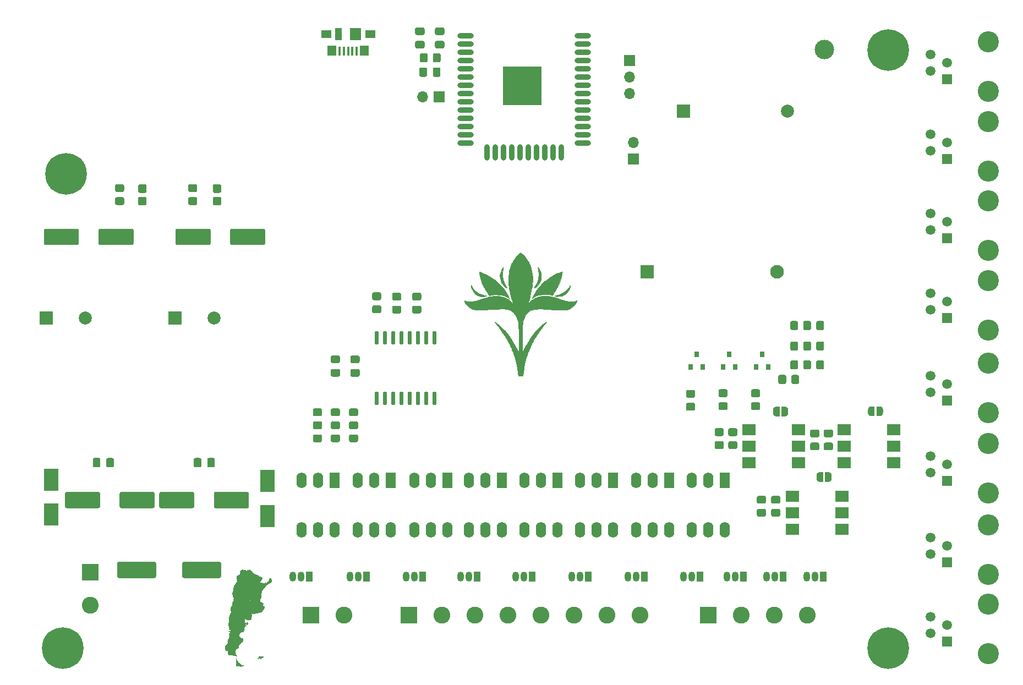
<source format=gts>
G04 #@! TF.GenerationSoftware,KiCad,Pcbnew,5.1.10*
G04 #@! TF.CreationDate,2021-10-17T19:13:25-03:00*
G04 #@! TF.ProjectId,tesis,74657369-732e-46b6-9963-61645f706362,v1.0*
G04 #@! TF.SameCoordinates,Original*
G04 #@! TF.FileFunction,Soldermask,Top*
G04 #@! TF.FilePolarity,Negative*
%FSLAX46Y46*%
G04 Gerber Fmt 4.6, Leading zero omitted, Abs format (unit mm)*
G04 Created by KiCad (PCBNEW 5.1.10) date 2021-10-17 19:13:25*
%MOMM*%
%LPD*%
G01*
G04 APERTURE LIST*
%ADD10C,0.010000*%
%ADD11C,2.100000*%
%ADD12R,2.100000X2.100000*%
%ADD13C,2.000000*%
%ADD14R,2.000000X2.000000*%
%ADD15R,2.600000X2.600000*%
%ADD16C,2.600000*%
%ADD17R,1.520000X1.520000*%
%ADD18C,3.250000*%
%ADD19C,1.520000*%
%ADD20O,2.500000X0.900000*%
%ADD21O,0.900000X2.500000*%
%ADD22R,6.000000X6.000000*%
%ADD23R,2.300000X3.500000*%
%ADD24O,1.700000X1.700000*%
%ADD25R,1.700000X1.700000*%
%ADD26O,1.050000X1.500000*%
%ADD27R,1.050000X1.500000*%
%ADD28O,1.600000X2.400000*%
%ADD29R,1.600000X2.400000*%
%ADD30R,0.800000X0.900000*%
%ADD31C,6.400000*%
%ADD32C,0.800000*%
%ADD33R,2.000000X1.780000*%
%ADD34R,1.000000X1.900000*%
%ADD35R,1.800000X1.900000*%
%ADD36R,1.650000X1.300000*%
%ADD37R,1.425000X1.550000*%
%ADD38R,0.450000X1.380000*%
%ADD39C,3.000000*%
%ADD40C,0.100000*%
G04 APERTURE END LIST*
D10*
G36*
X93453493Y-131096846D02*
G01*
X93512286Y-131131331D01*
X93560176Y-131156677D01*
X93587981Y-131168076D01*
X93589828Y-131168286D01*
X93618772Y-131175103D01*
X93662722Y-131191684D01*
X93666615Y-131193373D01*
X93725530Y-131218018D01*
X93787102Y-131242131D01*
X93787286Y-131242200D01*
X93833089Y-131263966D01*
X93862997Y-131286546D01*
X93865295Y-131289685D01*
X93893109Y-131308130D01*
X93924259Y-131313429D01*
X93957487Y-131324363D01*
X93970538Y-131348527D01*
X93956881Y-131372957D01*
X93954906Y-131374250D01*
X93947188Y-131395728D01*
X93942268Y-131441640D01*
X93941298Y-131478888D01*
X93942743Y-131535024D01*
X93950239Y-131565093D01*
X93968982Y-131579305D01*
X93995929Y-131586193D01*
X94050309Y-131603198D01*
X94123271Y-131633425D01*
X94202545Y-131670997D01*
X94275856Y-131710039D01*
X94330934Y-131744678D01*
X94337780Y-131749846D01*
X94381879Y-131794469D01*
X94414479Y-131842018D01*
X94430434Y-131878327D01*
X94428607Y-131905261D01*
X94406128Y-131938416D01*
X94394075Y-131952922D01*
X94362078Y-131999181D01*
X94352627Y-132044230D01*
X94355767Y-132083603D01*
X94379258Y-132152075D01*
X94424962Y-132212935D01*
X94483573Y-132256965D01*
X94545786Y-132274950D01*
X94549019Y-132275000D01*
X94603715Y-132275000D01*
X94603715Y-132390246D01*
X94600609Y-132463156D01*
X94588859Y-132514605D01*
X94564815Y-132559074D01*
X94559129Y-132567138D01*
X94521548Y-132622171D01*
X94487700Y-132676504D01*
X94483851Y-132683214D01*
X94455114Y-132726493D01*
X94412306Y-132782519D01*
X94375745Y-132826305D01*
X94337115Y-132874968D01*
X94312255Y-132914985D01*
X94306553Y-132936395D01*
X94301452Y-132970150D01*
X94269102Y-133012942D01*
X94215352Y-133058938D01*
X94146052Y-133102302D01*
X94133875Y-133108625D01*
X94018276Y-133157994D01*
X93870498Y-133206294D01*
X93694645Y-133252434D01*
X93494824Y-133295326D01*
X93299149Y-133330048D01*
X93145656Y-133353960D01*
X93022983Y-133370666D01*
X92926403Y-133380224D01*
X92851184Y-133382692D01*
X92792598Y-133378125D01*
X92745914Y-133366582D01*
X92706402Y-133348119D01*
X92689477Y-133337416D01*
X92632846Y-133305590D01*
X92587017Y-133292011D01*
X92558970Y-133297975D01*
X92553572Y-133312193D01*
X92556522Y-133340219D01*
X92564202Y-133391992D01*
X92573407Y-133447286D01*
X92590347Y-133521246D01*
X92611791Y-133566829D01*
X92633051Y-133587272D01*
X92661091Y-133624484D01*
X92669346Y-133676383D01*
X92658823Y-133728585D01*
X92630533Y-133766708D01*
X92620048Y-133772691D01*
X92590888Y-133797425D01*
X92576788Y-133844635D01*
X92574910Y-133862500D01*
X92564278Y-133917376D01*
X92545523Y-133960302D01*
X92541140Y-133965947D01*
X92525151Y-133989280D01*
X92527086Y-134014085D01*
X92548447Y-134053758D01*
X92551551Y-134058803D01*
X92584653Y-134131562D01*
X92584785Y-134191112D01*
X92551776Y-134239769D01*
X92537164Y-134251336D01*
X92495691Y-134278315D01*
X92466260Y-134284454D01*
X92436759Y-134267643D01*
X92395966Y-134226715D01*
X92348011Y-134185916D01*
X92297510Y-134157731D01*
X92282573Y-134153037D01*
X92227000Y-134140831D01*
X92227000Y-131458572D01*
X92815976Y-131458572D01*
X92973374Y-131291606D01*
X93038826Y-131222760D01*
X93084921Y-131176835D01*
X93116911Y-131150085D01*
X93140049Y-131138765D01*
X93159586Y-131139131D01*
X93177600Y-131145976D01*
X93230157Y-131159221D01*
X93270760Y-131141945D01*
X93305415Y-131091378D01*
X93308116Y-131085801D01*
X93336775Y-131025407D01*
X93453493Y-131096846D01*
G37*
X93453493Y-131096846D02*
X93512286Y-131131331D01*
X93560176Y-131156677D01*
X93587981Y-131168076D01*
X93589828Y-131168286D01*
X93618772Y-131175103D01*
X93662722Y-131191684D01*
X93666615Y-131193373D01*
X93725530Y-131218018D01*
X93787102Y-131242131D01*
X93787286Y-131242200D01*
X93833089Y-131263966D01*
X93862997Y-131286546D01*
X93865295Y-131289685D01*
X93893109Y-131308130D01*
X93924259Y-131313429D01*
X93957487Y-131324363D01*
X93970538Y-131348527D01*
X93956881Y-131372957D01*
X93954906Y-131374250D01*
X93947188Y-131395728D01*
X93942268Y-131441640D01*
X93941298Y-131478888D01*
X93942743Y-131535024D01*
X93950239Y-131565093D01*
X93968982Y-131579305D01*
X93995929Y-131586193D01*
X94050309Y-131603198D01*
X94123271Y-131633425D01*
X94202545Y-131670997D01*
X94275856Y-131710039D01*
X94330934Y-131744678D01*
X94337780Y-131749846D01*
X94381879Y-131794469D01*
X94414479Y-131842018D01*
X94430434Y-131878327D01*
X94428607Y-131905261D01*
X94406128Y-131938416D01*
X94394075Y-131952922D01*
X94362078Y-131999181D01*
X94352627Y-132044230D01*
X94355767Y-132083603D01*
X94379258Y-132152075D01*
X94424962Y-132212935D01*
X94483573Y-132256965D01*
X94545786Y-132274950D01*
X94549019Y-132275000D01*
X94603715Y-132275000D01*
X94603715Y-132390246D01*
X94600609Y-132463156D01*
X94588859Y-132514605D01*
X94564815Y-132559074D01*
X94559129Y-132567138D01*
X94521548Y-132622171D01*
X94487700Y-132676504D01*
X94483851Y-132683214D01*
X94455114Y-132726493D01*
X94412306Y-132782519D01*
X94375745Y-132826305D01*
X94337115Y-132874968D01*
X94312255Y-132914985D01*
X94306553Y-132936395D01*
X94301452Y-132970150D01*
X94269102Y-133012942D01*
X94215352Y-133058938D01*
X94146052Y-133102302D01*
X94133875Y-133108625D01*
X94018276Y-133157994D01*
X93870498Y-133206294D01*
X93694645Y-133252434D01*
X93494824Y-133295326D01*
X93299149Y-133330048D01*
X93145656Y-133353960D01*
X93022983Y-133370666D01*
X92926403Y-133380224D01*
X92851184Y-133382692D01*
X92792598Y-133378125D01*
X92745914Y-133366582D01*
X92706402Y-133348119D01*
X92689477Y-133337416D01*
X92632846Y-133305590D01*
X92587017Y-133292011D01*
X92558970Y-133297975D01*
X92553572Y-133312193D01*
X92556522Y-133340219D01*
X92564202Y-133391992D01*
X92573407Y-133447286D01*
X92590347Y-133521246D01*
X92611791Y-133566829D01*
X92633051Y-133587272D01*
X92661091Y-133624484D01*
X92669346Y-133676383D01*
X92658823Y-133728585D01*
X92630533Y-133766708D01*
X92620048Y-133772691D01*
X92590888Y-133797425D01*
X92576788Y-133844635D01*
X92574910Y-133862500D01*
X92564278Y-133917376D01*
X92545523Y-133960302D01*
X92541140Y-133965947D01*
X92525151Y-133989280D01*
X92527086Y-134014085D01*
X92548447Y-134053758D01*
X92551551Y-134058803D01*
X92584653Y-134131562D01*
X92584785Y-134191112D01*
X92551776Y-134239769D01*
X92537164Y-134251336D01*
X92495691Y-134278315D01*
X92466260Y-134284454D01*
X92436759Y-134267643D01*
X92395966Y-134226715D01*
X92348011Y-134185916D01*
X92297510Y-134157731D01*
X92282573Y-134153037D01*
X92227000Y-134140831D01*
X92227000Y-131458572D01*
X92815976Y-131458572D01*
X92973374Y-131291606D01*
X93038826Y-131222760D01*
X93084921Y-131176835D01*
X93116911Y-131150085D01*
X93140049Y-131138765D01*
X93159586Y-131139131D01*
X93177600Y-131145976D01*
X93230157Y-131159221D01*
X93270760Y-131141945D01*
X93305415Y-131091378D01*
X93308116Y-131085801D01*
X93336775Y-131025407D01*
X93453493Y-131096846D01*
G36*
X93986787Y-129784312D02*
G01*
X94030105Y-129792680D01*
X94058958Y-129809280D01*
X94076264Y-129827371D01*
X94102241Y-129864690D01*
X94113254Y-129892433D01*
X94126782Y-129917251D01*
X94158957Y-129949201D01*
X94162947Y-129952409D01*
X94194719Y-129981942D01*
X94199966Y-130005705D01*
X94190161Y-130026051D01*
X94172056Y-130071532D01*
X94168286Y-130098512D01*
X94160063Y-130140580D01*
X94140219Y-130190212D01*
X94139595Y-130191427D01*
X94121133Y-130249825D01*
X94122280Y-130292232D01*
X94120467Y-130348416D01*
X94107533Y-130377426D01*
X94092610Y-130417209D01*
X94081662Y-130477762D01*
X94077991Y-130525183D01*
X94075842Y-130590230D01*
X94073883Y-130644805D01*
X94072883Y-130669357D01*
X94074594Y-130708894D01*
X94080884Y-130766209D01*
X94084549Y-130791711D01*
X94091052Y-130844465D01*
X94086861Y-130873481D01*
X94068351Y-130890612D01*
X94051801Y-130898786D01*
X94020212Y-130918684D01*
X93999215Y-130948820D01*
X93986560Y-130996298D01*
X93979995Y-131068225D01*
X93977916Y-131132000D01*
X93975496Y-131202006D01*
X93970336Y-131243567D01*
X93960223Y-131264519D01*
X93942944Y-131272699D01*
X93937938Y-131273566D01*
X93903685Y-131267309D01*
X93890890Y-131253336D01*
X93868786Y-131233301D01*
X93824040Y-131211908D01*
X93797866Y-131203059D01*
X93749293Y-131186027D01*
X93719341Y-131170345D01*
X93714715Y-131164325D01*
X93699948Y-131151760D01*
X93687254Y-131150143D01*
X93647477Y-131142446D01*
X93628290Y-131134922D01*
X93471864Y-131051745D01*
X93350252Y-130969514D01*
X93262073Y-130886560D01*
X93205948Y-130801218D01*
X93180500Y-130711819D01*
X93184348Y-130616695D01*
X93187394Y-130601709D01*
X93198208Y-130536050D01*
X93202912Y-130472481D01*
X93202837Y-130461637D01*
X93210855Y-130406302D01*
X93234164Y-130379994D01*
X93290915Y-130337635D01*
X93354977Y-130274332D01*
X93421154Y-130197199D01*
X93484253Y-130113349D01*
X93539076Y-130029892D01*
X93580430Y-129953944D01*
X93603119Y-129892615D01*
X93605857Y-129871117D01*
X93610138Y-129836207D01*
X93630602Y-129827481D01*
X93655368Y-129830949D01*
X93716376Y-129826057D01*
X93750618Y-129809352D01*
X93794423Y-129790064D01*
X93857914Y-129781481D01*
X93918118Y-129780981D01*
X93986787Y-129784312D01*
G37*
X93986787Y-129784312D02*
X94030105Y-129792680D01*
X94058958Y-129809280D01*
X94076264Y-129827371D01*
X94102241Y-129864690D01*
X94113254Y-129892433D01*
X94126782Y-129917251D01*
X94158957Y-129949201D01*
X94162947Y-129952409D01*
X94194719Y-129981942D01*
X94199966Y-130005705D01*
X94190161Y-130026051D01*
X94172056Y-130071532D01*
X94168286Y-130098512D01*
X94160063Y-130140580D01*
X94140219Y-130190212D01*
X94139595Y-130191427D01*
X94121133Y-130249825D01*
X94122280Y-130292232D01*
X94120467Y-130348416D01*
X94107533Y-130377426D01*
X94092610Y-130417209D01*
X94081662Y-130477762D01*
X94077991Y-130525183D01*
X94075842Y-130590230D01*
X94073883Y-130644805D01*
X94072883Y-130669357D01*
X94074594Y-130708894D01*
X94080884Y-130766209D01*
X94084549Y-130791711D01*
X94091052Y-130844465D01*
X94086861Y-130873481D01*
X94068351Y-130890612D01*
X94051801Y-130898786D01*
X94020212Y-130918684D01*
X93999215Y-130948820D01*
X93986560Y-130996298D01*
X93979995Y-131068225D01*
X93977916Y-131132000D01*
X93975496Y-131202006D01*
X93970336Y-131243567D01*
X93960223Y-131264519D01*
X93942944Y-131272699D01*
X93937938Y-131273566D01*
X93903685Y-131267309D01*
X93890890Y-131253336D01*
X93868786Y-131233301D01*
X93824040Y-131211908D01*
X93797866Y-131203059D01*
X93749293Y-131186027D01*
X93719341Y-131170345D01*
X93714715Y-131164325D01*
X93699948Y-131151760D01*
X93687254Y-131150143D01*
X93647477Y-131142446D01*
X93628290Y-131134922D01*
X93471864Y-131051745D01*
X93350252Y-130969514D01*
X93262073Y-130886560D01*
X93205948Y-130801218D01*
X93180500Y-130711819D01*
X93184348Y-130616695D01*
X93187394Y-130601709D01*
X93198208Y-130536050D01*
X93202912Y-130472481D01*
X93202837Y-130461637D01*
X93210855Y-130406302D01*
X93234164Y-130379994D01*
X93290915Y-130337635D01*
X93354977Y-130274332D01*
X93421154Y-130197199D01*
X93484253Y-130113349D01*
X93539076Y-130029892D01*
X93580430Y-129953944D01*
X93603119Y-129892615D01*
X93605857Y-129871117D01*
X93610138Y-129836207D01*
X93630602Y-129827481D01*
X93655368Y-129830949D01*
X93716376Y-129826057D01*
X93750618Y-129809352D01*
X93794423Y-129790064D01*
X93857914Y-129781481D01*
X93918118Y-129780981D01*
X93986787Y-129784312D01*
G36*
X94175029Y-128639506D02*
G01*
X94259000Y-128667259D01*
X94315184Y-128688540D01*
X94377752Y-128700213D01*
X94459391Y-128704287D01*
X94492731Y-128704306D01*
X94586944Y-128706695D01*
X94650915Y-128716011D01*
X94686969Y-128730796D01*
X94730334Y-128748125D01*
X94762633Y-128732800D01*
X94785813Y-128690023D01*
X94806617Y-128655506D01*
X94827139Y-128648363D01*
X94838961Y-128670088D01*
X94839572Y-128680493D01*
X94852187Y-128720445D01*
X94864770Y-128735470D01*
X94884443Y-128765134D01*
X94904018Y-128814900D01*
X94910117Y-128836400D01*
X94926010Y-128887057D01*
X94942545Y-128921309D01*
X94948419Y-128927637D01*
X94964008Y-128951972D01*
X94964729Y-128984281D01*
X94951707Y-129006903D01*
X94943230Y-129009286D01*
X94920839Y-129022871D01*
X94886000Y-129058215D01*
X94852164Y-129100000D01*
X94814076Y-129147470D01*
X94782668Y-129180306D01*
X94766648Y-129190714D01*
X94750697Y-129205341D01*
X94748857Y-129216903D01*
X94734555Y-129243574D01*
X94699983Y-129271949D01*
X94698402Y-129272896D01*
X94662678Y-129303422D01*
X94618658Y-129354056D01*
X94578400Y-129410111D01*
X94531119Y-129475123D01*
X94478245Y-129535959D01*
X94438355Y-129573357D01*
X94397391Y-129609976D01*
X94371962Y-129640745D01*
X94367857Y-129651470D01*
X94354431Y-129676008D01*
X94321336Y-129707906D01*
X94313429Y-129713988D01*
X94277638Y-129746845D01*
X94259540Y-129775977D01*
X94259000Y-129779999D01*
X94244931Y-129810702D01*
X94232828Y-129820415D01*
X94206116Y-129848219D01*
X94191306Y-129876557D01*
X94175448Y-129903242D01*
X94163050Y-129905145D01*
X94151239Y-129877194D01*
X94149830Y-129863512D01*
X94132937Y-129821947D01*
X94089607Y-129782771D01*
X94029528Y-129751786D01*
X93962388Y-129734798D01*
X93932429Y-129733267D01*
X93845807Y-129739562D01*
X93775430Y-129753082D01*
X93741712Y-129765963D01*
X93699247Y-129778959D01*
X93643486Y-129784221D01*
X93636224Y-129784127D01*
X93592019Y-129780543D01*
X93575834Y-129769465D01*
X93579449Y-129745215D01*
X93579528Y-129744978D01*
X93588119Y-129696537D01*
X93588635Y-129662429D01*
X93588650Y-129541417D01*
X93608185Y-129449182D01*
X93647820Y-129383548D01*
X93668073Y-129365281D01*
X93700307Y-129335985D01*
X93723051Y-129300161D01*
X93741347Y-129247442D01*
X93756953Y-129182582D01*
X93771591Y-129111294D01*
X93782352Y-129049978D01*
X93787196Y-129010438D01*
X93787286Y-129007143D01*
X93800668Y-128968681D01*
X93828107Y-128936699D01*
X93851685Y-128911346D01*
X93864506Y-128876495D01*
X93869814Y-128821015D01*
X93870554Y-128790938D01*
X93872179Y-128678223D01*
X93943125Y-128653528D01*
X94058214Y-128630945D01*
X94175029Y-128639506D01*
G37*
X94175029Y-128639506D02*
X94259000Y-128667259D01*
X94315184Y-128688540D01*
X94377752Y-128700213D01*
X94459391Y-128704287D01*
X94492731Y-128704306D01*
X94586944Y-128706695D01*
X94650915Y-128716011D01*
X94686969Y-128730796D01*
X94730334Y-128748125D01*
X94762633Y-128732800D01*
X94785813Y-128690023D01*
X94806617Y-128655506D01*
X94827139Y-128648363D01*
X94838961Y-128670088D01*
X94839572Y-128680493D01*
X94852187Y-128720445D01*
X94864770Y-128735470D01*
X94884443Y-128765134D01*
X94904018Y-128814900D01*
X94910117Y-128836400D01*
X94926010Y-128887057D01*
X94942545Y-128921309D01*
X94948419Y-128927637D01*
X94964008Y-128951972D01*
X94964729Y-128984281D01*
X94951707Y-129006903D01*
X94943230Y-129009286D01*
X94920839Y-129022871D01*
X94886000Y-129058215D01*
X94852164Y-129100000D01*
X94814076Y-129147470D01*
X94782668Y-129180306D01*
X94766648Y-129190714D01*
X94750697Y-129205341D01*
X94748857Y-129216903D01*
X94734555Y-129243574D01*
X94699983Y-129271949D01*
X94698402Y-129272896D01*
X94662678Y-129303422D01*
X94618658Y-129354056D01*
X94578400Y-129410111D01*
X94531119Y-129475123D01*
X94478245Y-129535959D01*
X94438355Y-129573357D01*
X94397391Y-129609976D01*
X94371962Y-129640745D01*
X94367857Y-129651470D01*
X94354431Y-129676008D01*
X94321336Y-129707906D01*
X94313429Y-129713988D01*
X94277638Y-129746845D01*
X94259540Y-129775977D01*
X94259000Y-129779999D01*
X94244931Y-129810702D01*
X94232828Y-129820415D01*
X94206116Y-129848219D01*
X94191306Y-129876557D01*
X94175448Y-129903242D01*
X94163050Y-129905145D01*
X94151239Y-129877194D01*
X94149830Y-129863512D01*
X94132937Y-129821947D01*
X94089607Y-129782771D01*
X94029528Y-129751786D01*
X93962388Y-129734798D01*
X93932429Y-129733267D01*
X93845807Y-129739562D01*
X93775430Y-129753082D01*
X93741712Y-129765963D01*
X93699247Y-129778959D01*
X93643486Y-129784221D01*
X93636224Y-129784127D01*
X93592019Y-129780543D01*
X93575834Y-129769465D01*
X93579449Y-129745215D01*
X93579528Y-129744978D01*
X93588119Y-129696537D01*
X93588635Y-129662429D01*
X93588650Y-129541417D01*
X93608185Y-129449182D01*
X93647820Y-129383548D01*
X93668073Y-129365281D01*
X93700307Y-129335985D01*
X93723051Y-129300161D01*
X93741347Y-129247442D01*
X93756953Y-129182582D01*
X93771591Y-129111294D01*
X93782352Y-129049978D01*
X93787196Y-129010438D01*
X93787286Y-129007143D01*
X93800668Y-128968681D01*
X93828107Y-128936699D01*
X93851685Y-128911346D01*
X93864506Y-128876495D01*
X93869814Y-128821015D01*
X93870554Y-128790938D01*
X93872179Y-128678223D01*
X93943125Y-128653528D01*
X94058214Y-128630945D01*
X94175029Y-128639506D01*
G36*
X95601320Y-128007260D02*
G01*
X95650684Y-128050774D01*
X95685808Y-128111263D01*
X95702054Y-128182290D01*
X95694783Y-128257418D01*
X95685507Y-128284247D01*
X95671143Y-128342360D01*
X95679515Y-128407157D01*
X95680402Y-128410536D01*
X95688958Y-128459842D01*
X95680768Y-128498444D01*
X95650996Y-128534524D01*
X95594805Y-128576261D01*
X95574624Y-128589467D01*
X95505633Y-128632559D01*
X95451880Y-128661625D01*
X95399081Y-128683737D01*
X95350995Y-128700181D01*
X95299298Y-128722703D01*
X95262313Y-128749167D01*
X95255138Y-128758498D01*
X95228262Y-128787409D01*
X95183139Y-128818689D01*
X95168858Y-128826472D01*
X95119621Y-128855394D01*
X95082450Y-128883809D01*
X95076529Y-128890031D01*
X95038157Y-128916301D01*
X94996702Y-128906423D01*
X94976939Y-128890061D01*
X94953435Y-128850268D01*
X94948429Y-128824167D01*
X94939127Y-128784911D01*
X94916109Y-128735021D01*
X94909578Y-128723922D01*
X94885959Y-128684693D01*
X94881313Y-128670745D01*
X94895396Y-128676582D01*
X94907799Y-128684212D01*
X94940236Y-128697316D01*
X94973220Y-128687882D01*
X94992614Y-128676079D01*
X95024473Y-128648003D01*
X95035433Y-128623430D01*
X95035315Y-128622833D01*
X95044040Y-128594987D01*
X95071595Y-128560209D01*
X95106104Y-128530896D01*
X95134393Y-128519404D01*
X95161446Y-128507535D01*
X95202111Y-128477803D01*
X95246665Y-128438955D01*
X95285381Y-128399745D01*
X95308534Y-128368920D01*
X95311286Y-128360237D01*
X95321940Y-128339466D01*
X95327834Y-128338000D01*
X95339001Y-128327254D01*
X95350774Y-128292112D01*
X95364352Y-128228221D01*
X95375309Y-128165643D01*
X95377973Y-128136753D01*
X95380662Y-128088834D01*
X95381094Y-128078669D01*
X95388480Y-128030360D01*
X95404592Y-128013382D01*
X95406536Y-128013543D01*
X95438881Y-128009741D01*
X95478429Y-127996902D01*
X95542356Y-127987158D01*
X95601320Y-128007260D01*
G37*
X95601320Y-128007260D02*
X95650684Y-128050774D01*
X95685808Y-128111263D01*
X95702054Y-128182290D01*
X95694783Y-128257418D01*
X95685507Y-128284247D01*
X95671143Y-128342360D01*
X95679515Y-128407157D01*
X95680402Y-128410536D01*
X95688958Y-128459842D01*
X95680768Y-128498444D01*
X95650996Y-128534524D01*
X95594805Y-128576261D01*
X95574624Y-128589467D01*
X95505633Y-128632559D01*
X95451880Y-128661625D01*
X95399081Y-128683737D01*
X95350995Y-128700181D01*
X95299298Y-128722703D01*
X95262313Y-128749167D01*
X95255138Y-128758498D01*
X95228262Y-128787409D01*
X95183139Y-128818689D01*
X95168858Y-128826472D01*
X95119621Y-128855394D01*
X95082450Y-128883809D01*
X95076529Y-128890031D01*
X95038157Y-128916301D01*
X94996702Y-128906423D01*
X94976939Y-128890061D01*
X94953435Y-128850268D01*
X94948429Y-128824167D01*
X94939127Y-128784911D01*
X94916109Y-128735021D01*
X94909578Y-128723922D01*
X94885959Y-128684693D01*
X94881313Y-128670745D01*
X94895396Y-128676582D01*
X94907799Y-128684212D01*
X94940236Y-128697316D01*
X94973220Y-128687882D01*
X94992614Y-128676079D01*
X95024473Y-128648003D01*
X95035433Y-128623430D01*
X95035315Y-128622833D01*
X95044040Y-128594987D01*
X95071595Y-128560209D01*
X95106104Y-128530896D01*
X95134393Y-128519404D01*
X95161446Y-128507535D01*
X95202111Y-128477803D01*
X95246665Y-128438955D01*
X95285381Y-128399745D01*
X95308534Y-128368920D01*
X95311286Y-128360237D01*
X95321940Y-128339466D01*
X95327834Y-128338000D01*
X95339001Y-128327254D01*
X95350774Y-128292112D01*
X95364352Y-128228221D01*
X95375309Y-128165643D01*
X95377973Y-128136753D01*
X95380662Y-128088834D01*
X95381094Y-128078669D01*
X95388480Y-128030360D01*
X95404592Y-128013382D01*
X95406536Y-128013543D01*
X95438881Y-128009741D01*
X95478429Y-127996902D01*
X95542356Y-127987158D01*
X95601320Y-128007260D01*
G36*
X92417784Y-128023685D02*
G01*
X92512891Y-128024969D01*
X92576821Y-128026094D01*
X92790000Y-128030000D01*
X92789748Y-128488108D01*
X92789497Y-128630866D01*
X92788472Y-128745604D01*
X92786000Y-128840587D01*
X92781412Y-128924082D01*
X92774035Y-129004352D01*
X92763198Y-129089664D01*
X92748230Y-129188284D01*
X92728458Y-129308476D01*
X92718095Y-129370141D01*
X92697835Y-129489242D01*
X92679349Y-129595647D01*
X92663534Y-129684389D01*
X92651283Y-129750501D01*
X92643491Y-129789015D01*
X92641240Y-129796897D01*
X92621320Y-129797017D01*
X92587095Y-129793703D01*
X92548629Y-129779586D01*
X92528772Y-129742655D01*
X92526206Y-129732138D01*
X92506244Y-129687548D01*
X92479646Y-129667611D01*
X92450898Y-129643453D01*
X92445286Y-129616873D01*
X92442336Y-129594472D01*
X92428179Y-129580912D01*
X92394854Y-129572908D01*
X92334399Y-129567173D01*
X92322821Y-129566329D01*
X92216453Y-129554282D01*
X92112594Y-129534758D01*
X92022475Y-129510305D01*
X91957325Y-129483474D01*
X91956958Y-129483269D01*
X91898792Y-129467342D01*
X91810238Y-129468127D01*
X91807279Y-129468390D01*
X91747067Y-129472365D01*
X91714585Y-129469331D01*
X91701691Y-129457735D01*
X91700031Y-129447959D01*
X91687602Y-129323596D01*
X91663697Y-129226035D01*
X91648877Y-129191143D01*
X91627570Y-129134033D01*
X91611986Y-129063010D01*
X91602986Y-128988279D01*
X91601427Y-128920043D01*
X91608169Y-128868507D01*
X91619860Y-128846368D01*
X91639641Y-128812789D01*
X91647000Y-128769719D01*
X91659272Y-128716814D01*
X91689433Y-128665168D01*
X91689769Y-128664768D01*
X91721678Y-128611539D01*
X91742764Y-128549103D01*
X91743975Y-128542413D01*
X91761142Y-128482360D01*
X91788078Y-128429666D01*
X91791921Y-128424475D01*
X91821580Y-128360776D01*
X91828428Y-128304239D01*
X91835622Y-128244423D01*
X91854007Y-128172663D01*
X91868251Y-128132858D01*
X91908073Y-128035300D01*
X92063286Y-128030093D01*
X92173921Y-128026557D01*
X92261248Y-128024378D01*
X92338219Y-128023454D01*
X92417784Y-128023685D01*
G37*
X92417784Y-128023685D02*
X92512891Y-128024969D01*
X92576821Y-128026094D01*
X92790000Y-128030000D01*
X92789748Y-128488108D01*
X92789497Y-128630866D01*
X92788472Y-128745604D01*
X92786000Y-128840587D01*
X92781412Y-128924082D01*
X92774035Y-129004352D01*
X92763198Y-129089664D01*
X92748230Y-129188284D01*
X92728458Y-129308476D01*
X92718095Y-129370141D01*
X92697835Y-129489242D01*
X92679349Y-129595647D01*
X92663534Y-129684389D01*
X92651283Y-129750501D01*
X92643491Y-129789015D01*
X92641240Y-129796897D01*
X92621320Y-129797017D01*
X92587095Y-129793703D01*
X92548629Y-129779586D01*
X92528772Y-129742655D01*
X92526206Y-129732138D01*
X92506244Y-129687548D01*
X92479646Y-129667611D01*
X92450898Y-129643453D01*
X92445286Y-129616873D01*
X92442336Y-129594472D01*
X92428179Y-129580912D01*
X92394854Y-129572908D01*
X92334399Y-129567173D01*
X92322821Y-129566329D01*
X92216453Y-129554282D01*
X92112594Y-129534758D01*
X92022475Y-129510305D01*
X91957325Y-129483474D01*
X91956958Y-129483269D01*
X91898792Y-129467342D01*
X91810238Y-129468127D01*
X91807279Y-129468390D01*
X91747067Y-129472365D01*
X91714585Y-129469331D01*
X91701691Y-129457735D01*
X91700031Y-129447959D01*
X91687602Y-129323596D01*
X91663697Y-129226035D01*
X91648877Y-129191143D01*
X91627570Y-129134033D01*
X91611986Y-129063010D01*
X91602986Y-128988279D01*
X91601427Y-128920043D01*
X91608169Y-128868507D01*
X91619860Y-128846368D01*
X91639641Y-128812789D01*
X91647000Y-128769719D01*
X91659272Y-128716814D01*
X91689433Y-128665168D01*
X91689769Y-128664768D01*
X91721678Y-128611539D01*
X91742764Y-128549103D01*
X91743975Y-128542413D01*
X91761142Y-128482360D01*
X91788078Y-128429666D01*
X91791921Y-128424475D01*
X91821580Y-128360776D01*
X91828428Y-128304239D01*
X91835622Y-128244423D01*
X91854007Y-128172663D01*
X91868251Y-128132858D01*
X91908073Y-128035300D01*
X92063286Y-128030093D01*
X92173921Y-128026557D01*
X92261248Y-128024378D01*
X92338219Y-128023454D01*
X92417784Y-128023685D01*
G36*
X92676036Y-127460236D02*
G01*
X92739861Y-127480717D01*
X92797334Y-127513248D01*
X92862441Y-127565852D01*
X92866588Y-127569547D01*
X92910767Y-127604868D01*
X92947249Y-127626836D01*
X92959722Y-127630429D01*
X92984700Y-127645506D01*
X92993360Y-127663286D01*
X93015304Y-127693741D01*
X93065590Y-127735479D01*
X93139442Y-127784957D01*
X93223227Y-127833791D01*
X93271933Y-127871330D01*
X93314079Y-127920662D01*
X93316528Y-127924505D01*
X93352771Y-127970836D01*
X93404057Y-128022433D01*
X93433681Y-128047714D01*
X93480628Y-128090317D01*
X93514912Y-128131453D01*
X93525578Y-128152036D01*
X93547738Y-128184709D01*
X93570510Y-128192857D01*
X93605398Y-128206698D01*
X93631645Y-128232611D01*
X93672991Y-128265445D01*
X93711946Y-128275997D01*
X93759112Y-128286854D01*
X93807698Y-128308969D01*
X93845380Y-128335453D01*
X93859857Y-128358679D01*
X93874847Y-128376561D01*
X93905679Y-128392605D01*
X93951802Y-128423513D01*
X93964395Y-128468169D01*
X93944614Y-128523954D01*
X93923654Y-128566456D01*
X93914317Y-128597217D01*
X93914286Y-128598240D01*
X93899530Y-128621212D01*
X93873465Y-128637671D01*
X93846532Y-128656530D01*
X93836358Y-128688921D01*
X93836522Y-128728152D01*
X93836887Y-128786292D01*
X93832763Y-128835447D01*
X93831641Y-128841464D01*
X93822880Y-128882286D01*
X93334440Y-128882286D01*
X93183247Y-128881632D01*
X93055660Y-128879739D01*
X92954465Y-128876704D01*
X92882447Y-128872627D01*
X92842392Y-128867607D01*
X92834998Y-128864487D01*
X92829648Y-128838064D01*
X92826778Y-128787208D01*
X92826851Y-128732951D01*
X92827697Y-128676053D01*
X92828203Y-128591802D01*
X92828350Y-128489128D01*
X92828119Y-128376962D01*
X92827749Y-128301714D01*
X92825794Y-127984214D01*
X92648861Y-127989265D01*
X92557707Y-127990014D01*
X92466675Y-127987666D01*
X92390889Y-127982712D01*
X92368843Y-127980194D01*
X92265756Y-127966071D01*
X92445438Y-127748357D01*
X92516680Y-127659372D01*
X92572253Y-127584461D01*
X92609371Y-127527630D01*
X92625246Y-127492882D01*
X92625631Y-127489476D01*
X92630918Y-127461083D01*
X92653053Y-127455740D01*
X92676036Y-127460236D01*
G37*
X92676036Y-127460236D02*
X92739861Y-127480717D01*
X92797334Y-127513248D01*
X92862441Y-127565852D01*
X92866588Y-127569547D01*
X92910767Y-127604868D01*
X92947249Y-127626836D01*
X92959722Y-127630429D01*
X92984700Y-127645506D01*
X92993360Y-127663286D01*
X93015304Y-127693741D01*
X93065590Y-127735479D01*
X93139442Y-127784957D01*
X93223227Y-127833791D01*
X93271933Y-127871330D01*
X93314079Y-127920662D01*
X93316528Y-127924505D01*
X93352771Y-127970836D01*
X93404057Y-128022433D01*
X93433681Y-128047714D01*
X93480628Y-128090317D01*
X93514912Y-128131453D01*
X93525578Y-128152036D01*
X93547738Y-128184709D01*
X93570510Y-128192857D01*
X93605398Y-128206698D01*
X93631645Y-128232611D01*
X93672991Y-128265445D01*
X93711946Y-128275997D01*
X93759112Y-128286854D01*
X93807698Y-128308969D01*
X93845380Y-128335453D01*
X93859857Y-128358679D01*
X93874847Y-128376561D01*
X93905679Y-128392605D01*
X93951802Y-128423513D01*
X93964395Y-128468169D01*
X93944614Y-128523954D01*
X93923654Y-128566456D01*
X93914317Y-128597217D01*
X93914286Y-128598240D01*
X93899530Y-128621212D01*
X93873465Y-128637671D01*
X93846532Y-128656530D01*
X93836358Y-128688921D01*
X93836522Y-128728152D01*
X93836887Y-128786292D01*
X93832763Y-128835447D01*
X93831641Y-128841464D01*
X93822880Y-128882286D01*
X93334440Y-128882286D01*
X93183247Y-128881632D01*
X93055660Y-128879739D01*
X92954465Y-128876704D01*
X92882447Y-128872627D01*
X92842392Y-128867607D01*
X92834998Y-128864487D01*
X92829648Y-128838064D01*
X92826778Y-128787208D01*
X92826851Y-128732951D01*
X92827697Y-128676053D01*
X92828203Y-128591802D01*
X92828350Y-128489128D01*
X92828119Y-128376962D01*
X92827749Y-128301714D01*
X92825794Y-127984214D01*
X92648861Y-127989265D01*
X92557707Y-127990014D01*
X92466675Y-127987666D01*
X92390889Y-127982712D01*
X92368843Y-127980194D01*
X92265756Y-127966071D01*
X92445438Y-127748357D01*
X92516680Y-127659372D01*
X92572253Y-127584461D01*
X92609371Y-127527630D01*
X92625246Y-127492882D01*
X92625631Y-127489476D01*
X92630918Y-127461083D01*
X92653053Y-127455740D01*
X92676036Y-127460236D01*
G36*
X92707395Y-127004985D02*
G01*
X92752391Y-127059721D01*
X92793488Y-127104211D01*
X92822069Y-127129153D01*
X92822863Y-127129632D01*
X92859993Y-127150803D01*
X92911547Y-127179592D01*
X92929340Y-127189419D01*
X92981307Y-127224444D01*
X93022841Y-127263331D01*
X93031061Y-127274158D01*
X93074318Y-127311252D01*
X93152336Y-127344605D01*
X93263731Y-127373691D01*
X93323641Y-127385120D01*
X93425356Y-127416476D01*
X93536054Y-127474693D01*
X93646821Y-127555067D01*
X93648654Y-127556599D01*
X93697479Y-127595105D01*
X93736791Y-127621816D01*
X93756083Y-127630429D01*
X93784655Y-127641205D01*
X93804000Y-127654889D01*
X93836845Y-127673950D01*
X93891460Y-127697759D01*
X93954673Y-127721273D01*
X94013317Y-127739447D01*
X94041286Y-127745768D01*
X94103039Y-127765467D01*
X94166570Y-127800405D01*
X94222808Y-127843650D01*
X94262681Y-127888267D01*
X94277143Y-127926025D01*
X94265931Y-127962201D01*
X94238301Y-128006634D01*
X94231786Y-128014737D01*
X94202285Y-128055943D01*
X94187014Y-128089281D01*
X94186429Y-128094045D01*
X94172541Y-128121626D01*
X94142429Y-128148279D01*
X94098385Y-128196159D01*
X94068915Y-128266492D01*
X94059429Y-128338486D01*
X94052257Y-128389500D01*
X94029858Y-128409256D01*
X93990905Y-128397915D01*
X93934071Y-128355643D01*
X93932389Y-128354174D01*
X93850422Y-128288426D01*
X93783957Y-128247878D01*
X93735708Y-128234052D01*
X93722184Y-128236318D01*
X93694345Y-128229782D01*
X93667307Y-128201345D01*
X93635184Y-128168782D01*
X93603771Y-128156571D01*
X93575449Y-128148099D01*
X93569572Y-128137368D01*
X93556997Y-128115991D01*
X93524265Y-128079557D01*
X93485143Y-128042118D01*
X93438237Y-127999176D01*
X93401679Y-127964447D01*
X93385631Y-127947929D01*
X93365302Y-127922996D01*
X93333125Y-127883095D01*
X93322634Y-127870026D01*
X93274224Y-127822544D01*
X93214612Y-127780141D01*
X93201034Y-127772673D01*
X93150157Y-127744077D01*
X93110725Y-127717339D01*
X93102234Y-127709969D01*
X93074900Y-127688960D01*
X93063188Y-127684857D01*
X93046183Y-127670275D01*
X93029304Y-127641074D01*
X92998521Y-127602468D01*
X92967428Y-127584238D01*
X92929102Y-127564468D01*
X92880222Y-127529407D01*
X92857793Y-127510437D01*
X92797481Y-127467918D01*
X92728803Y-127435418D01*
X92708114Y-127429047D01*
X92626143Y-127408407D01*
X92626143Y-126900348D01*
X92707395Y-127004985D01*
G37*
X92707395Y-127004985D02*
X92752391Y-127059721D01*
X92793488Y-127104211D01*
X92822069Y-127129153D01*
X92822863Y-127129632D01*
X92859993Y-127150803D01*
X92911547Y-127179592D01*
X92929340Y-127189419D01*
X92981307Y-127224444D01*
X93022841Y-127263331D01*
X93031061Y-127274158D01*
X93074318Y-127311252D01*
X93152336Y-127344605D01*
X93263731Y-127373691D01*
X93323641Y-127385120D01*
X93425356Y-127416476D01*
X93536054Y-127474693D01*
X93646821Y-127555067D01*
X93648654Y-127556599D01*
X93697479Y-127595105D01*
X93736791Y-127621816D01*
X93756083Y-127630429D01*
X93784655Y-127641205D01*
X93804000Y-127654889D01*
X93836845Y-127673950D01*
X93891460Y-127697759D01*
X93954673Y-127721273D01*
X94013317Y-127739447D01*
X94041286Y-127745768D01*
X94103039Y-127765467D01*
X94166570Y-127800405D01*
X94222808Y-127843650D01*
X94262681Y-127888267D01*
X94277143Y-127926025D01*
X94265931Y-127962201D01*
X94238301Y-128006634D01*
X94231786Y-128014737D01*
X94202285Y-128055943D01*
X94187014Y-128089281D01*
X94186429Y-128094045D01*
X94172541Y-128121626D01*
X94142429Y-128148279D01*
X94098385Y-128196159D01*
X94068915Y-128266492D01*
X94059429Y-128338486D01*
X94052257Y-128389500D01*
X94029858Y-128409256D01*
X93990905Y-128397915D01*
X93934071Y-128355643D01*
X93932389Y-128354174D01*
X93850422Y-128288426D01*
X93783957Y-128247878D01*
X93735708Y-128234052D01*
X93722184Y-128236318D01*
X93694345Y-128229782D01*
X93667307Y-128201345D01*
X93635184Y-128168782D01*
X93603771Y-128156571D01*
X93575449Y-128148099D01*
X93569572Y-128137368D01*
X93556997Y-128115991D01*
X93524265Y-128079557D01*
X93485143Y-128042118D01*
X93438237Y-127999176D01*
X93401679Y-127964447D01*
X93385631Y-127947929D01*
X93365302Y-127922996D01*
X93333125Y-127883095D01*
X93322634Y-127870026D01*
X93274224Y-127822544D01*
X93214612Y-127780141D01*
X93201034Y-127772673D01*
X93150157Y-127744077D01*
X93110725Y-127717339D01*
X93102234Y-127709969D01*
X93074900Y-127688960D01*
X93063188Y-127684857D01*
X93046183Y-127670275D01*
X93029304Y-127641074D01*
X92998521Y-127602468D01*
X92967428Y-127584238D01*
X92929102Y-127564468D01*
X92880222Y-127529407D01*
X92857793Y-127510437D01*
X92797481Y-127467918D01*
X92728803Y-127435418D01*
X92708114Y-127429047D01*
X92626143Y-127408407D01*
X92626143Y-126900348D01*
X92707395Y-127004985D01*
G36*
X91223280Y-126591750D02*
G01*
X91246023Y-126612834D01*
X91255057Y-126614429D01*
X91283453Y-126626813D01*
X91310786Y-126650714D01*
X91342950Y-126674173D01*
X91391331Y-126685099D01*
X91440598Y-126687000D01*
X91504059Y-126691414D01*
X91534959Y-126706917D01*
X91536198Y-126736901D01*
X91516450Y-126775742D01*
X91508021Y-126815749D01*
X91513604Y-126873128D01*
X91529885Y-126933371D01*
X91553551Y-126981967D01*
X91567047Y-126997305D01*
X91586054Y-127030124D01*
X91592000Y-127066185D01*
X91607862Y-127133691D01*
X91652636Y-127181657D01*
X91714986Y-127204338D01*
X91769502Y-127216538D01*
X91812997Y-127232011D01*
X91816389Y-127233767D01*
X91853631Y-127242385D01*
X91869911Y-127232775D01*
X91893543Y-127215616D01*
X91908373Y-127223680D01*
X91916069Y-127260512D01*
X91918299Y-127329657D01*
X91918294Y-127335607D01*
X91915975Y-127413543D01*
X91907054Y-127464774D01*
X91887942Y-127498755D01*
X91855051Y-127524941D01*
X91843915Y-127531572D01*
X91792032Y-127560130D01*
X91762105Y-127571510D01*
X91745287Y-127567712D01*
X91735866Y-127555965D01*
X91714185Y-127540245D01*
X91687804Y-127549857D01*
X91643428Y-127559908D01*
X91610143Y-127555062D01*
X91554931Y-127540080D01*
X91516392Y-127531342D01*
X91468175Y-127504831D01*
X91426672Y-127453566D01*
X91396999Y-127408663D01*
X91372145Y-127377681D01*
X91366209Y-127372410D01*
X91334038Y-127350687D01*
X91321915Y-127342593D01*
X91305391Y-127314561D01*
X91294863Y-127263602D01*
X91293280Y-127242382D01*
X91289465Y-127184907D01*
X91278995Y-127153572D01*
X91254092Y-127138247D01*
X91206977Y-127128805D01*
X91205933Y-127128635D01*
X91149998Y-127130803D01*
X91118866Y-127159432D01*
X91112588Y-127214452D01*
X91118514Y-127250643D01*
X91122471Y-127321564D01*
X91112823Y-127370106D01*
X91093072Y-127427224D01*
X91015964Y-127390741D01*
X90970465Y-127366085D01*
X90942776Y-127345048D01*
X90938857Y-127338129D01*
X90927222Y-127314576D01*
X90903378Y-127286521D01*
X90885612Y-127266936D01*
X90878075Y-127247379D01*
X90881192Y-127218426D01*
X90895386Y-127170655D01*
X90910620Y-127125437D01*
X90953341Y-126999833D01*
X90914349Y-126960375D01*
X90889011Y-126931730D01*
X90888880Y-126915571D01*
X90907107Y-126902843D01*
X90933487Y-126876656D01*
X90938857Y-126859678D01*
X90953869Y-126834026D01*
X90972390Y-126823945D01*
X91005766Y-126799909D01*
X91024853Y-126771755D01*
X91058676Y-126735246D01*
X91116063Y-126708552D01*
X91165535Y-126688675D01*
X91190939Y-126660712D01*
X91201368Y-126627984D01*
X91212100Y-126594945D01*
X91221847Y-126589075D01*
X91223280Y-126591750D01*
G37*
X91223280Y-126591750D02*
X91246023Y-126612834D01*
X91255057Y-126614429D01*
X91283453Y-126626813D01*
X91310786Y-126650714D01*
X91342950Y-126674173D01*
X91391331Y-126685099D01*
X91440598Y-126687000D01*
X91504059Y-126691414D01*
X91534959Y-126706917D01*
X91536198Y-126736901D01*
X91516450Y-126775742D01*
X91508021Y-126815749D01*
X91513604Y-126873128D01*
X91529885Y-126933371D01*
X91553551Y-126981967D01*
X91567047Y-126997305D01*
X91586054Y-127030124D01*
X91592000Y-127066185D01*
X91607862Y-127133691D01*
X91652636Y-127181657D01*
X91714986Y-127204338D01*
X91769502Y-127216538D01*
X91812997Y-127232011D01*
X91816389Y-127233767D01*
X91853631Y-127242385D01*
X91869911Y-127232775D01*
X91893543Y-127215616D01*
X91908373Y-127223680D01*
X91916069Y-127260512D01*
X91918299Y-127329657D01*
X91918294Y-127335607D01*
X91915975Y-127413543D01*
X91907054Y-127464774D01*
X91887942Y-127498755D01*
X91855051Y-127524941D01*
X91843915Y-127531572D01*
X91792032Y-127560130D01*
X91762105Y-127571510D01*
X91745287Y-127567712D01*
X91735866Y-127555965D01*
X91714185Y-127540245D01*
X91687804Y-127549857D01*
X91643428Y-127559908D01*
X91610143Y-127555062D01*
X91554931Y-127540080D01*
X91516392Y-127531342D01*
X91468175Y-127504831D01*
X91426672Y-127453566D01*
X91396999Y-127408663D01*
X91372145Y-127377681D01*
X91366209Y-127372410D01*
X91334038Y-127350687D01*
X91321915Y-127342593D01*
X91305391Y-127314561D01*
X91294863Y-127263602D01*
X91293280Y-127242382D01*
X91289465Y-127184907D01*
X91278995Y-127153572D01*
X91254092Y-127138247D01*
X91206977Y-127128805D01*
X91205933Y-127128635D01*
X91149998Y-127130803D01*
X91118866Y-127159432D01*
X91112588Y-127214452D01*
X91118514Y-127250643D01*
X91122471Y-127321564D01*
X91112823Y-127370106D01*
X91093072Y-127427224D01*
X91015964Y-127390741D01*
X90970465Y-127366085D01*
X90942776Y-127345048D01*
X90938857Y-127338129D01*
X90927222Y-127314576D01*
X90903378Y-127286521D01*
X90885612Y-127266936D01*
X90878075Y-127247379D01*
X90881192Y-127218426D01*
X90895386Y-127170655D01*
X90910620Y-127125437D01*
X90953341Y-126999833D01*
X90914349Y-126960375D01*
X90889011Y-126931730D01*
X90888880Y-126915571D01*
X90907107Y-126902843D01*
X90933487Y-126876656D01*
X90938857Y-126859678D01*
X90953869Y-126834026D01*
X90972390Y-126823945D01*
X91005766Y-126799909D01*
X91024853Y-126771755D01*
X91058676Y-126735246D01*
X91116063Y-126708552D01*
X91165535Y-126688675D01*
X91190939Y-126660712D01*
X91201368Y-126627984D01*
X91212100Y-126594945D01*
X91221847Y-126589075D01*
X91223280Y-126591750D01*
G36*
X92345349Y-126654377D02*
G01*
X92376241Y-126659673D01*
X92388737Y-126669423D01*
X92389944Y-126675857D01*
X92404953Y-126702937D01*
X92422847Y-126712927D01*
X92455417Y-126731034D01*
X92500054Y-126764870D01*
X92521359Y-126783465D01*
X92586968Y-126843560D01*
X92586121Y-127168852D01*
X92585217Y-127291716D01*
X92582955Y-127383579D01*
X92578921Y-127449716D01*
X92572699Y-127495398D01*
X92563873Y-127525899D01*
X92556910Y-127539500D01*
X92535201Y-127569574D01*
X92495138Y-127620897D01*
X92441847Y-127687052D01*
X92380450Y-127761622D01*
X92359697Y-127786489D01*
X92190848Y-127988121D01*
X92038088Y-127984139D01*
X91885328Y-127980158D01*
X91843974Y-128084273D01*
X91820054Y-128141530D01*
X91799689Y-128173606D01*
X91773300Y-128189149D01*
X91731313Y-128196804D01*
X91717502Y-128198470D01*
X91633521Y-128202736D01*
X91578716Y-128191179D01*
X91549124Y-128162755D01*
X91545263Y-128153086D01*
X91525154Y-128127353D01*
X91506892Y-128127831D01*
X91469253Y-128135520D01*
X91426440Y-128138215D01*
X91381471Y-128147695D01*
X91356695Y-128181233D01*
X91356283Y-128182304D01*
X91340380Y-128212318D01*
X91317433Y-128214815D01*
X91293374Y-128204983D01*
X91259735Y-128185094D01*
X91247085Y-128169965D01*
X91234893Y-128154449D01*
X91206740Y-128158028D01*
X91174443Y-128176446D01*
X91150089Y-128204916D01*
X91124647Y-128253474D01*
X91101437Y-128209451D01*
X91080394Y-128173672D01*
X91066916Y-128156357D01*
X91049950Y-128135845D01*
X91025459Y-128099838D01*
X91009181Y-128054295D01*
X91022370Y-128022521D01*
X91060073Y-128011215D01*
X91072819Y-127995560D01*
X91081312Y-127957717D01*
X91084720Y-127911371D01*
X91082212Y-127870205D01*
X91072957Y-127847903D01*
X91070051Y-127846895D01*
X91047739Y-127845797D01*
X90996431Y-127843532D01*
X90923383Y-127840413D01*
X90835855Y-127836754D01*
X90820741Y-127836129D01*
X90691236Y-127829977D01*
X90593767Y-127823155D01*
X90524086Y-127814920D01*
X90477943Y-127804526D01*
X90451090Y-127791227D01*
X90439278Y-127774278D01*
X90438121Y-127769018D01*
X90422413Y-127729841D01*
X90402282Y-127701660D01*
X90382731Y-127675584D01*
X90383720Y-127652077D01*
X90404082Y-127617072D01*
X90430032Y-127580911D01*
X90458554Y-127552936D01*
X90497275Y-127528518D01*
X90553820Y-127503031D01*
X90635817Y-127471844D01*
X90654732Y-127464955D01*
X90732634Y-127435325D01*
X90782941Y-127411790D01*
X90812793Y-127389962D01*
X90829334Y-127365450D01*
X90833400Y-127355138D01*
X90852425Y-127313852D01*
X90870315Y-127308018D01*
X90890203Y-127337056D01*
X90893392Y-127344019D01*
X90923410Y-127382638D01*
X90956658Y-127405773D01*
X91026324Y-127437984D01*
X91070802Y-127456404D01*
X91097370Y-127463457D01*
X91113301Y-127461565D01*
X91117542Y-127459342D01*
X91139867Y-127427929D01*
X91155840Y-127371892D01*
X91163178Y-127302662D01*
X91160935Y-127242114D01*
X91157361Y-127189838D01*
X91163353Y-127164733D01*
X91179788Y-127158500D01*
X91224096Y-127174083D01*
X91250237Y-127215308D01*
X91253052Y-127273035D01*
X91250818Y-127314561D01*
X91265610Y-127345269D01*
X91304487Y-127379510D01*
X91305984Y-127380654D01*
X91351651Y-127424264D01*
X91386125Y-127472311D01*
X91391089Y-127482664D01*
X91415785Y-127524669D01*
X91443628Y-127549536D01*
X91443641Y-127549541D01*
X91491347Y-127565204D01*
X91557472Y-127581980D01*
X91624526Y-127595746D01*
X91664230Y-127601547D01*
X91713701Y-127610992D01*
X91742260Y-127620470D01*
X91780479Y-127620805D01*
X91816001Y-127596224D01*
X91851128Y-127568860D01*
X91877282Y-127557643D01*
X91911914Y-127547288D01*
X91935405Y-127513657D01*
X91949104Y-127452902D01*
X91954358Y-127361174D01*
X91954515Y-127337243D01*
X91954515Y-127173863D01*
X91895551Y-127178001D01*
X91840464Y-127177555D01*
X91772979Y-127171481D01*
X91749904Y-127168184D01*
X91679907Y-127147982D01*
X91642770Y-127114385D01*
X91637086Y-127065942D01*
X91639624Y-127054254D01*
X91634036Y-127009119D01*
X91614203Y-126981474D01*
X91576725Y-126929733D01*
X91553672Y-126870096D01*
X91549301Y-126816125D01*
X91555692Y-126795046D01*
X91571005Y-126748075D01*
X91573515Y-126724265D01*
X91580497Y-126697470D01*
X91605270Y-126688196D01*
X91653581Y-126695692D01*
X91696950Y-126708144D01*
X91736060Y-126724033D01*
X91765031Y-126748481D01*
X91791884Y-126790529D01*
X91817999Y-126844592D01*
X91852535Y-126912202D01*
X91879310Y-126945383D01*
X91899721Y-126944819D01*
X91915164Y-126911193D01*
X91919180Y-126894072D01*
X91933686Y-126841754D01*
X91948453Y-126804715D01*
X91969658Y-126761983D01*
X91993044Y-126714000D01*
X92019316Y-126659572D01*
X92204630Y-126654401D01*
X92290125Y-126652849D01*
X92345349Y-126654377D01*
G37*
X92345349Y-126654377D02*
X92376241Y-126659673D01*
X92388737Y-126669423D01*
X92389944Y-126675857D01*
X92404953Y-126702937D01*
X92422847Y-126712927D01*
X92455417Y-126731034D01*
X92500054Y-126764870D01*
X92521359Y-126783465D01*
X92586968Y-126843560D01*
X92586121Y-127168852D01*
X92585217Y-127291716D01*
X92582955Y-127383579D01*
X92578921Y-127449716D01*
X92572699Y-127495398D01*
X92563873Y-127525899D01*
X92556910Y-127539500D01*
X92535201Y-127569574D01*
X92495138Y-127620897D01*
X92441847Y-127687052D01*
X92380450Y-127761622D01*
X92359697Y-127786489D01*
X92190848Y-127988121D01*
X92038088Y-127984139D01*
X91885328Y-127980158D01*
X91843974Y-128084273D01*
X91820054Y-128141530D01*
X91799689Y-128173606D01*
X91773300Y-128189149D01*
X91731313Y-128196804D01*
X91717502Y-128198470D01*
X91633521Y-128202736D01*
X91578716Y-128191179D01*
X91549124Y-128162755D01*
X91545263Y-128153086D01*
X91525154Y-128127353D01*
X91506892Y-128127831D01*
X91469253Y-128135520D01*
X91426440Y-128138215D01*
X91381471Y-128147695D01*
X91356695Y-128181233D01*
X91356283Y-128182304D01*
X91340380Y-128212318D01*
X91317433Y-128214815D01*
X91293374Y-128204983D01*
X91259735Y-128185094D01*
X91247085Y-128169965D01*
X91234893Y-128154449D01*
X91206740Y-128158028D01*
X91174443Y-128176446D01*
X91150089Y-128204916D01*
X91124647Y-128253474D01*
X91101437Y-128209451D01*
X91080394Y-128173672D01*
X91066916Y-128156357D01*
X91049950Y-128135845D01*
X91025459Y-128099838D01*
X91009181Y-128054295D01*
X91022370Y-128022521D01*
X91060073Y-128011215D01*
X91072819Y-127995560D01*
X91081312Y-127957717D01*
X91084720Y-127911371D01*
X91082212Y-127870205D01*
X91072957Y-127847903D01*
X91070051Y-127846895D01*
X91047739Y-127845797D01*
X90996431Y-127843532D01*
X90923383Y-127840413D01*
X90835855Y-127836754D01*
X90820741Y-127836129D01*
X90691236Y-127829977D01*
X90593767Y-127823155D01*
X90524086Y-127814920D01*
X90477943Y-127804526D01*
X90451090Y-127791227D01*
X90439278Y-127774278D01*
X90438121Y-127769018D01*
X90422413Y-127729841D01*
X90402282Y-127701660D01*
X90382731Y-127675584D01*
X90383720Y-127652077D01*
X90404082Y-127617072D01*
X90430032Y-127580911D01*
X90458554Y-127552936D01*
X90497275Y-127528518D01*
X90553820Y-127503031D01*
X90635817Y-127471844D01*
X90654732Y-127464955D01*
X90732634Y-127435325D01*
X90782941Y-127411790D01*
X90812793Y-127389962D01*
X90829334Y-127365450D01*
X90833400Y-127355138D01*
X90852425Y-127313852D01*
X90870315Y-127308018D01*
X90890203Y-127337056D01*
X90893392Y-127344019D01*
X90923410Y-127382638D01*
X90956658Y-127405773D01*
X91026324Y-127437984D01*
X91070802Y-127456404D01*
X91097370Y-127463457D01*
X91113301Y-127461565D01*
X91117542Y-127459342D01*
X91139867Y-127427929D01*
X91155840Y-127371892D01*
X91163178Y-127302662D01*
X91160935Y-127242114D01*
X91157361Y-127189838D01*
X91163353Y-127164733D01*
X91179788Y-127158500D01*
X91224096Y-127174083D01*
X91250237Y-127215308D01*
X91253052Y-127273035D01*
X91250818Y-127314561D01*
X91265610Y-127345269D01*
X91304487Y-127379510D01*
X91305984Y-127380654D01*
X91351651Y-127424264D01*
X91386125Y-127472311D01*
X91391089Y-127482664D01*
X91415785Y-127524669D01*
X91443628Y-127549536D01*
X91443641Y-127549541D01*
X91491347Y-127565204D01*
X91557472Y-127581980D01*
X91624526Y-127595746D01*
X91664230Y-127601547D01*
X91713701Y-127610992D01*
X91742260Y-127620470D01*
X91780479Y-127620805D01*
X91816001Y-127596224D01*
X91851128Y-127568860D01*
X91877282Y-127557643D01*
X91911914Y-127547288D01*
X91935405Y-127513657D01*
X91949104Y-127452902D01*
X91954358Y-127361174D01*
X91954515Y-127337243D01*
X91954515Y-127173863D01*
X91895551Y-127178001D01*
X91840464Y-127177555D01*
X91772979Y-127171481D01*
X91749904Y-127168184D01*
X91679907Y-127147982D01*
X91642770Y-127114385D01*
X91637086Y-127065942D01*
X91639624Y-127054254D01*
X91634036Y-127009119D01*
X91614203Y-126981474D01*
X91576725Y-126929733D01*
X91553672Y-126870096D01*
X91549301Y-126816125D01*
X91555692Y-126795046D01*
X91571005Y-126748075D01*
X91573515Y-126724265D01*
X91580497Y-126697470D01*
X91605270Y-126688196D01*
X91653581Y-126695692D01*
X91696950Y-126708144D01*
X91736060Y-126724033D01*
X91765031Y-126748481D01*
X91791884Y-126790529D01*
X91817999Y-126844592D01*
X91852535Y-126912202D01*
X91879310Y-126945383D01*
X91899721Y-126944819D01*
X91915164Y-126911193D01*
X91919180Y-126894072D01*
X91933686Y-126841754D01*
X91948453Y-126804715D01*
X91969658Y-126761983D01*
X91993044Y-126714000D01*
X92019316Y-126659572D01*
X92204630Y-126654401D01*
X92290125Y-126652849D01*
X92345349Y-126654377D01*
G36*
X91453142Y-128180118D02*
G01*
X91501900Y-128193142D01*
X91535726Y-128217908D01*
X91554806Y-128236441D01*
X91582903Y-128244904D01*
X91630120Y-128244974D01*
X91676333Y-128241269D01*
X91791572Y-128230508D01*
X91791572Y-128301495D01*
X91784823Y-128355765D01*
X91766822Y-128386264D01*
X91765475Y-128387087D01*
X91746224Y-128412083D01*
X91725959Y-128459721D01*
X91716211Y-128492310D01*
X91693943Y-128557058D01*
X91664566Y-128615507D01*
X91651593Y-128634214D01*
X91623603Y-128671641D01*
X91609861Y-128703567D01*
X91604353Y-128747240D01*
X91603039Y-128773429D01*
X91595671Y-128805108D01*
X91570093Y-128820009D01*
X91537644Y-128824804D01*
X91489697Y-128832802D01*
X91457665Y-128844247D01*
X91456002Y-128845438D01*
X91432463Y-128843459D01*
X91397570Y-128818425D01*
X91390645Y-128811620D01*
X91343091Y-128755956D01*
X91316636Y-128710135D01*
X91314170Y-128679787D01*
X91319808Y-128673673D01*
X91337829Y-128647347D01*
X91328731Y-128620617D01*
X91301714Y-128610143D01*
X91271484Y-128599882D01*
X91270866Y-128569992D01*
X91299860Y-128521817D01*
X91301714Y-128519429D01*
X91331529Y-128467203D01*
X91331345Y-128418447D01*
X91300271Y-128364306D01*
X91284136Y-128344943D01*
X91252092Y-128300112D01*
X91239600Y-128264259D01*
X91240720Y-128256369D01*
X91261658Y-128231121D01*
X91286402Y-128239009D01*
X91292643Y-128247286D01*
X91320955Y-128266078D01*
X91355372Y-128259251D01*
X91381292Y-128230981D01*
X91384761Y-128220939D01*
X91399622Y-128189529D01*
X91430408Y-128179617D01*
X91453142Y-128180118D01*
G37*
X91453142Y-128180118D02*
X91501900Y-128193142D01*
X91535726Y-128217908D01*
X91554806Y-128236441D01*
X91582903Y-128244904D01*
X91630120Y-128244974D01*
X91676333Y-128241269D01*
X91791572Y-128230508D01*
X91791572Y-128301495D01*
X91784823Y-128355765D01*
X91766822Y-128386264D01*
X91765475Y-128387087D01*
X91746224Y-128412083D01*
X91725959Y-128459721D01*
X91716211Y-128492310D01*
X91693943Y-128557058D01*
X91664566Y-128615507D01*
X91651593Y-128634214D01*
X91623603Y-128671641D01*
X91609861Y-128703567D01*
X91604353Y-128747240D01*
X91603039Y-128773429D01*
X91595671Y-128805108D01*
X91570093Y-128820009D01*
X91537644Y-128824804D01*
X91489697Y-128832802D01*
X91457665Y-128844247D01*
X91456002Y-128845438D01*
X91432463Y-128843459D01*
X91397570Y-128818425D01*
X91390645Y-128811620D01*
X91343091Y-128755956D01*
X91316636Y-128710135D01*
X91314170Y-128679787D01*
X91319808Y-128673673D01*
X91337829Y-128647347D01*
X91328731Y-128620617D01*
X91301714Y-128610143D01*
X91271484Y-128599882D01*
X91270866Y-128569992D01*
X91299860Y-128521817D01*
X91301714Y-128519429D01*
X91331529Y-128467203D01*
X91331345Y-128418447D01*
X91300271Y-128364306D01*
X91284136Y-128344943D01*
X91252092Y-128300112D01*
X91239600Y-128264259D01*
X91240720Y-128256369D01*
X91261658Y-128231121D01*
X91286402Y-128239009D01*
X91292643Y-128247286D01*
X91320955Y-128266078D01*
X91355372Y-128259251D01*
X91381292Y-128230981D01*
X91384761Y-128220939D01*
X91399622Y-128189529D01*
X91430408Y-128179617D01*
X91453142Y-128180118D01*
G36*
X90419650Y-127838168D02*
G01*
X90450296Y-127843178D01*
X90510059Y-127849799D01*
X90591843Y-127857355D01*
X90688550Y-127865171D01*
X90752893Y-127869853D01*
X90862280Y-127877682D01*
X90940625Y-127884226D01*
X90993100Y-127890537D01*
X91024873Y-127897667D01*
X91041115Y-127906668D01*
X91046995Y-127918593D01*
X91047714Y-127929856D01*
X91030955Y-127969826D01*
X91002357Y-127989985D01*
X90968378Y-128015353D01*
X90959990Y-128051572D01*
X90977885Y-128102432D01*
X91022756Y-128171722D01*
X91039703Y-128194235D01*
X91080470Y-128245882D01*
X91112477Y-128283957D01*
X91129691Y-128301332D01*
X91130684Y-128301714D01*
X91144632Y-128287910D01*
X91168898Y-128253654D01*
X91175865Y-128242750D01*
X91212768Y-128183786D01*
X91201105Y-128250160D01*
X91197088Y-128296813D01*
X91210097Y-128330243D01*
X91245578Y-128366552D01*
X91280681Y-128401262D01*
X91300253Y-128427283D01*
X91301714Y-128432102D01*
X91292429Y-128455188D01*
X91268805Y-128496485D01*
X91252514Y-128521982D01*
X91223871Y-128566788D01*
X91213963Y-128592394D01*
X91221496Y-128609857D01*
X91240299Y-128626276D01*
X91265804Y-128655108D01*
X91270926Y-128675295D01*
X91272968Y-128705142D01*
X91287455Y-128748486D01*
X91308309Y-128791882D01*
X91329452Y-128821881D01*
X91339871Y-128827857D01*
X91364517Y-128840642D01*
X91392875Y-128868679D01*
X91420974Y-128895885D01*
X91446646Y-128895827D01*
X91463572Y-128886822D01*
X91509267Y-128865918D01*
X91538325Y-128873125D01*
X91555735Y-128911548D01*
X91562320Y-128948318D01*
X91569554Y-129013764D01*
X91573569Y-129074680D01*
X91573857Y-129089424D01*
X91583165Y-129144601D01*
X91602538Y-129187302D01*
X91627794Y-129242805D01*
X91644764Y-129317423D01*
X91651947Y-129397097D01*
X91647841Y-129467770D01*
X91636577Y-129506158D01*
X91617615Y-129556044D01*
X91610143Y-129598088D01*
X91600533Y-129639953D01*
X91588372Y-129658800D01*
X91551710Y-129679955D01*
X91517766Y-129666250D01*
X91485462Y-129617068D01*
X91475532Y-129594325D01*
X91445776Y-129531683D01*
X91411516Y-129474534D01*
X91398425Y-129456929D01*
X91370310Y-129417083D01*
X91356449Y-129386172D01*
X91356143Y-129383090D01*
X91342285Y-129349071D01*
X91307746Y-129306957D01*
X91263080Y-129267121D01*
X91218840Y-129239934D01*
X91205928Y-129235454D01*
X91174781Y-129222829D01*
X91154686Y-129198665D01*
X91142002Y-129155000D01*
X91133089Y-129083872D01*
X91132198Y-129074202D01*
X91126729Y-129036560D01*
X91114816Y-129009182D01*
X91091496Y-128990698D01*
X91051808Y-128979739D01*
X90990789Y-128974937D01*
X90903475Y-128974923D01*
X90784907Y-128978328D01*
X90784643Y-128978337D01*
X90722628Y-128982579D01*
X90674197Y-128989714D01*
X90654018Y-128996187D01*
X90629109Y-128994232D01*
X90612673Y-128973723D01*
X90584950Y-128944620D01*
X90537287Y-128913006D01*
X90511977Y-128900190D01*
X90454010Y-128866346D01*
X90431194Y-128833898D01*
X90430857Y-128829625D01*
X90418952Y-128785994D01*
X90382175Y-128766287D01*
X90318937Y-128769862D01*
X90295903Y-128775040D01*
X90244543Y-128785440D01*
X90209124Y-128787925D01*
X90201172Y-128785648D01*
X90203602Y-128765487D01*
X90221199Y-128725068D01*
X90239067Y-128692351D01*
X90264136Y-128642112D01*
X90275963Y-128602802D01*
X90274720Y-128588888D01*
X90275715Y-128575542D01*
X90302714Y-128578815D01*
X90350046Y-128577521D01*
X90404931Y-128558162D01*
X90452560Y-128527818D01*
X90477632Y-128495169D01*
X90473560Y-128454820D01*
X90455260Y-128430534D01*
X90424310Y-128393504D01*
X90391996Y-128343440D01*
X90387643Y-128335546D01*
X90353500Y-128271864D01*
X90400685Y-128224679D01*
X90427423Y-128195962D01*
X90438364Y-128171584D01*
X90435299Y-128138512D01*
X90420037Y-128083769D01*
X90401466Y-128022928D01*
X90384900Y-127971464D01*
X90378312Y-127952493D01*
X90370561Y-127904236D01*
X90372825Y-127870983D01*
X90385785Y-127839383D01*
X90413196Y-127836462D01*
X90419650Y-127838168D01*
G37*
X90419650Y-127838168D02*
X90450296Y-127843178D01*
X90510059Y-127849799D01*
X90591843Y-127857355D01*
X90688550Y-127865171D01*
X90752893Y-127869853D01*
X90862280Y-127877682D01*
X90940625Y-127884226D01*
X90993100Y-127890537D01*
X91024873Y-127897667D01*
X91041115Y-127906668D01*
X91046995Y-127918593D01*
X91047714Y-127929856D01*
X91030955Y-127969826D01*
X91002357Y-127989985D01*
X90968378Y-128015353D01*
X90959990Y-128051572D01*
X90977885Y-128102432D01*
X91022756Y-128171722D01*
X91039703Y-128194235D01*
X91080470Y-128245882D01*
X91112477Y-128283957D01*
X91129691Y-128301332D01*
X91130684Y-128301714D01*
X91144632Y-128287910D01*
X91168898Y-128253654D01*
X91175865Y-128242750D01*
X91212768Y-128183786D01*
X91201105Y-128250160D01*
X91197088Y-128296813D01*
X91210097Y-128330243D01*
X91245578Y-128366552D01*
X91280681Y-128401262D01*
X91300253Y-128427283D01*
X91301714Y-128432102D01*
X91292429Y-128455188D01*
X91268805Y-128496485D01*
X91252514Y-128521982D01*
X91223871Y-128566788D01*
X91213963Y-128592394D01*
X91221496Y-128609857D01*
X91240299Y-128626276D01*
X91265804Y-128655108D01*
X91270926Y-128675295D01*
X91272968Y-128705142D01*
X91287455Y-128748486D01*
X91308309Y-128791882D01*
X91329452Y-128821881D01*
X91339871Y-128827857D01*
X91364517Y-128840642D01*
X91392875Y-128868679D01*
X91420974Y-128895885D01*
X91446646Y-128895827D01*
X91463572Y-128886822D01*
X91509267Y-128865918D01*
X91538325Y-128873125D01*
X91555735Y-128911548D01*
X91562320Y-128948318D01*
X91569554Y-129013764D01*
X91573569Y-129074680D01*
X91573857Y-129089424D01*
X91583165Y-129144601D01*
X91602538Y-129187302D01*
X91627794Y-129242805D01*
X91644764Y-129317423D01*
X91651947Y-129397097D01*
X91647841Y-129467770D01*
X91636577Y-129506158D01*
X91617615Y-129556044D01*
X91610143Y-129598088D01*
X91600533Y-129639953D01*
X91588372Y-129658800D01*
X91551710Y-129679955D01*
X91517766Y-129666250D01*
X91485462Y-129617068D01*
X91475532Y-129594325D01*
X91445776Y-129531683D01*
X91411516Y-129474534D01*
X91398425Y-129456929D01*
X91370310Y-129417083D01*
X91356449Y-129386172D01*
X91356143Y-129383090D01*
X91342285Y-129349071D01*
X91307746Y-129306957D01*
X91263080Y-129267121D01*
X91218840Y-129239934D01*
X91205928Y-129235454D01*
X91174781Y-129222829D01*
X91154686Y-129198665D01*
X91142002Y-129155000D01*
X91133089Y-129083872D01*
X91132198Y-129074202D01*
X91126729Y-129036560D01*
X91114816Y-129009182D01*
X91091496Y-128990698D01*
X91051808Y-128979739D01*
X90990789Y-128974937D01*
X90903475Y-128974923D01*
X90784907Y-128978328D01*
X90784643Y-128978337D01*
X90722628Y-128982579D01*
X90674197Y-128989714D01*
X90654018Y-128996187D01*
X90629109Y-128994232D01*
X90612673Y-128973723D01*
X90584950Y-128944620D01*
X90537287Y-128913006D01*
X90511977Y-128900190D01*
X90454010Y-128866346D01*
X90431194Y-128833898D01*
X90430857Y-128829625D01*
X90418952Y-128785994D01*
X90382175Y-128766287D01*
X90318937Y-128769862D01*
X90295903Y-128775040D01*
X90244543Y-128785440D01*
X90209124Y-128787925D01*
X90201172Y-128785648D01*
X90203602Y-128765487D01*
X90221199Y-128725068D01*
X90239067Y-128692351D01*
X90264136Y-128642112D01*
X90275963Y-128602802D01*
X90274720Y-128588888D01*
X90275715Y-128575542D01*
X90302714Y-128578815D01*
X90350046Y-128577521D01*
X90404931Y-128558162D01*
X90452560Y-128527818D01*
X90477632Y-128495169D01*
X90473560Y-128454820D01*
X90455260Y-128430534D01*
X90424310Y-128393504D01*
X90391996Y-128343440D01*
X90387643Y-128335546D01*
X90353500Y-128271864D01*
X90400685Y-128224679D01*
X90427423Y-128195962D01*
X90438364Y-128171584D01*
X90435299Y-128138512D01*
X90420037Y-128083769D01*
X90401466Y-128022928D01*
X90384900Y-127971464D01*
X90378312Y-127952493D01*
X90370561Y-127904236D01*
X90372825Y-127870983D01*
X90385785Y-127839383D01*
X90413196Y-127836462D01*
X90419650Y-127838168D01*
G36*
X90373329Y-128808781D02*
G01*
X90386803Y-128820506D01*
X90387382Y-128822206D01*
X90399489Y-128861823D01*
X90402742Y-128872350D01*
X90422997Y-128894739D01*
X90465403Y-128922217D01*
X90493456Y-128936304D01*
X90540889Y-128960909D01*
X90570736Y-128982156D01*
X90576000Y-128990300D01*
X90587572Y-129014890D01*
X90605371Y-129036065D01*
X90630343Y-129055537D01*
X90652390Y-129048629D01*
X90667728Y-129035583D01*
X90698935Y-129016463D01*
X90717483Y-129016095D01*
X90751365Y-129027638D01*
X90798637Y-129034222D01*
X90844292Y-129034907D01*
X90873319Y-129028752D01*
X90876219Y-129026035D01*
X90900022Y-129015429D01*
X90945366Y-129010399D01*
X90997925Y-129011055D01*
X91043366Y-129017505D01*
X91061926Y-129024615D01*
X91077662Y-129049752D01*
X91092940Y-129098325D01*
X91100538Y-129136358D01*
X91122916Y-129216843D01*
X91159095Y-129265629D01*
X91206267Y-129281429D01*
X91238159Y-129296258D01*
X91275322Y-129333376D01*
X91308712Y-129381733D01*
X91329281Y-129430275D01*
X91329771Y-129432333D01*
X91346392Y-129472757D01*
X91366937Y-129493243D01*
X91389318Y-129515595D01*
X91416102Y-129560432D01*
X91441470Y-129615420D01*
X91459606Y-129668228D01*
X91465000Y-129701116D01*
X91458272Y-129731569D01*
X91440128Y-129786505D01*
X91413628Y-129857133D01*
X91392429Y-129909562D01*
X91358891Y-129992785D01*
X91337630Y-130056113D01*
X91325880Y-130112674D01*
X91320878Y-130175595D01*
X91319857Y-130254181D01*
X91319123Y-130334291D01*
X91316099Y-130384746D01*
X91309552Y-130412163D01*
X91298250Y-130423157D01*
X91288107Y-130424628D01*
X91248474Y-130426768D01*
X91195805Y-130431682D01*
X91192857Y-130432012D01*
X91136504Y-130434531D01*
X91088711Y-130430634D01*
X91087894Y-130430466D01*
X91054823Y-130412016D01*
X91011542Y-130373127D01*
X90976653Y-130333461D01*
X90939125Y-130283735D01*
X90918860Y-130245342D01*
X90911381Y-130203612D01*
X90912213Y-130143875D01*
X90913147Y-130125322D01*
X90915143Y-130058241D01*
X90910389Y-130014715D01*
X90895805Y-129982197D01*
X90870174Y-129950225D01*
X90834011Y-129909639D01*
X90783707Y-129853152D01*
X90729242Y-129791967D01*
X90721143Y-129782868D01*
X90622438Y-129680912D01*
X90524553Y-129596424D01*
X90432298Y-129532773D01*
X90350485Y-129493324D01*
X90290250Y-129481299D01*
X90252479Y-129477713D01*
X90235619Y-129462680D01*
X90237618Y-129429044D01*
X90256423Y-129369648D01*
X90257426Y-129366828D01*
X90270422Y-129287588D01*
X90250144Y-129220237D01*
X90197667Y-129168094D01*
X90191781Y-129164485D01*
X90156559Y-129138719D01*
X90140649Y-129117284D01*
X90140572Y-129116251D01*
X90128364Y-129093026D01*
X90098366Y-129059299D01*
X90092204Y-129053442D01*
X90061973Y-129021786D01*
X90057307Y-129001694D01*
X90070572Y-128986273D01*
X90097328Y-128957179D01*
X90130740Y-128912516D01*
X90139613Y-128899331D01*
X90170940Y-128859282D01*
X90207467Y-128835546D01*
X90263024Y-128820032D01*
X90281056Y-128816573D01*
X90340717Y-128807610D01*
X90373329Y-128808781D01*
G37*
X90373329Y-128808781D02*
X90386803Y-128820506D01*
X90387382Y-128822206D01*
X90399489Y-128861823D01*
X90402742Y-128872350D01*
X90422997Y-128894739D01*
X90465403Y-128922217D01*
X90493456Y-128936304D01*
X90540889Y-128960909D01*
X90570736Y-128982156D01*
X90576000Y-128990300D01*
X90587572Y-129014890D01*
X90605371Y-129036065D01*
X90630343Y-129055537D01*
X90652390Y-129048629D01*
X90667728Y-129035583D01*
X90698935Y-129016463D01*
X90717483Y-129016095D01*
X90751365Y-129027638D01*
X90798637Y-129034222D01*
X90844292Y-129034907D01*
X90873319Y-129028752D01*
X90876219Y-129026035D01*
X90900022Y-129015429D01*
X90945366Y-129010399D01*
X90997925Y-129011055D01*
X91043366Y-129017505D01*
X91061926Y-129024615D01*
X91077662Y-129049752D01*
X91092940Y-129098325D01*
X91100538Y-129136358D01*
X91122916Y-129216843D01*
X91159095Y-129265629D01*
X91206267Y-129281429D01*
X91238159Y-129296258D01*
X91275322Y-129333376D01*
X91308712Y-129381733D01*
X91329281Y-129430275D01*
X91329771Y-129432333D01*
X91346392Y-129472757D01*
X91366937Y-129493243D01*
X91389318Y-129515595D01*
X91416102Y-129560432D01*
X91441470Y-129615420D01*
X91459606Y-129668228D01*
X91465000Y-129701116D01*
X91458272Y-129731569D01*
X91440128Y-129786505D01*
X91413628Y-129857133D01*
X91392429Y-129909562D01*
X91358891Y-129992785D01*
X91337630Y-130056113D01*
X91325880Y-130112674D01*
X91320878Y-130175595D01*
X91319857Y-130254181D01*
X91319123Y-130334291D01*
X91316099Y-130384746D01*
X91309552Y-130412163D01*
X91298250Y-130423157D01*
X91288107Y-130424628D01*
X91248474Y-130426768D01*
X91195805Y-130431682D01*
X91192857Y-130432012D01*
X91136504Y-130434531D01*
X91088711Y-130430634D01*
X91087894Y-130430466D01*
X91054823Y-130412016D01*
X91011542Y-130373127D01*
X90976653Y-130333461D01*
X90939125Y-130283735D01*
X90918860Y-130245342D01*
X90911381Y-130203612D01*
X90912213Y-130143875D01*
X90913147Y-130125322D01*
X90915143Y-130058241D01*
X90910389Y-130014715D01*
X90895805Y-129982197D01*
X90870174Y-129950225D01*
X90834011Y-129909639D01*
X90783707Y-129853152D01*
X90729242Y-129791967D01*
X90721143Y-129782868D01*
X90622438Y-129680912D01*
X90524553Y-129596424D01*
X90432298Y-129532773D01*
X90350485Y-129493324D01*
X90290250Y-129481299D01*
X90252479Y-129477713D01*
X90235619Y-129462680D01*
X90237618Y-129429044D01*
X90256423Y-129369648D01*
X90257426Y-129366828D01*
X90270422Y-129287588D01*
X90250144Y-129220237D01*
X90197667Y-129168094D01*
X90191781Y-129164485D01*
X90156559Y-129138719D01*
X90140649Y-129117284D01*
X90140572Y-129116251D01*
X90128364Y-129093026D01*
X90098366Y-129059299D01*
X90092204Y-129053442D01*
X90061973Y-129021786D01*
X90057307Y-129001694D01*
X90070572Y-128986273D01*
X90097328Y-128957179D01*
X90130740Y-128912516D01*
X90139613Y-128899331D01*
X90170940Y-128859282D01*
X90207467Y-128835546D01*
X90263024Y-128820032D01*
X90281056Y-128816573D01*
X90340717Y-128807610D01*
X90373329Y-128808781D01*
G36*
X91907155Y-129507291D02*
G01*
X91942443Y-129521373D01*
X91989898Y-129540909D01*
X92061105Y-129562092D01*
X92143845Y-129581810D01*
X92225897Y-129596946D01*
X92254214Y-129600833D01*
X92329924Y-129611244D01*
X92376253Y-129621932D01*
X92400026Y-129635637D01*
X92408065Y-129655101D01*
X92408429Y-129662774D01*
X92419744Y-129691995D01*
X92435400Y-129698714D01*
X92459564Y-129713942D01*
X92484142Y-129751401D01*
X92487784Y-129759538D01*
X92520609Y-129809733D01*
X92565135Y-129831141D01*
X92609957Y-129852554D01*
X92656021Y-129892438D01*
X92665951Y-129904149D01*
X92714830Y-129966378D01*
X92689177Y-130124849D01*
X92675031Y-130199646D01*
X92659401Y-130262606D01*
X92644943Y-130303598D01*
X92640298Y-130311319D01*
X92623888Y-130354125D01*
X92620806Y-130417078D01*
X92629589Y-130487189D01*
X92648777Y-130551470D01*
X92671807Y-130591387D01*
X92702178Y-130638279D01*
X92732270Y-130701483D01*
X92744666Y-130734645D01*
X92756997Y-130775250D01*
X92762838Y-130810885D01*
X92760046Y-130846515D01*
X92746478Y-130887107D01*
X92719990Y-130937628D01*
X92678439Y-131003042D01*
X92619682Y-131088316D01*
X92549036Y-131187949D01*
X92382078Y-131422286D01*
X92190714Y-131422286D01*
X92190714Y-131676286D01*
X91615851Y-131676286D01*
X91604642Y-131300229D01*
X91601078Y-131173415D01*
X91599156Y-131077806D01*
X91599146Y-131008348D01*
X91601316Y-130959985D01*
X91605935Y-130927663D01*
X91613273Y-130906328D01*
X91623598Y-130890923D01*
X91626613Y-130887479D01*
X91651665Y-130840875D01*
X91668569Y-130774187D01*
X91674885Y-130703162D01*
X91668175Y-130643548D01*
X91665590Y-130635749D01*
X91638885Y-130598654D01*
X91611535Y-130582821D01*
X91580085Y-130559525D01*
X91573857Y-130537071D01*
X91557554Y-130499946D01*
X91514962Y-130463591D01*
X91455554Y-130434908D01*
X91420098Y-130425095D01*
X91365365Y-130413901D01*
X91361928Y-130260415D01*
X91361491Y-130188510D01*
X91365525Y-130131230D01*
X91376458Y-130076874D01*
X91396724Y-130013741D01*
X91428751Y-129930130D01*
X91432512Y-129920652D01*
X91468383Y-129834041D01*
X91496340Y-129776429D01*
X91519626Y-129742289D01*
X91541486Y-129726092D01*
X91547931Y-129723984D01*
X91607114Y-129691622D01*
X91645094Y-129632561D01*
X91653554Y-129601079D01*
X91660467Y-129565151D01*
X91670927Y-129546145D01*
X91695583Y-129533500D01*
X91735315Y-129519979D01*
X91826990Y-129500885D01*
X91907155Y-129507291D01*
G37*
X91907155Y-129507291D02*
X91942443Y-129521373D01*
X91989898Y-129540909D01*
X92061105Y-129562092D01*
X92143845Y-129581810D01*
X92225897Y-129596946D01*
X92254214Y-129600833D01*
X92329924Y-129611244D01*
X92376253Y-129621932D01*
X92400026Y-129635637D01*
X92408065Y-129655101D01*
X92408429Y-129662774D01*
X92419744Y-129691995D01*
X92435400Y-129698714D01*
X92459564Y-129713942D01*
X92484142Y-129751401D01*
X92487784Y-129759538D01*
X92520609Y-129809733D01*
X92565135Y-129831141D01*
X92609957Y-129852554D01*
X92656021Y-129892438D01*
X92665951Y-129904149D01*
X92714830Y-129966378D01*
X92689177Y-130124849D01*
X92675031Y-130199646D01*
X92659401Y-130262606D01*
X92644943Y-130303598D01*
X92640298Y-130311319D01*
X92623888Y-130354125D01*
X92620806Y-130417078D01*
X92629589Y-130487189D01*
X92648777Y-130551470D01*
X92671807Y-130591387D01*
X92702178Y-130638279D01*
X92732270Y-130701483D01*
X92744666Y-130734645D01*
X92756997Y-130775250D01*
X92762838Y-130810885D01*
X92760046Y-130846515D01*
X92746478Y-130887107D01*
X92719990Y-130937628D01*
X92678439Y-131003042D01*
X92619682Y-131088316D01*
X92549036Y-131187949D01*
X92382078Y-131422286D01*
X92190714Y-131422286D01*
X92190714Y-131676286D01*
X91615851Y-131676286D01*
X91604642Y-131300229D01*
X91601078Y-131173415D01*
X91599156Y-131077806D01*
X91599146Y-131008348D01*
X91601316Y-130959985D01*
X91605935Y-130927663D01*
X91613273Y-130906328D01*
X91623598Y-130890923D01*
X91626613Y-130887479D01*
X91651665Y-130840875D01*
X91668569Y-130774187D01*
X91674885Y-130703162D01*
X91668175Y-130643548D01*
X91665590Y-130635749D01*
X91638885Y-130598654D01*
X91611535Y-130582821D01*
X91580085Y-130559525D01*
X91573857Y-130537071D01*
X91557554Y-130499946D01*
X91514962Y-130463591D01*
X91455554Y-130434908D01*
X91420098Y-130425095D01*
X91365365Y-130413901D01*
X91361928Y-130260415D01*
X91361491Y-130188510D01*
X91365525Y-130131230D01*
X91376458Y-130076874D01*
X91396724Y-130013741D01*
X91428751Y-129930130D01*
X91432512Y-129920652D01*
X91468383Y-129834041D01*
X91496340Y-129776429D01*
X91519626Y-129742289D01*
X91541486Y-129726092D01*
X91547931Y-129723984D01*
X91607114Y-129691622D01*
X91645094Y-129632561D01*
X91653554Y-129601079D01*
X91660467Y-129565151D01*
X91670927Y-129546145D01*
X91695583Y-129533500D01*
X91735315Y-129519979D01*
X91826990Y-129500885D01*
X91907155Y-129507291D01*
G36*
X93299966Y-128918572D02*
G01*
X93442066Y-128918716D01*
X93551917Y-128919336D01*
X93633557Y-128920709D01*
X93691021Y-128923116D01*
X93728345Y-128926834D01*
X93749568Y-128932142D01*
X93758725Y-128939320D01*
X93759853Y-128948646D01*
X93759565Y-128950322D01*
X93736250Y-129069719D01*
X93718262Y-129158744D01*
X93703910Y-129222628D01*
X93691503Y-129266599D01*
X93679352Y-129295886D01*
X93665765Y-129315720D01*
X93649053Y-129331330D01*
X93632194Y-129344368D01*
X93587367Y-129390207D01*
X93565166Y-129448787D01*
X93562055Y-129466821D01*
X93550107Y-129567769D01*
X93543597Y-129666185D01*
X93542711Y-129753018D01*
X93547631Y-129819219D01*
X93554297Y-129847600D01*
X93560932Y-129872595D01*
X93558497Y-129899463D01*
X93544172Y-129935265D01*
X93515139Y-129987062D01*
X93469028Y-130061209D01*
X93402545Y-130160210D01*
X93341783Y-130235683D01*
X93277953Y-130297355D01*
X93205838Y-130352460D01*
X93179172Y-130381295D01*
X93165556Y-130427009D01*
X93161698Y-130470389D01*
X93156229Y-130538114D01*
X93147692Y-130601585D01*
X93144104Y-130620265D01*
X93140706Y-130709645D01*
X93163941Y-130803095D01*
X93209312Y-130886038D01*
X93235174Y-130915493D01*
X93278292Y-130962496D01*
X93294810Y-130999680D01*
X93287708Y-131038243D01*
X93274750Y-131064211D01*
X93256462Y-131097071D01*
X93248752Y-131111130D01*
X93231320Y-131110209D01*
X93192438Y-131099885D01*
X93182093Y-131096570D01*
X93151839Y-131087676D01*
X93127792Y-131087344D01*
X93102698Y-131099679D01*
X93069303Y-131128787D01*
X93020354Y-131178773D01*
X93000950Y-131199083D01*
X92943892Y-131259816D01*
X92892122Y-131316605D01*
X92853924Y-131360300D01*
X92844042Y-131372393D01*
X92824510Y-131395174D01*
X92803626Y-131409694D01*
X92773229Y-131417811D01*
X92725156Y-131421383D01*
X92651245Y-131422267D01*
X92624826Y-131422286D01*
X92548966Y-131421471D01*
X92488878Y-131419275D01*
X92452270Y-131416070D01*
X92444715Y-131413579D01*
X92454673Y-131396598D01*
X92482214Y-131355213D01*
X92523832Y-131294549D01*
X92576024Y-131219731D01*
X92615773Y-131163375D01*
X92674752Y-131078177D01*
X92726547Y-130999715D01*
X92767219Y-130934244D01*
X92792825Y-130888020D01*
X92799353Y-130871988D01*
X92801686Y-130807440D01*
X92784631Y-130726307D01*
X92751531Y-130640291D01*
X92714018Y-130573198D01*
X92674902Y-130490530D01*
X92662096Y-130406371D01*
X92676640Y-130330928D01*
X92687177Y-130310397D01*
X92700933Y-130274496D01*
X92716169Y-130213592D01*
X92730266Y-130138737D01*
X92734589Y-130110285D01*
X92744975Y-130033588D01*
X92749214Y-129983884D01*
X92746531Y-129952284D01*
X92736151Y-129929895D01*
X92717297Y-129907826D01*
X92716901Y-129907403D01*
X92676549Y-129864451D01*
X92834187Y-128918571D01*
X93299966Y-128918572D01*
G37*
X93299966Y-128918572D02*
X93442066Y-128918716D01*
X93551917Y-128919336D01*
X93633557Y-128920709D01*
X93691021Y-128923116D01*
X93728345Y-128926834D01*
X93749568Y-128932142D01*
X93758725Y-128939320D01*
X93759853Y-128948646D01*
X93759565Y-128950322D01*
X93736250Y-129069719D01*
X93718262Y-129158744D01*
X93703910Y-129222628D01*
X93691503Y-129266599D01*
X93679352Y-129295886D01*
X93665765Y-129315720D01*
X93649053Y-129331330D01*
X93632194Y-129344368D01*
X93587367Y-129390207D01*
X93565166Y-129448787D01*
X93562055Y-129466821D01*
X93550107Y-129567769D01*
X93543597Y-129666185D01*
X93542711Y-129753018D01*
X93547631Y-129819219D01*
X93554297Y-129847600D01*
X93560932Y-129872595D01*
X93558497Y-129899463D01*
X93544172Y-129935265D01*
X93515139Y-129987062D01*
X93469028Y-130061209D01*
X93402545Y-130160210D01*
X93341783Y-130235683D01*
X93277953Y-130297355D01*
X93205838Y-130352460D01*
X93179172Y-130381295D01*
X93165556Y-130427009D01*
X93161698Y-130470389D01*
X93156229Y-130538114D01*
X93147692Y-130601585D01*
X93144104Y-130620265D01*
X93140706Y-130709645D01*
X93163941Y-130803095D01*
X93209312Y-130886038D01*
X93235174Y-130915493D01*
X93278292Y-130962496D01*
X93294810Y-130999680D01*
X93287708Y-131038243D01*
X93274750Y-131064211D01*
X93256462Y-131097071D01*
X93248752Y-131111130D01*
X93231320Y-131110209D01*
X93192438Y-131099885D01*
X93182093Y-131096570D01*
X93151839Y-131087676D01*
X93127792Y-131087344D01*
X93102698Y-131099679D01*
X93069303Y-131128787D01*
X93020354Y-131178773D01*
X93000950Y-131199083D01*
X92943892Y-131259816D01*
X92892122Y-131316605D01*
X92853924Y-131360300D01*
X92844042Y-131372393D01*
X92824510Y-131395174D01*
X92803626Y-131409694D01*
X92773229Y-131417811D01*
X92725156Y-131421383D01*
X92651245Y-131422267D01*
X92624826Y-131422286D01*
X92548966Y-131421471D01*
X92488878Y-131419275D01*
X92452270Y-131416070D01*
X92444715Y-131413579D01*
X92454673Y-131396598D01*
X92482214Y-131355213D01*
X92523832Y-131294549D01*
X92576024Y-131219731D01*
X92615773Y-131163375D01*
X92674752Y-131078177D01*
X92726547Y-130999715D01*
X92767219Y-130934244D01*
X92792825Y-130888020D01*
X92799353Y-130871988D01*
X92801686Y-130807440D01*
X92784631Y-130726307D01*
X92751531Y-130640291D01*
X92714018Y-130573198D01*
X92674902Y-130490530D01*
X92662096Y-130406371D01*
X92676640Y-130330928D01*
X92687177Y-130310397D01*
X92700933Y-130274496D01*
X92716169Y-130213592D01*
X92730266Y-130138737D01*
X92734589Y-130110285D01*
X92744975Y-130033588D01*
X92749214Y-129983884D01*
X92746531Y-129952284D01*
X92736151Y-129929895D01*
X92717297Y-129907826D01*
X92716901Y-129907403D01*
X92676549Y-129864451D01*
X92834187Y-128918571D01*
X93299966Y-128918572D01*
G36*
X90054531Y-129077322D02*
G01*
X90083164Y-129107815D01*
X90125974Y-129152677D01*
X90158300Y-129186252D01*
X90200041Y-129231790D01*
X90220428Y-129264503D01*
X90224513Y-129296456D01*
X90219069Y-129331395D01*
X90209258Y-129396872D01*
X90204675Y-129461117D01*
X90204654Y-129462857D01*
X90206786Y-129505107D01*
X90220891Y-129521219D01*
X90256918Y-129521284D01*
X90261806Y-129520826D01*
X90317040Y-129526037D01*
X90379899Y-129546518D01*
X90392424Y-129552476D01*
X90433714Y-129580504D01*
X90494354Y-129630935D01*
X90569447Y-129699180D01*
X90654093Y-129780649D01*
X90743396Y-129870751D01*
X90832173Y-129964588D01*
X90852212Y-129994203D01*
X90863673Y-130035414D01*
X90868726Y-130098222D01*
X90869491Y-130136610D01*
X90871554Y-130208176D01*
X90878624Y-130256259D01*
X90894491Y-130293642D01*
X90922948Y-130333109D01*
X90930544Y-130342451D01*
X90990347Y-130415357D01*
X90777799Y-130403175D01*
X90765207Y-130470297D01*
X90755247Y-130512839D01*
X90738980Y-130530278D01*
X90704292Y-130530755D01*
X90679836Y-130527656D01*
X90630854Y-130516965D01*
X90598864Y-130502418D01*
X90594920Y-130498258D01*
X90568385Y-130486128D01*
X90520238Y-130486874D01*
X90461848Y-130498246D01*
X90404588Y-130517994D01*
X90359827Y-130543867D01*
X90358364Y-130545075D01*
X90308510Y-130577090D01*
X90265783Y-130587250D01*
X90237880Y-130575093D01*
X90231286Y-130552664D01*
X90217416Y-130519093D01*
X90183558Y-130483767D01*
X90178898Y-130480310D01*
X90141206Y-130457210D01*
X90118569Y-130456585D01*
X90105680Y-130468106D01*
X90074331Y-130488526D01*
X90026394Y-130504133D01*
X90022633Y-130504876D01*
X89973338Y-130518957D01*
X89945187Y-130544697D01*
X89928175Y-130592919D01*
X89924153Y-130611394D01*
X89902134Y-130659227D01*
X89866395Y-130682793D01*
X89826471Y-130677944D01*
X89806855Y-130662414D01*
X89778833Y-130614950D01*
X89764973Y-130558390D01*
X89767817Y-130507932D01*
X89777677Y-130487974D01*
X89791151Y-130458921D01*
X89777714Y-130433500D01*
X89746587Y-130410433D01*
X89729687Y-130406286D01*
X89704919Y-130391159D01*
X89687203Y-130361461D01*
X89676875Y-130317308D01*
X89672415Y-130262758D01*
X89673565Y-130209367D01*
X89680070Y-130168692D01*
X89691673Y-130152288D01*
X89691837Y-130152286D01*
X89720762Y-130136543D01*
X89745833Y-130098345D01*
X89758646Y-130051234D01*
X89758995Y-130044035D01*
X89766117Y-129994340D01*
X89783245Y-129938435D01*
X89805676Y-129887489D01*
X89828708Y-129852671D01*
X89843261Y-129843857D01*
X89875613Y-129828254D01*
X89902309Y-129791456D01*
X89915382Y-129748479D01*
X89909857Y-129718350D01*
X89898469Y-129677629D01*
X89899938Y-129636974D01*
X89900509Y-129586308D01*
X89889486Y-129526780D01*
X89886604Y-129517385D01*
X89874150Y-129456170D01*
X89876339Y-129402090D01*
X89891593Y-129364946D01*
X89912909Y-129354000D01*
X89937678Y-129340335D01*
X89955039Y-129297205D01*
X89966261Y-129221402D01*
X89966487Y-129218920D01*
X89973306Y-129172496D01*
X89982406Y-129143734D01*
X89983902Y-129141765D01*
X89992990Y-129116307D01*
X89995429Y-129087905D01*
X90002342Y-129052516D01*
X90023268Y-129050466D01*
X90054531Y-129077322D01*
G37*
X90054531Y-129077322D02*
X90083164Y-129107815D01*
X90125974Y-129152677D01*
X90158300Y-129186252D01*
X90200041Y-129231790D01*
X90220428Y-129264503D01*
X90224513Y-129296456D01*
X90219069Y-129331395D01*
X90209258Y-129396872D01*
X90204675Y-129461117D01*
X90204654Y-129462857D01*
X90206786Y-129505107D01*
X90220891Y-129521219D01*
X90256918Y-129521284D01*
X90261806Y-129520826D01*
X90317040Y-129526037D01*
X90379899Y-129546518D01*
X90392424Y-129552476D01*
X90433714Y-129580504D01*
X90494354Y-129630935D01*
X90569447Y-129699180D01*
X90654093Y-129780649D01*
X90743396Y-129870751D01*
X90832173Y-129964588D01*
X90852212Y-129994203D01*
X90863673Y-130035414D01*
X90868726Y-130098222D01*
X90869491Y-130136610D01*
X90871554Y-130208176D01*
X90878624Y-130256259D01*
X90894491Y-130293642D01*
X90922948Y-130333109D01*
X90930544Y-130342451D01*
X90990347Y-130415357D01*
X90777799Y-130403175D01*
X90765207Y-130470297D01*
X90755247Y-130512839D01*
X90738980Y-130530278D01*
X90704292Y-130530755D01*
X90679836Y-130527656D01*
X90630854Y-130516965D01*
X90598864Y-130502418D01*
X90594920Y-130498258D01*
X90568385Y-130486128D01*
X90520238Y-130486874D01*
X90461848Y-130498246D01*
X90404588Y-130517994D01*
X90359827Y-130543867D01*
X90358364Y-130545075D01*
X90308510Y-130577090D01*
X90265783Y-130587250D01*
X90237880Y-130575093D01*
X90231286Y-130552664D01*
X90217416Y-130519093D01*
X90183558Y-130483767D01*
X90178898Y-130480310D01*
X90141206Y-130457210D01*
X90118569Y-130456585D01*
X90105680Y-130468106D01*
X90074331Y-130488526D01*
X90026394Y-130504133D01*
X90022633Y-130504876D01*
X89973338Y-130518957D01*
X89945187Y-130544697D01*
X89928175Y-130592919D01*
X89924153Y-130611394D01*
X89902134Y-130659227D01*
X89866395Y-130682793D01*
X89826471Y-130677944D01*
X89806855Y-130662414D01*
X89778833Y-130614950D01*
X89764973Y-130558390D01*
X89767817Y-130507932D01*
X89777677Y-130487974D01*
X89791151Y-130458921D01*
X89777714Y-130433500D01*
X89746587Y-130410433D01*
X89729687Y-130406286D01*
X89704919Y-130391159D01*
X89687203Y-130361461D01*
X89676875Y-130317308D01*
X89672415Y-130262758D01*
X89673565Y-130209367D01*
X89680070Y-130168692D01*
X89691673Y-130152288D01*
X89691837Y-130152286D01*
X89720762Y-130136543D01*
X89745833Y-130098345D01*
X89758646Y-130051234D01*
X89758995Y-130044035D01*
X89766117Y-129994340D01*
X89783245Y-129938435D01*
X89805676Y-129887489D01*
X89828708Y-129852671D01*
X89843261Y-129843857D01*
X89875613Y-129828254D01*
X89902309Y-129791456D01*
X89915382Y-129748479D01*
X89909857Y-129718350D01*
X89898469Y-129677629D01*
X89899938Y-129636974D01*
X89900509Y-129586308D01*
X89889486Y-129526780D01*
X89886604Y-129517385D01*
X89874150Y-129456170D01*
X89876339Y-129402090D01*
X89891593Y-129364946D01*
X89912909Y-129354000D01*
X89937678Y-129340335D01*
X89955039Y-129297205D01*
X89966261Y-129221402D01*
X89966487Y-129218920D01*
X89973306Y-129172496D01*
X89982406Y-129143734D01*
X89983902Y-129141765D01*
X89992990Y-129116307D01*
X89995429Y-129087905D01*
X90002342Y-129052516D01*
X90023268Y-129050466D01*
X90054531Y-129077322D01*
G36*
X90163266Y-130518905D02*
G01*
X90186502Y-130548036D01*
X90195000Y-130579281D01*
X90199171Y-130608314D01*
X90218517Y-130621073D01*
X90263287Y-130623997D01*
X90266180Y-130624000D01*
X90343143Y-130609180D01*
X90391263Y-130578643D01*
X90438829Y-130548527D01*
X90485446Y-130533629D01*
X90491555Y-130533286D01*
X90526445Y-130537128D01*
X90579768Y-130546914D01*
X90640096Y-130560038D01*
X90695999Y-130573892D01*
X90736050Y-130585867D01*
X90748751Y-130591973D01*
X90768574Y-130627072D01*
X90789814Y-130680543D01*
X90808114Y-130738849D01*
X90819119Y-130788451D01*
X90819770Y-130812658D01*
X90816623Y-130859367D01*
X90822289Y-130924662D01*
X90834446Y-130995840D01*
X90850771Y-131060202D01*
X90868939Y-131105047D01*
X90874740Y-131113175D01*
X90897128Y-131147950D01*
X90902572Y-131168545D01*
X90914161Y-131198190D01*
X90942068Y-131235203D01*
X90942441Y-131235600D01*
X90965552Y-131267995D01*
X90978628Y-131310700D01*
X90984606Y-131374946D01*
X90985453Y-131400055D01*
X90992629Y-131487807D01*
X91011021Y-131554244D01*
X91029878Y-131591563D01*
X91048651Y-131626347D01*
X91059968Y-131659927D01*
X91064969Y-131701685D01*
X91064789Y-131761002D01*
X91060663Y-131845563D01*
X91055053Y-131926784D01*
X91048413Y-131996662D01*
X91041736Y-132045748D01*
X91037928Y-132061821D01*
X91030053Y-132073756D01*
X91013520Y-132082292D01*
X90982986Y-132087984D01*
X90933107Y-132091389D01*
X90858541Y-132093063D01*
X90753944Y-132093561D01*
X90732809Y-132093569D01*
X90439929Y-132093567D01*
X90446187Y-132379319D01*
X90447964Y-132481011D01*
X90448734Y-132572883D01*
X90448497Y-132647440D01*
X90447253Y-132697186D01*
X90446187Y-132710914D01*
X90439929Y-132756756D01*
X90361257Y-132715346D01*
X90312541Y-132693120D01*
X90276566Y-132682881D01*
X90266668Y-132683773D01*
X90244008Y-132679469D01*
X90213080Y-132655937D01*
X90136905Y-132604863D01*
X90041865Y-132583914D01*
X90023429Y-132583429D01*
X89979517Y-132578149D01*
X89957927Y-132556525D01*
X89951095Y-132535690D01*
X89933667Y-132497473D01*
X89899719Y-132443901D01*
X89858414Y-132388884D01*
X89818285Y-132337087D01*
X89789390Y-132294956D01*
X89777737Y-132271282D01*
X89777714Y-132270801D01*
X89764960Y-132244384D01*
X89752032Y-132231643D01*
X89737612Y-132204999D01*
X89726749Y-132148792D01*
X89718941Y-132060096D01*
X89717284Y-132030071D01*
X89712199Y-131949477D01*
X89705894Y-131880234D01*
X89699337Y-131831911D01*
X89695669Y-131816893D01*
X89693612Y-131790385D01*
X89703202Y-131785143D01*
X89721276Y-131770591D01*
X89723286Y-131759399D01*
X89731203Y-131725741D01*
X89749781Y-131682292D01*
X89772894Y-131627336D01*
X89786523Y-131580594D01*
X89805128Y-131537133D01*
X89840197Y-131485882D01*
X89858254Y-131465075D01*
X89889538Y-131430399D01*
X89907167Y-131401643D01*
X89914071Y-131367399D01*
X89913178Y-131316254D01*
X89909552Y-131265213D01*
X89906713Y-131167961D01*
X89915529Y-131104079D01*
X89921800Y-131088619D01*
X89939316Y-131032917D01*
X89932407Y-130986046D01*
X89903362Y-130957438D01*
X89889034Y-130953574D01*
X89861667Y-130945829D01*
X89852418Y-130925891D01*
X89856529Y-130882563D01*
X89857159Y-130878585D01*
X89859764Y-130822649D01*
X89843961Y-130789740D01*
X89841090Y-130787183D01*
X89817183Y-130760094D01*
X89824895Y-130740331D01*
X89866427Y-130723093D01*
X89871073Y-130721738D01*
X89919134Y-130700603D01*
X89948250Y-130664731D01*
X89966997Y-130603458D01*
X89967280Y-130602116D01*
X89983308Y-130565510D01*
X90018930Y-130546158D01*
X90041133Y-130541095D01*
X90086174Y-130528970D01*
X90113162Y-130514900D01*
X90114659Y-130513037D01*
X90135778Y-130504319D01*
X90163266Y-130518905D01*
G37*
X90163266Y-130518905D02*
X90186502Y-130548036D01*
X90195000Y-130579281D01*
X90199171Y-130608314D01*
X90218517Y-130621073D01*
X90263287Y-130623997D01*
X90266180Y-130624000D01*
X90343143Y-130609180D01*
X90391263Y-130578643D01*
X90438829Y-130548527D01*
X90485446Y-130533629D01*
X90491555Y-130533286D01*
X90526445Y-130537128D01*
X90579768Y-130546914D01*
X90640096Y-130560038D01*
X90695999Y-130573892D01*
X90736050Y-130585867D01*
X90748751Y-130591973D01*
X90768574Y-130627072D01*
X90789814Y-130680543D01*
X90808114Y-130738849D01*
X90819119Y-130788451D01*
X90819770Y-130812658D01*
X90816623Y-130859367D01*
X90822289Y-130924662D01*
X90834446Y-130995840D01*
X90850771Y-131060202D01*
X90868939Y-131105047D01*
X90874740Y-131113175D01*
X90897128Y-131147950D01*
X90902572Y-131168545D01*
X90914161Y-131198190D01*
X90942068Y-131235203D01*
X90942441Y-131235600D01*
X90965552Y-131267995D01*
X90978628Y-131310700D01*
X90984606Y-131374946D01*
X90985453Y-131400055D01*
X90992629Y-131487807D01*
X91011021Y-131554244D01*
X91029878Y-131591563D01*
X91048651Y-131626347D01*
X91059968Y-131659927D01*
X91064969Y-131701685D01*
X91064789Y-131761002D01*
X91060663Y-131845563D01*
X91055053Y-131926784D01*
X91048413Y-131996662D01*
X91041736Y-132045748D01*
X91037928Y-132061821D01*
X91030053Y-132073756D01*
X91013520Y-132082292D01*
X90982986Y-132087984D01*
X90933107Y-132091389D01*
X90858541Y-132093063D01*
X90753944Y-132093561D01*
X90732809Y-132093569D01*
X90439929Y-132093567D01*
X90446187Y-132379319D01*
X90447964Y-132481011D01*
X90448734Y-132572883D01*
X90448497Y-132647440D01*
X90447253Y-132697186D01*
X90446187Y-132710914D01*
X90439929Y-132756756D01*
X90361257Y-132715346D01*
X90312541Y-132693120D01*
X90276566Y-132682881D01*
X90266668Y-132683773D01*
X90244008Y-132679469D01*
X90213080Y-132655937D01*
X90136905Y-132604863D01*
X90041865Y-132583914D01*
X90023429Y-132583429D01*
X89979517Y-132578149D01*
X89957927Y-132556525D01*
X89951095Y-132535690D01*
X89933667Y-132497473D01*
X89899719Y-132443901D01*
X89858414Y-132388884D01*
X89818285Y-132337087D01*
X89789390Y-132294956D01*
X89777737Y-132271282D01*
X89777714Y-132270801D01*
X89764960Y-132244384D01*
X89752032Y-132231643D01*
X89737612Y-132204999D01*
X89726749Y-132148792D01*
X89718941Y-132060096D01*
X89717284Y-132030071D01*
X89712199Y-131949477D01*
X89705894Y-131880234D01*
X89699337Y-131831911D01*
X89695669Y-131816893D01*
X89693612Y-131790385D01*
X89703202Y-131785143D01*
X89721276Y-131770591D01*
X89723286Y-131759399D01*
X89731203Y-131725741D01*
X89749781Y-131682292D01*
X89772894Y-131627336D01*
X89786523Y-131580594D01*
X89805128Y-131537133D01*
X89840197Y-131485882D01*
X89858254Y-131465075D01*
X89889538Y-131430399D01*
X89907167Y-131401643D01*
X89914071Y-131367399D01*
X89913178Y-131316254D01*
X89909552Y-131265213D01*
X89906713Y-131167961D01*
X89915529Y-131104079D01*
X89921800Y-131088619D01*
X89939316Y-131032917D01*
X89932407Y-130986046D01*
X89903362Y-130957438D01*
X89889034Y-130953574D01*
X89861667Y-130945829D01*
X89852418Y-130925891D01*
X89856529Y-130882563D01*
X89857159Y-130878585D01*
X89859764Y-130822649D01*
X89843961Y-130789740D01*
X89841090Y-130787183D01*
X89817183Y-130760094D01*
X89824895Y-130740331D01*
X89866427Y-130723093D01*
X89871073Y-130721738D01*
X89919134Y-130700603D01*
X89948250Y-130664731D01*
X89966997Y-130603458D01*
X89967280Y-130602116D01*
X89983308Y-130565510D01*
X90018930Y-130546158D01*
X90041133Y-130541095D01*
X90086174Y-130528970D01*
X90113162Y-130514900D01*
X90114659Y-130513037D01*
X90135778Y-130504319D01*
X90163266Y-130518905D01*
G36*
X90944274Y-130455866D02*
G01*
X91027288Y-130461978D01*
X91127025Y-130465383D01*
X91223984Y-130465466D01*
X91238214Y-130465122D01*
X91359877Y-130467899D01*
X91451713Y-130483704D01*
X91512265Y-130512089D01*
X91540078Y-130552607D01*
X91541150Y-130558288D01*
X91560976Y-130595533D01*
X91586348Y-130614214D01*
X91620939Y-130640062D01*
X91634108Y-130662447D01*
X91636425Y-130710023D01*
X91627297Y-130771284D01*
X91610337Y-130830090D01*
X91589162Y-130870304D01*
X91587034Y-130872599D01*
X91579518Y-130884151D01*
X91573683Y-130904484D01*
X91569422Y-130937288D01*
X91566633Y-130986252D01*
X91565210Y-131055065D01*
X91565048Y-131147416D01*
X91566043Y-131266994D01*
X91568091Y-131417488D01*
X91569336Y-131496751D01*
X91578968Y-132093571D01*
X91079281Y-132093571D01*
X91091977Y-132007393D01*
X91101662Y-131911565D01*
X91104257Y-131812042D01*
X91100269Y-131717894D01*
X91090207Y-131638190D01*
X91074576Y-131581999D01*
X91067444Y-131568928D01*
X91043150Y-131522489D01*
X91025882Y-131468165D01*
X91018154Y-131418021D01*
X91022483Y-131384127D01*
X91027678Y-131378099D01*
X91036251Y-131353858D01*
X91028586Y-131311265D01*
X91008469Y-131262230D01*
X90979684Y-131218666D01*
X90975576Y-131214104D01*
X90948760Y-131176523D01*
X90938857Y-131146659D01*
X90925920Y-131111531D01*
X90912532Y-131096452D01*
X90892553Y-131062471D01*
X90876167Y-131002332D01*
X90865302Y-130926124D01*
X90861888Y-130843937D01*
X90862111Y-130832643D01*
X90856158Y-130772597D01*
X90838735Y-130701579D01*
X90826498Y-130667013D01*
X90801771Y-130588244D01*
X90798966Y-130522804D01*
X90801236Y-130507950D01*
X90813619Y-130441947D01*
X90944274Y-130455866D01*
G37*
X90944274Y-130455866D02*
X91027288Y-130461978D01*
X91127025Y-130465383D01*
X91223984Y-130465466D01*
X91238214Y-130465122D01*
X91359877Y-130467899D01*
X91451713Y-130483704D01*
X91512265Y-130512089D01*
X91540078Y-130552607D01*
X91541150Y-130558288D01*
X91560976Y-130595533D01*
X91586348Y-130614214D01*
X91620939Y-130640062D01*
X91634108Y-130662447D01*
X91636425Y-130710023D01*
X91627297Y-130771284D01*
X91610337Y-130830090D01*
X91589162Y-130870304D01*
X91587034Y-130872599D01*
X91579518Y-130884151D01*
X91573683Y-130904484D01*
X91569422Y-130937288D01*
X91566633Y-130986252D01*
X91565210Y-131055065D01*
X91565048Y-131147416D01*
X91566043Y-131266994D01*
X91568091Y-131417488D01*
X91569336Y-131496751D01*
X91578968Y-132093571D01*
X91079281Y-132093571D01*
X91091977Y-132007393D01*
X91101662Y-131911565D01*
X91104257Y-131812042D01*
X91100269Y-131717894D01*
X91090207Y-131638190D01*
X91074576Y-131581999D01*
X91067444Y-131568928D01*
X91043150Y-131522489D01*
X91025882Y-131468165D01*
X91018154Y-131418021D01*
X91022483Y-131384127D01*
X91027678Y-131378099D01*
X91036251Y-131353858D01*
X91028586Y-131311265D01*
X91008469Y-131262230D01*
X90979684Y-131218666D01*
X90975576Y-131214104D01*
X90948760Y-131176523D01*
X90938857Y-131146659D01*
X90925920Y-131111531D01*
X90912532Y-131096452D01*
X90892553Y-131062471D01*
X90876167Y-131002332D01*
X90865302Y-130926124D01*
X90861888Y-130843937D01*
X90862111Y-130832643D01*
X90856158Y-130772597D01*
X90838735Y-130701579D01*
X90826498Y-130667013D01*
X90801771Y-130588244D01*
X90798966Y-130522804D01*
X90801236Y-130507950D01*
X90813619Y-130441947D01*
X90944274Y-130455866D01*
G36*
X92190714Y-132619714D02*
G01*
X92190590Y-132797293D01*
X92190233Y-132963373D01*
X92189668Y-133114519D01*
X92188919Y-133247297D01*
X92188010Y-133358271D01*
X92186966Y-133444005D01*
X92185811Y-133501066D01*
X92184569Y-133526018D01*
X92184292Y-133526857D01*
X92168169Y-133515799D01*
X92136558Y-133488499D01*
X92128929Y-133481500D01*
X92090503Y-133451402D01*
X92059806Y-133436492D01*
X92056520Y-133436143D01*
X92027235Y-133423753D01*
X92002238Y-133402093D01*
X91948245Y-133365070D01*
X91861233Y-133335299D01*
X91743856Y-133313406D01*
X91598770Y-133300020D01*
X91562664Y-133298248D01*
X91424252Y-133292206D01*
X91317191Y-133286552D01*
X91236570Y-133280410D01*
X91177475Y-133272905D01*
X91134996Y-133263161D01*
X91104220Y-133250303D01*
X91080234Y-133233455D01*
X91058127Y-133211742D01*
X91054339Y-133207653D01*
X91012234Y-133170199D01*
X90972797Y-133148248D01*
X90960406Y-133145857D01*
X90924312Y-133132359D01*
X90887015Y-133099594D01*
X90884803Y-133096855D01*
X90843735Y-133060053D01*
X90793149Y-133050872D01*
X90788236Y-133051090D01*
X90722361Y-133038308D01*
X90678298Y-133008507D01*
X90645600Y-132977509D01*
X90637644Y-132957268D01*
X90651530Y-132935033D01*
X90659553Y-132926032D01*
X90681073Y-132896507D01*
X90679740Y-132869222D01*
X90665516Y-132840725D01*
X90633267Y-132803694D01*
X90582415Y-132785414D01*
X90566332Y-132783000D01*
X90494357Y-132773929D01*
X90489406Y-132452548D01*
X90484454Y-132131168D01*
X91601072Y-132135786D01*
X91606183Y-131924179D01*
X91611295Y-131712572D01*
X92190714Y-131712572D01*
X92190714Y-132619714D01*
G37*
X92190714Y-132619714D02*
X92190590Y-132797293D01*
X92190233Y-132963373D01*
X92189668Y-133114519D01*
X92188919Y-133247297D01*
X92188010Y-133358271D01*
X92186966Y-133444005D01*
X92185811Y-133501066D01*
X92184569Y-133526018D01*
X92184292Y-133526857D01*
X92168169Y-133515799D01*
X92136558Y-133488499D01*
X92128929Y-133481500D01*
X92090503Y-133451402D01*
X92059806Y-133436492D01*
X92056520Y-133436143D01*
X92027235Y-133423753D01*
X92002238Y-133402093D01*
X91948245Y-133365070D01*
X91861233Y-133335299D01*
X91743856Y-133313406D01*
X91598770Y-133300020D01*
X91562664Y-133298248D01*
X91424252Y-133292206D01*
X91317191Y-133286552D01*
X91236570Y-133280410D01*
X91177475Y-133272905D01*
X91134996Y-133263161D01*
X91104220Y-133250303D01*
X91080234Y-133233455D01*
X91058127Y-133211742D01*
X91054339Y-133207653D01*
X91012234Y-133170199D01*
X90972797Y-133148248D01*
X90960406Y-133145857D01*
X90924312Y-133132359D01*
X90887015Y-133099594D01*
X90884803Y-133096855D01*
X90843735Y-133060053D01*
X90793149Y-133050872D01*
X90788236Y-133051090D01*
X90722361Y-133038308D01*
X90678298Y-133008507D01*
X90645600Y-132977509D01*
X90637644Y-132957268D01*
X90651530Y-132935033D01*
X90659553Y-132926032D01*
X90681073Y-132896507D01*
X90679740Y-132869222D01*
X90665516Y-132840725D01*
X90633267Y-132803694D01*
X90582415Y-132785414D01*
X90566332Y-132783000D01*
X90494357Y-132773929D01*
X90489406Y-132452548D01*
X90484454Y-132131168D01*
X91601072Y-132135786D01*
X91606183Y-131924179D01*
X91611295Y-131712572D01*
X92190714Y-131712572D01*
X92190714Y-132619714D01*
G36*
X90590435Y-132830642D02*
G01*
X90613273Y-132847690D01*
X90626645Y-132873917D01*
X90618527Y-132905607D01*
X90606965Y-132926679D01*
X90588306Y-132963321D01*
X90591529Y-132987002D01*
X90617363Y-133013936D01*
X90698371Y-133070637D01*
X90777170Y-133091333D01*
X90782812Y-133091429D01*
X90827999Y-133105545D01*
X90847813Y-133127098D01*
X90876793Y-133154337D01*
X90925197Y-133177866D01*
X90939962Y-133182440D01*
X91000209Y-133208539D01*
X91029726Y-133246050D01*
X91046291Y-133274318D01*
X91075276Y-133293815D01*
X91123867Y-133307191D01*
X91199251Y-133317094D01*
X91230306Y-133319971D01*
X91303064Y-133326806D01*
X91374507Y-133334292D01*
X91401500Y-133337421D01*
X91461349Y-133343983D01*
X91511149Y-133346804D01*
X91568639Y-133346523D01*
X91614953Y-133345105D01*
X91721065Y-133348593D01*
X91821809Y-133364884D01*
X91908311Y-133391632D01*
X91971694Y-133426498D01*
X91990273Y-133444166D01*
X92021212Y-133467798D01*
X92038722Y-133472429D01*
X92061435Y-133480614D01*
X92063714Y-133486446D01*
X92078168Y-133503107D01*
X92114161Y-133527330D01*
X92127214Y-133534660D01*
X92190714Y-133568857D01*
X92190714Y-134178356D01*
X92252435Y-134189935D01*
X92307186Y-134211330D01*
X92358620Y-134248126D01*
X92363131Y-134252634D01*
X92393768Y-134286152D01*
X92400859Y-134304226D01*
X92385991Y-134317587D01*
X92373719Y-134324300D01*
X92336409Y-134336184D01*
X92276185Y-134347272D01*
X92209277Y-134354859D01*
X92136755Y-134358678D01*
X92088291Y-134354986D01*
X92052131Y-134342141D01*
X92032648Y-134330181D01*
X91993627Y-134307524D01*
X91931771Y-134276094D01*
X91857698Y-134241181D01*
X91821860Y-134225152D01*
X91740623Y-134190894D01*
X91684001Y-134172908D01*
X91643953Y-134171639D01*
X91612442Y-134187533D01*
X91581429Y-134221035D01*
X91567522Y-134239253D01*
X91551542Y-134262233D01*
X91543167Y-134283978D01*
X91542639Y-134312859D01*
X91550201Y-134357248D01*
X91566095Y-134425515D01*
X91573829Y-134457249D01*
X91593046Y-134546722D01*
X91603687Y-134620206D01*
X91604623Y-134669343D01*
X91603408Y-134676078D01*
X91591309Y-134724286D01*
X89218969Y-134724286D01*
X89203628Y-134592750D01*
X89196231Y-134508501D01*
X89193772Y-134431301D01*
X89196158Y-134369891D01*
X89203295Y-134333010D01*
X89206470Y-134327911D01*
X89226267Y-134328235D01*
X89269693Y-134336327D01*
X89303454Y-134344387D01*
X89360395Y-134356867D01*
X89397564Y-134356938D01*
X89429608Y-134343678D01*
X89442421Y-134335654D01*
X89477172Y-134304130D01*
X89484876Y-134265185D01*
X89483272Y-134250615D01*
X89486358Y-134200073D01*
X89501700Y-134175685D01*
X89545279Y-134150634D01*
X89606896Y-134127036D01*
X89668611Y-134111066D01*
X89699215Y-134107702D01*
X89742288Y-134094856D01*
X89789556Y-134063529D01*
X89829245Y-134023768D01*
X89849577Y-133985619D01*
X89850286Y-133978816D01*
X89859045Y-133950236D01*
X89870396Y-133944143D01*
X89882517Y-133929326D01*
X89879620Y-133900772D01*
X89879956Y-133861914D01*
X89908999Y-133831089D01*
X89913301Y-133828201D01*
X89958646Y-133806458D01*
X89994247Y-133799000D01*
X90028559Y-133785247D01*
X90065487Y-133751472D01*
X90070734Y-133744754D01*
X90107241Y-133705225D01*
X90143427Y-133680362D01*
X90147157Y-133678981D01*
X90175219Y-133661296D01*
X90220223Y-133623474D01*
X90274587Y-133572121D01*
X90303590Y-133542727D01*
X90369551Y-133477682D01*
X90418662Y-133437997D01*
X90455847Y-133420007D01*
X90471154Y-133418000D01*
X90535393Y-133408954D01*
X90570661Y-133384466D01*
X90574647Y-133348511D01*
X90545040Y-133305064D01*
X90539714Y-133300071D01*
X90524371Y-133282792D01*
X90514047Y-133259274D01*
X90507773Y-133222648D01*
X90504578Y-133166044D01*
X90503491Y-133082591D01*
X90503429Y-133043260D01*
X90503624Y-132949998D01*
X90504975Y-132887059D01*
X90508630Y-132848481D01*
X90515738Y-132828301D01*
X90527446Y-132820557D01*
X90544904Y-132819286D01*
X90546564Y-132819286D01*
X90590435Y-132830642D01*
G37*
X90590435Y-132830642D02*
X90613273Y-132847690D01*
X90626645Y-132873917D01*
X90618527Y-132905607D01*
X90606965Y-132926679D01*
X90588306Y-132963321D01*
X90591529Y-132987002D01*
X90617363Y-133013936D01*
X90698371Y-133070637D01*
X90777170Y-133091333D01*
X90782812Y-133091429D01*
X90827999Y-133105545D01*
X90847813Y-133127098D01*
X90876793Y-133154337D01*
X90925197Y-133177866D01*
X90939962Y-133182440D01*
X91000209Y-133208539D01*
X91029726Y-133246050D01*
X91046291Y-133274318D01*
X91075276Y-133293815D01*
X91123867Y-133307191D01*
X91199251Y-133317094D01*
X91230306Y-133319971D01*
X91303064Y-133326806D01*
X91374507Y-133334292D01*
X91401500Y-133337421D01*
X91461349Y-133343983D01*
X91511149Y-133346804D01*
X91568639Y-133346523D01*
X91614953Y-133345105D01*
X91721065Y-133348593D01*
X91821809Y-133364884D01*
X91908311Y-133391632D01*
X91971694Y-133426498D01*
X91990273Y-133444166D01*
X92021212Y-133467798D01*
X92038722Y-133472429D01*
X92061435Y-133480614D01*
X92063714Y-133486446D01*
X92078168Y-133503107D01*
X92114161Y-133527330D01*
X92127214Y-133534660D01*
X92190714Y-133568857D01*
X92190714Y-134178356D01*
X92252435Y-134189935D01*
X92307186Y-134211330D01*
X92358620Y-134248126D01*
X92363131Y-134252634D01*
X92393768Y-134286152D01*
X92400859Y-134304226D01*
X92385991Y-134317587D01*
X92373719Y-134324300D01*
X92336409Y-134336184D01*
X92276185Y-134347272D01*
X92209277Y-134354859D01*
X92136755Y-134358678D01*
X92088291Y-134354986D01*
X92052131Y-134342141D01*
X92032648Y-134330181D01*
X91993627Y-134307524D01*
X91931771Y-134276094D01*
X91857698Y-134241181D01*
X91821860Y-134225152D01*
X91740623Y-134190894D01*
X91684001Y-134172908D01*
X91643953Y-134171639D01*
X91612442Y-134187533D01*
X91581429Y-134221035D01*
X91567522Y-134239253D01*
X91551542Y-134262233D01*
X91543167Y-134283978D01*
X91542639Y-134312859D01*
X91550201Y-134357248D01*
X91566095Y-134425515D01*
X91573829Y-134457249D01*
X91593046Y-134546722D01*
X91603687Y-134620206D01*
X91604623Y-134669343D01*
X91603408Y-134676078D01*
X91591309Y-134724286D01*
X89218969Y-134724286D01*
X89203628Y-134592750D01*
X89196231Y-134508501D01*
X89193772Y-134431301D01*
X89196158Y-134369891D01*
X89203295Y-134333010D01*
X89206470Y-134327911D01*
X89226267Y-134328235D01*
X89269693Y-134336327D01*
X89303454Y-134344387D01*
X89360395Y-134356867D01*
X89397564Y-134356938D01*
X89429608Y-134343678D01*
X89442421Y-134335654D01*
X89477172Y-134304130D01*
X89484876Y-134265185D01*
X89483272Y-134250615D01*
X89486358Y-134200073D01*
X89501700Y-134175685D01*
X89545279Y-134150634D01*
X89606896Y-134127036D01*
X89668611Y-134111066D01*
X89699215Y-134107702D01*
X89742288Y-134094856D01*
X89789556Y-134063529D01*
X89829245Y-134023768D01*
X89849577Y-133985619D01*
X89850286Y-133978816D01*
X89859045Y-133950236D01*
X89870396Y-133944143D01*
X89882517Y-133929326D01*
X89879620Y-133900772D01*
X89879956Y-133861914D01*
X89908999Y-133831089D01*
X89913301Y-133828201D01*
X89958646Y-133806458D01*
X89994247Y-133799000D01*
X90028559Y-133785247D01*
X90065487Y-133751472D01*
X90070734Y-133744754D01*
X90107241Y-133705225D01*
X90143427Y-133680362D01*
X90147157Y-133678981D01*
X90175219Y-133661296D01*
X90220223Y-133623474D01*
X90274587Y-133572121D01*
X90303590Y-133542727D01*
X90369551Y-133477682D01*
X90418662Y-133437997D01*
X90455847Y-133420007D01*
X90471154Y-133418000D01*
X90535393Y-133408954D01*
X90570661Y-133384466D01*
X90574647Y-133348511D01*
X90545040Y-133305064D01*
X90539714Y-133300071D01*
X90524371Y-133282792D01*
X90514047Y-133259274D01*
X90507773Y-133222648D01*
X90504578Y-133166044D01*
X90503491Y-133082591D01*
X90503429Y-133043260D01*
X90503624Y-132949998D01*
X90504975Y-132887059D01*
X90508630Y-132848481D01*
X90515738Y-132828301D01*
X90527446Y-132820557D01*
X90544904Y-132819286D01*
X90546564Y-132819286D01*
X90590435Y-132830642D01*
G36*
X89679664Y-132229296D02*
G01*
X89723140Y-132275918D01*
X89772941Y-132348354D01*
X89773304Y-132348947D01*
X89810194Y-132403403D01*
X89848997Y-132452614D01*
X89854349Y-132458577D01*
X89890299Y-132508151D01*
X89914212Y-132556987D01*
X89929482Y-132589432D01*
X89953883Y-132607746D01*
X89998557Y-132618364D01*
X90027093Y-132622206D01*
X90124188Y-132647833D01*
X90177737Y-132681170D01*
X90218742Y-132711334D01*
X90250940Y-132727635D01*
X90256484Y-132728571D01*
X90289217Y-132736938D01*
X90338695Y-132757672D01*
X90391673Y-132784222D01*
X90434906Y-132810037D01*
X90453901Y-132826212D01*
X90459110Y-132851505D01*
X90462800Y-132905057D01*
X90464614Y-132978859D01*
X90464289Y-133059619D01*
X90463251Y-133151741D01*
X90464502Y-133215029D01*
X90469093Y-133256915D01*
X90478073Y-133284830D01*
X90492494Y-133306204D01*
X90500376Y-133314965D01*
X90526535Y-133350990D01*
X90520989Y-133372242D01*
X90482295Y-133381100D01*
X90459922Y-133381714D01*
X90426448Y-133387123D01*
X90390652Y-133406654D01*
X90345421Y-133445261D01*
X90293272Y-133497790D01*
X90235963Y-133554441D01*
X90180879Y-133603367D01*
X90137544Y-133636266D01*
X90127806Y-133642005D01*
X90079199Y-133676594D01*
X90043062Y-133716430D01*
X90004226Y-133753067D01*
X89970243Y-133762714D01*
X89907966Y-133779478D01*
X89858673Y-133825665D01*
X89828229Y-133895116D01*
X89824147Y-133916083D01*
X89802556Y-133984055D01*
X89764583Y-134035491D01*
X89717191Y-134063300D01*
X89678714Y-134064164D01*
X89635371Y-134067304D01*
X89606425Y-134081281D01*
X89567247Y-134102309D01*
X89542925Y-134108032D01*
X89509236Y-134119480D01*
X89472294Y-134143927D01*
X89442218Y-134179398D01*
X89439604Y-134222037D01*
X89441709Y-134232776D01*
X89444752Y-134275566D01*
X89425914Y-134300586D01*
X89417215Y-134305739D01*
X89382402Y-134320134D01*
X89366157Y-134322434D01*
X89340621Y-134316729D01*
X89294362Y-134305681D01*
X89275403Y-134301047D01*
X89221068Y-134280128D01*
X89191509Y-134246050D01*
X89183245Y-134191751D01*
X89189873Y-134127466D01*
X89206893Y-134071301D01*
X89235496Y-134047203D01*
X89264620Y-134026814D01*
X89265291Y-133995807D01*
X89238153Y-133965246D01*
X89230467Y-133960701D01*
X89191219Y-133939696D01*
X89229367Y-133910169D01*
X89260094Y-133874432D01*
X89279069Y-133830528D01*
X89282325Y-133791499D01*
X89271185Y-133772694D01*
X89251890Y-133745198D01*
X89255018Y-133712739D01*
X89277248Y-133691752D01*
X89287857Y-133690143D01*
X89318040Y-133677461D01*
X89324143Y-133652956D01*
X89332370Y-133610756D01*
X89352075Y-133561754D01*
X89370061Y-133508325D01*
X89364253Y-133450950D01*
X89362368Y-133443851D01*
X89353062Y-133400522D01*
X89361679Y-133376917D01*
X89394882Y-133358265D01*
X89402471Y-133354949D01*
X89451936Y-133334647D01*
X89491548Y-133320208D01*
X89492400Y-133319941D01*
X89528990Y-133291853D01*
X89544381Y-133244188D01*
X89535347Y-133188893D01*
X89530602Y-133178508D01*
X89511855Y-133125925D01*
X89505572Y-133082675D01*
X89498200Y-133035060D01*
X89480050Y-132978189D01*
X89475940Y-132968382D01*
X89463098Y-132921308D01*
X89453872Y-132852142D01*
X89448240Y-132768861D01*
X89446181Y-132679442D01*
X89447672Y-132591863D01*
X89452691Y-132514102D01*
X89461217Y-132454136D01*
X89473227Y-132419943D01*
X89477464Y-132415927D01*
X89495328Y-132389810D01*
X89493806Y-132374306D01*
X89497268Y-132351444D01*
X89512702Y-132347571D01*
X89538082Y-132339408D01*
X89541857Y-132331545D01*
X89556956Y-132314605D01*
X89578143Y-132306029D01*
X89608732Y-132282043D01*
X89614429Y-132259626D01*
X89622585Y-132219619D01*
X89645238Y-132210019D01*
X89679664Y-132229296D01*
G37*
X89679664Y-132229296D02*
X89723140Y-132275918D01*
X89772941Y-132348354D01*
X89773304Y-132348947D01*
X89810194Y-132403403D01*
X89848997Y-132452614D01*
X89854349Y-132458577D01*
X89890299Y-132508151D01*
X89914212Y-132556987D01*
X89929482Y-132589432D01*
X89953883Y-132607746D01*
X89998557Y-132618364D01*
X90027093Y-132622206D01*
X90124188Y-132647833D01*
X90177737Y-132681170D01*
X90218742Y-132711334D01*
X90250940Y-132727635D01*
X90256484Y-132728571D01*
X90289217Y-132736938D01*
X90338695Y-132757672D01*
X90391673Y-132784222D01*
X90434906Y-132810037D01*
X90453901Y-132826212D01*
X90459110Y-132851505D01*
X90462800Y-132905057D01*
X90464614Y-132978859D01*
X90464289Y-133059619D01*
X90463251Y-133151741D01*
X90464502Y-133215029D01*
X90469093Y-133256915D01*
X90478073Y-133284830D01*
X90492494Y-133306204D01*
X90500376Y-133314965D01*
X90526535Y-133350990D01*
X90520989Y-133372242D01*
X90482295Y-133381100D01*
X90459922Y-133381714D01*
X90426448Y-133387123D01*
X90390652Y-133406654D01*
X90345421Y-133445261D01*
X90293272Y-133497790D01*
X90235963Y-133554441D01*
X90180879Y-133603367D01*
X90137544Y-133636266D01*
X90127806Y-133642005D01*
X90079199Y-133676594D01*
X90043062Y-133716430D01*
X90004226Y-133753067D01*
X89970243Y-133762714D01*
X89907966Y-133779478D01*
X89858673Y-133825665D01*
X89828229Y-133895116D01*
X89824147Y-133916083D01*
X89802556Y-133984055D01*
X89764583Y-134035491D01*
X89717191Y-134063300D01*
X89678714Y-134064164D01*
X89635371Y-134067304D01*
X89606425Y-134081281D01*
X89567247Y-134102309D01*
X89542925Y-134108032D01*
X89509236Y-134119480D01*
X89472294Y-134143927D01*
X89442218Y-134179398D01*
X89439604Y-134222037D01*
X89441709Y-134232776D01*
X89444752Y-134275566D01*
X89425914Y-134300586D01*
X89417215Y-134305739D01*
X89382402Y-134320134D01*
X89366157Y-134322434D01*
X89340621Y-134316729D01*
X89294362Y-134305681D01*
X89275403Y-134301047D01*
X89221068Y-134280128D01*
X89191509Y-134246050D01*
X89183245Y-134191751D01*
X89189873Y-134127466D01*
X89206893Y-134071301D01*
X89235496Y-134047203D01*
X89264620Y-134026814D01*
X89265291Y-133995807D01*
X89238153Y-133965246D01*
X89230467Y-133960701D01*
X89191219Y-133939696D01*
X89229367Y-133910169D01*
X89260094Y-133874432D01*
X89279069Y-133830528D01*
X89282325Y-133791499D01*
X89271185Y-133772694D01*
X89251890Y-133745198D01*
X89255018Y-133712739D01*
X89277248Y-133691752D01*
X89287857Y-133690143D01*
X89318040Y-133677461D01*
X89324143Y-133652956D01*
X89332370Y-133610756D01*
X89352075Y-133561754D01*
X89370061Y-133508325D01*
X89364253Y-133450950D01*
X89362368Y-133443851D01*
X89353062Y-133400522D01*
X89361679Y-133376917D01*
X89394882Y-133358265D01*
X89402471Y-133354949D01*
X89451936Y-133334647D01*
X89491548Y-133320208D01*
X89492400Y-133319941D01*
X89528990Y-133291853D01*
X89544381Y-133244188D01*
X89535347Y-133188893D01*
X89530602Y-133178508D01*
X89511855Y-133125925D01*
X89505572Y-133082675D01*
X89498200Y-133035060D01*
X89480050Y-132978189D01*
X89475940Y-132968382D01*
X89463098Y-132921308D01*
X89453872Y-132852142D01*
X89448240Y-132768861D01*
X89446181Y-132679442D01*
X89447672Y-132591863D01*
X89452691Y-132514102D01*
X89461217Y-132454136D01*
X89473227Y-132419943D01*
X89477464Y-132415927D01*
X89495328Y-132389810D01*
X89493806Y-132374306D01*
X89497268Y-132351444D01*
X89512702Y-132347571D01*
X89538082Y-132339408D01*
X89541857Y-132331545D01*
X89556956Y-132314605D01*
X89578143Y-132306029D01*
X89608732Y-132282043D01*
X89614429Y-132259626D01*
X89622585Y-132219619D01*
X89645238Y-132210019D01*
X89679664Y-132229296D01*
G36*
X90681555Y-134760280D02*
G01*
X90914706Y-134761113D01*
X91114038Y-134762494D01*
X91279151Y-134764417D01*
X91409646Y-134766875D01*
X91505124Y-134769863D01*
X91565187Y-134773374D01*
X91589435Y-134777402D01*
X91589967Y-134778143D01*
X91605563Y-134812085D01*
X91643714Y-134844229D01*
X91691463Y-134865321D01*
X91716967Y-134868858D01*
X91762967Y-134878384D01*
X91792967Y-134900474D01*
X91748731Y-134941558D01*
X91695969Y-134996703D01*
X91637347Y-135046466D01*
X91611274Y-135077906D01*
X91615928Y-135108531D01*
X91652969Y-135140937D01*
X91720142Y-135175950D01*
X91832173Y-135226805D01*
X91765038Y-135248962D01*
X91703242Y-135276881D01*
X91647304Y-135314908D01*
X91606471Y-135355481D01*
X91589989Y-135391038D01*
X91589967Y-135392136D01*
X91577530Y-135423032D01*
X91546575Y-135462660D01*
X91535539Y-135473704D01*
X91497553Y-135519315D01*
X91484017Y-135567604D01*
X91493309Y-135629462D01*
X91506345Y-135669823D01*
X91519589Y-135728579D01*
X91513853Y-135764833D01*
X91508878Y-135807236D01*
X91517287Y-135830226D01*
X91524693Y-135854399D01*
X91515802Y-135880008D01*
X91486166Y-135915575D01*
X91457992Y-135943859D01*
X91400233Y-136004973D01*
X91369826Y-136051078D01*
X91364438Y-136088028D01*
X91381735Y-136121682D01*
X91385423Y-136126000D01*
X91401701Y-136146012D01*
X91400850Y-136155816D01*
X91376914Y-136157450D01*
X91323935Y-136152953D01*
X91310550Y-136151619D01*
X91237714Y-136147994D01*
X91182957Y-136156237D01*
X91132774Y-136176991D01*
X91086834Y-136205009D01*
X91056524Y-136231953D01*
X91051928Y-136239463D01*
X91027515Y-136261521D01*
X91006554Y-136265858D01*
X90934213Y-136283420D01*
X90870495Y-136335014D01*
X90817370Y-136419003D01*
X90814170Y-136425898D01*
X90781950Y-136492656D01*
X90748658Y-136555417D01*
X90729586Y-136587669D01*
X90691896Y-136646408D01*
X89984069Y-136646633D01*
X89276241Y-136646858D01*
X89244747Y-136574162D01*
X89219875Y-136505966D01*
X89214691Y-136462856D01*
X89229477Y-136447301D01*
X89230276Y-136447286D01*
X89253007Y-136435982D01*
X89290200Y-136407526D01*
X89306891Y-136392858D01*
X89345963Y-136359830D01*
X89374454Y-136340507D01*
X89380582Y-136338429D01*
X89393209Y-136326673D01*
X89385697Y-136296371D01*
X89363220Y-136254976D01*
X89330954Y-136209940D01*
X89294072Y-136168716D01*
X89257751Y-136138754D01*
X89234665Y-136128299D01*
X89172989Y-136113289D01*
X89144582Y-136101713D01*
X89150183Y-136092634D01*
X89190528Y-136085112D01*
X89266355Y-136078208D01*
X89274494Y-136077617D01*
X89336834Y-136072412D01*
X89382516Y-136067194D01*
X89401893Y-136063072D01*
X89401962Y-136062985D01*
X89437173Y-136006346D01*
X89454951Y-135970414D01*
X89458364Y-135945958D01*
X89450483Y-135923749D01*
X89449126Y-135921173D01*
X89409477Y-135885318D01*
X89337256Y-135864540D01*
X89267682Y-135859063D01*
X89225451Y-135855361D01*
X89209579Y-135840850D01*
X89210182Y-135806486D01*
X89210186Y-135806451D01*
X89221760Y-135752702D01*
X89241038Y-135695789D01*
X89255640Y-135650134D01*
X89250687Y-135622345D01*
X89244105Y-135614224D01*
X89233461Y-135591767D01*
X89254074Y-135568672D01*
X89281364Y-135540442D01*
X89277261Y-135514511D01*
X89240237Y-135484875D01*
X89231396Y-135479529D01*
X89187708Y-135443812D01*
X89179981Y-135408929D01*
X89204182Y-135376858D01*
X89227734Y-135340622D01*
X89227115Y-135301380D01*
X89202874Y-135274144D01*
X89200390Y-135273107D01*
X89167011Y-135251752D01*
X89128844Y-135216429D01*
X89127275Y-135214712D01*
X89099710Y-135175985D01*
X89092632Y-135134358D01*
X89096973Y-135095643D01*
X89108474Y-134978599D01*
X89100492Y-134889898D01*
X89095675Y-134873024D01*
X89089790Y-134845512D01*
X89103542Y-134835618D01*
X89142806Y-134836739D01*
X89189172Y-134834611D01*
X89214871Y-134814275D01*
X89221892Y-134800822D01*
X89240000Y-134760000D01*
X90414984Y-134760000D01*
X90681555Y-134760280D01*
G37*
X90681555Y-134760280D02*
X90914706Y-134761113D01*
X91114038Y-134762494D01*
X91279151Y-134764417D01*
X91409646Y-134766875D01*
X91505124Y-134769863D01*
X91565187Y-134773374D01*
X91589435Y-134777402D01*
X91589967Y-134778143D01*
X91605563Y-134812085D01*
X91643714Y-134844229D01*
X91691463Y-134865321D01*
X91716967Y-134868858D01*
X91762967Y-134878384D01*
X91792967Y-134900474D01*
X91748731Y-134941558D01*
X91695969Y-134996703D01*
X91637347Y-135046466D01*
X91611274Y-135077906D01*
X91615928Y-135108531D01*
X91652969Y-135140937D01*
X91720142Y-135175950D01*
X91832173Y-135226805D01*
X91765038Y-135248962D01*
X91703242Y-135276881D01*
X91647304Y-135314908D01*
X91606471Y-135355481D01*
X91589989Y-135391038D01*
X91589967Y-135392136D01*
X91577530Y-135423032D01*
X91546575Y-135462660D01*
X91535539Y-135473704D01*
X91497553Y-135519315D01*
X91484017Y-135567604D01*
X91493309Y-135629462D01*
X91506345Y-135669823D01*
X91519589Y-135728579D01*
X91513853Y-135764833D01*
X91508878Y-135807236D01*
X91517287Y-135830226D01*
X91524693Y-135854399D01*
X91515802Y-135880008D01*
X91486166Y-135915575D01*
X91457992Y-135943859D01*
X91400233Y-136004973D01*
X91369826Y-136051078D01*
X91364438Y-136088028D01*
X91381735Y-136121682D01*
X91385423Y-136126000D01*
X91401701Y-136146012D01*
X91400850Y-136155816D01*
X91376914Y-136157450D01*
X91323935Y-136152953D01*
X91310550Y-136151619D01*
X91237714Y-136147994D01*
X91182957Y-136156237D01*
X91132774Y-136176991D01*
X91086834Y-136205009D01*
X91056524Y-136231953D01*
X91051928Y-136239463D01*
X91027515Y-136261521D01*
X91006554Y-136265858D01*
X90934213Y-136283420D01*
X90870495Y-136335014D01*
X90817370Y-136419003D01*
X90814170Y-136425898D01*
X90781950Y-136492656D01*
X90748658Y-136555417D01*
X90729586Y-136587669D01*
X90691896Y-136646408D01*
X89984069Y-136646633D01*
X89276241Y-136646858D01*
X89244747Y-136574162D01*
X89219875Y-136505966D01*
X89214691Y-136462856D01*
X89229477Y-136447301D01*
X89230276Y-136447286D01*
X89253007Y-136435982D01*
X89290200Y-136407526D01*
X89306891Y-136392858D01*
X89345963Y-136359830D01*
X89374454Y-136340507D01*
X89380582Y-136338429D01*
X89393209Y-136326673D01*
X89385697Y-136296371D01*
X89363220Y-136254976D01*
X89330954Y-136209940D01*
X89294072Y-136168716D01*
X89257751Y-136138754D01*
X89234665Y-136128299D01*
X89172989Y-136113289D01*
X89144582Y-136101713D01*
X89150183Y-136092634D01*
X89190528Y-136085112D01*
X89266355Y-136078208D01*
X89274494Y-136077617D01*
X89336834Y-136072412D01*
X89382516Y-136067194D01*
X89401893Y-136063072D01*
X89401962Y-136062985D01*
X89437173Y-136006346D01*
X89454951Y-135970414D01*
X89458364Y-135945958D01*
X89450483Y-135923749D01*
X89449126Y-135921173D01*
X89409477Y-135885318D01*
X89337256Y-135864540D01*
X89267682Y-135859063D01*
X89225451Y-135855361D01*
X89209579Y-135840850D01*
X89210182Y-135806486D01*
X89210186Y-135806451D01*
X89221760Y-135752702D01*
X89241038Y-135695789D01*
X89255640Y-135650134D01*
X89250687Y-135622345D01*
X89244105Y-135614224D01*
X89233461Y-135591767D01*
X89254074Y-135568672D01*
X89281364Y-135540442D01*
X89277261Y-135514511D01*
X89240237Y-135484875D01*
X89231396Y-135479529D01*
X89187708Y-135443812D01*
X89179981Y-135408929D01*
X89204182Y-135376858D01*
X89227734Y-135340622D01*
X89227115Y-135301380D01*
X89202874Y-135274144D01*
X89200390Y-135273107D01*
X89167011Y-135251752D01*
X89128844Y-135216429D01*
X89127275Y-135214712D01*
X89099710Y-135175985D01*
X89092632Y-135134358D01*
X89096973Y-135095643D01*
X89108474Y-134978599D01*
X89100492Y-134889898D01*
X89095675Y-134873024D01*
X89089790Y-134845512D01*
X89103542Y-134835618D01*
X89142806Y-134836739D01*
X89189172Y-134834611D01*
X89214871Y-134814275D01*
X89221892Y-134800822D01*
X89240000Y-134760000D01*
X90414984Y-134760000D01*
X90681555Y-134760280D01*
G36*
X91991029Y-134760279D02*
G01*
X92019678Y-134780064D01*
X92036311Y-134822287D01*
X92043416Y-134882898D01*
X92041219Y-134947576D01*
X92029944Y-135002004D01*
X92015788Y-135027363D01*
X91982472Y-135050491D01*
X91962843Y-135055874D01*
X91923813Y-135062205D01*
X91911546Y-135066182D01*
X91880410Y-135063137D01*
X91870468Y-135053491D01*
X91858134Y-135017346D01*
X91854442Y-134989108D01*
X91839509Y-134945653D01*
X91820455Y-134924197D01*
X91801353Y-134907243D01*
X91811468Y-134899652D01*
X91839181Y-134896588D01*
X91890000Y-134880000D01*
X91921989Y-134845694D01*
X91926680Y-134803043D01*
X91925946Y-134800539D01*
X91930519Y-134772837D01*
X91956622Y-134758454D01*
X91991029Y-134760279D01*
G37*
X91991029Y-134760279D02*
X92019678Y-134780064D01*
X92036311Y-134822287D01*
X92043416Y-134882898D01*
X92041219Y-134947576D01*
X92029944Y-135002004D01*
X92015788Y-135027363D01*
X91982472Y-135050491D01*
X91962843Y-135055874D01*
X91923813Y-135062205D01*
X91911546Y-135066182D01*
X91880410Y-135063137D01*
X91870468Y-135053491D01*
X91858134Y-135017346D01*
X91854442Y-134989108D01*
X91839509Y-134945653D01*
X91820455Y-134924197D01*
X91801353Y-134907243D01*
X91811468Y-134899652D01*
X91839181Y-134896588D01*
X91890000Y-134880000D01*
X91921989Y-134845694D01*
X91926680Y-134803043D01*
X91925946Y-134800539D01*
X91930519Y-134772837D01*
X91956622Y-134758454D01*
X91991029Y-134760279D01*
G36*
X90684857Y-136747412D02*
G01*
X90698077Y-136829647D01*
X90733207Y-136909545D01*
X90783457Y-136974420D01*
X90821622Y-137002857D01*
X90869948Y-137038342D01*
X90920309Y-137089396D01*
X90939801Y-137114098D01*
X90975145Y-137158280D01*
X91005102Y-137187100D01*
X91017092Y-137193226D01*
X91052329Y-137197883D01*
X91074929Y-137201946D01*
X91112682Y-137207909D01*
X91171321Y-137215605D01*
X91216126Y-137220872D01*
X91288299Y-137234125D01*
X91331506Y-137258713D01*
X91350803Y-137301483D01*
X91351243Y-137369280D01*
X91347967Y-137399471D01*
X91338808Y-137456136D01*
X91323947Y-137489171D01*
X91295071Y-137511139D01*
X91264509Y-137525584D01*
X91215532Y-137552269D01*
X91195113Y-137574151D01*
X91204384Y-137587200D01*
X91244475Y-137587385D01*
X91247286Y-137586987D01*
X91285215Y-137586027D01*
X91301693Y-137594739D01*
X91301714Y-137595192D01*
X91288711Y-137635784D01*
X91255850Y-137684348D01*
X91213736Y-137726082D01*
X91168562Y-137765969D01*
X91123590Y-137811838D01*
X91122904Y-137812606D01*
X91090522Y-137845496D01*
X91067866Y-137862399D01*
X91065386Y-137863000D01*
X91040092Y-137872970D01*
X90997827Y-137898355D01*
X90948048Y-137932365D01*
X90900214Y-137968212D01*
X90863781Y-137999107D01*
X90848208Y-138018262D01*
X90848143Y-138018940D01*
X90834839Y-138042346D01*
X90801600Y-138075079D01*
X90788102Y-138085918D01*
X90753797Y-138121336D01*
X90717462Y-138173396D01*
X90682988Y-138234018D01*
X90654265Y-138295119D01*
X90635181Y-138348617D01*
X90629629Y-138386430D01*
X90637034Y-138399778D01*
X90648903Y-138421832D01*
X90651034Y-138467525D01*
X90644830Y-138525965D01*
X90631697Y-138586258D01*
X90613037Y-138637512D01*
X90604390Y-138652966D01*
X90564222Y-138699491D01*
X90517204Y-138733460D01*
X90474405Y-138747803D01*
X90459031Y-138745807D01*
X90435094Y-138724342D01*
X90406080Y-138682297D01*
X90395023Y-138662170D01*
X90364350Y-138611816D01*
X90340072Y-138590629D01*
X90325202Y-138600140D01*
X90322000Y-138625000D01*
X90311370Y-138653454D01*
X90276643Y-138661286D01*
X90240163Y-138670749D01*
X90231286Y-138688500D01*
X90247316Y-138710226D01*
X90281682Y-138715714D01*
X90331428Y-138728658D01*
X90363142Y-138751993D01*
X90379682Y-138774531D01*
X90377277Y-138790658D01*
X90350718Y-138808203D01*
X90313869Y-138826035D01*
X90247443Y-138865741D01*
X90201647Y-138916797D01*
X90170163Y-138988297D01*
X90152713Y-139058013D01*
X90133496Y-139125593D01*
X90107330Y-139186473D01*
X90090679Y-139213076D01*
X90063635Y-139251368D01*
X90050187Y-139278177D01*
X90049857Y-139280590D01*
X90061482Y-139295361D01*
X90084380Y-139289609D01*
X90095214Y-139278143D01*
X90116357Y-139259923D01*
X90131996Y-139273635D01*
X90136713Y-139310361D01*
X90142081Y-139361515D01*
X90157114Y-139420767D01*
X90159815Y-139428570D01*
X90174032Y-139477437D01*
X90171196Y-139512883D01*
X90153389Y-139548830D01*
X90128672Y-139595359D01*
X90126016Y-139617615D01*
X90145833Y-139620446D01*
X90159241Y-139617463D01*
X90181945Y-139617717D01*
X90203719Y-139635584D01*
X90230062Y-139677104D01*
X90252253Y-139719668D01*
X90286766Y-139785361D01*
X90320655Y-139845022D01*
X90343676Y-139881393D01*
X90363182Y-139916384D01*
X90355052Y-139929921D01*
X90317417Y-139923800D01*
X90303857Y-139919629D01*
X90271565Y-139906838D01*
X90222013Y-139884886D01*
X90199597Y-139874462D01*
X90144756Y-139854376D01*
X90099078Y-139847582D01*
X90087236Y-139849296D01*
X90047469Y-139847648D01*
X89991367Y-139827596D01*
X89973782Y-139818788D01*
X89944789Y-139804550D01*
X89914565Y-139793737D01*
X89877418Y-139785705D01*
X89827652Y-139779812D01*
X89759574Y-139775415D01*
X89667488Y-139771872D01*
X89545701Y-139768541D01*
X89523714Y-139768000D01*
X89398120Y-139764694D01*
X89304348Y-139761429D01*
X89237940Y-139757723D01*
X89194437Y-139753095D01*
X89169380Y-139747064D01*
X89158309Y-139739147D01*
X89156766Y-139728863D01*
X89156844Y-139728369D01*
X89146535Y-139698545D01*
X89113766Y-139660443D01*
X89097859Y-139646726D01*
X89042139Y-139582852D01*
X89019171Y-139509170D01*
X89030625Y-139431395D01*
X89033166Y-139424954D01*
X89045552Y-139378878D01*
X89035130Y-139341686D01*
X89031161Y-139334995D01*
X89016922Y-139300883D01*
X89028810Y-139275947D01*
X89029776Y-139274967D01*
X89046315Y-139240550D01*
X89051709Y-139193534D01*
X89044692Y-139153202D01*
X89038393Y-139143522D01*
X89028830Y-139117251D01*
X89024787Y-139073056D01*
X89024786Y-139072462D01*
X89024786Y-139015071D01*
X88935822Y-139020809D01*
X88843904Y-139040034D01*
X88786143Y-139072855D01*
X88725429Y-139119164D01*
X88725429Y-139077358D01*
X88713497Y-139032281D01*
X88691685Y-138998098D01*
X88668836Y-138967667D01*
X88650328Y-138929440D01*
X88635374Y-138878833D01*
X88623190Y-138811261D01*
X88612989Y-138722138D01*
X88603986Y-138606879D01*
X88595395Y-138460900D01*
X88593545Y-138425429D01*
X88589357Y-138343786D01*
X88666465Y-138338207D01*
X88714186Y-138331180D01*
X88742623Y-138320140D01*
X88745840Y-138315528D01*
X88752263Y-138281833D01*
X88752643Y-138280286D01*
X88759226Y-138247243D01*
X88759447Y-138245702D01*
X88774343Y-138227196D01*
X88810787Y-138195648D01*
X88852429Y-138164089D01*
X88902800Y-138125955D01*
X88929974Y-138096409D01*
X88941055Y-138064073D01*
X88943143Y-138018756D01*
X88945938Y-137968973D01*
X88952985Y-137937321D01*
X88956750Y-137932489D01*
X88976961Y-137915827D01*
X89008335Y-137883192D01*
X89012427Y-137878586D01*
X89038379Y-137844106D01*
X89045492Y-137812011D01*
X89036820Y-137765283D01*
X89034406Y-137756181D01*
X89018385Y-137710401D01*
X89002016Y-137684071D01*
X88996872Y-137681571D01*
X88981393Y-137666866D01*
X88979429Y-137654357D01*
X88968928Y-137630224D01*
X88959954Y-137627143D01*
X88957717Y-137613033D01*
X88971324Y-137576288D01*
X88994018Y-137531893D01*
X89021306Y-137477504D01*
X89037359Y-137433798D01*
X89039195Y-137413964D01*
X89045911Y-137394461D01*
X89059141Y-137391286D01*
X89088717Y-137377312D01*
X89117067Y-137346084D01*
X89142204Y-137316871D01*
X89161221Y-137309869D01*
X89161292Y-137309912D01*
X89178629Y-137306585D01*
X89186572Y-137269078D01*
X89185187Y-137196992D01*
X89183174Y-137171002D01*
X89179516Y-137111988D01*
X89183220Y-137079219D01*
X89196735Y-137062987D01*
X89212016Y-137056681D01*
X89242990Y-137039140D01*
X89258499Y-137007166D01*
X89259525Y-136954561D01*
X89247049Y-136875128D01*
X89243508Y-136857804D01*
X89230538Y-136789649D01*
X89226800Y-136747444D01*
X89232220Y-136722066D01*
X89242297Y-136708540D01*
X89254808Y-136702056D01*
X89280200Y-136696750D01*
X89321591Y-136692518D01*
X89382098Y-136689254D01*
X89464838Y-136686853D01*
X89572930Y-136685208D01*
X89709489Y-136684214D01*
X89877634Y-136683766D01*
X89975990Y-136683714D01*
X90684857Y-136683714D01*
X90684857Y-136747412D01*
G37*
X90684857Y-136747412D02*
X90698077Y-136829647D01*
X90733207Y-136909545D01*
X90783457Y-136974420D01*
X90821622Y-137002857D01*
X90869948Y-137038342D01*
X90920309Y-137089396D01*
X90939801Y-137114098D01*
X90975145Y-137158280D01*
X91005102Y-137187100D01*
X91017092Y-137193226D01*
X91052329Y-137197883D01*
X91074929Y-137201946D01*
X91112682Y-137207909D01*
X91171321Y-137215605D01*
X91216126Y-137220872D01*
X91288299Y-137234125D01*
X91331506Y-137258713D01*
X91350803Y-137301483D01*
X91351243Y-137369280D01*
X91347967Y-137399471D01*
X91338808Y-137456136D01*
X91323947Y-137489171D01*
X91295071Y-137511139D01*
X91264509Y-137525584D01*
X91215532Y-137552269D01*
X91195113Y-137574151D01*
X91204384Y-137587200D01*
X91244475Y-137587385D01*
X91247286Y-137586987D01*
X91285215Y-137586027D01*
X91301693Y-137594739D01*
X91301714Y-137595192D01*
X91288711Y-137635784D01*
X91255850Y-137684348D01*
X91213736Y-137726082D01*
X91168562Y-137765969D01*
X91123590Y-137811838D01*
X91122904Y-137812606D01*
X91090522Y-137845496D01*
X91067866Y-137862399D01*
X91065386Y-137863000D01*
X91040092Y-137872970D01*
X90997827Y-137898355D01*
X90948048Y-137932365D01*
X90900214Y-137968212D01*
X90863781Y-137999107D01*
X90848208Y-138018262D01*
X90848143Y-138018940D01*
X90834839Y-138042346D01*
X90801600Y-138075079D01*
X90788102Y-138085918D01*
X90753797Y-138121336D01*
X90717462Y-138173396D01*
X90682988Y-138234018D01*
X90654265Y-138295119D01*
X90635181Y-138348617D01*
X90629629Y-138386430D01*
X90637034Y-138399778D01*
X90648903Y-138421832D01*
X90651034Y-138467525D01*
X90644830Y-138525965D01*
X90631697Y-138586258D01*
X90613037Y-138637512D01*
X90604390Y-138652966D01*
X90564222Y-138699491D01*
X90517204Y-138733460D01*
X90474405Y-138747803D01*
X90459031Y-138745807D01*
X90435094Y-138724342D01*
X90406080Y-138682297D01*
X90395023Y-138662170D01*
X90364350Y-138611816D01*
X90340072Y-138590629D01*
X90325202Y-138600140D01*
X90322000Y-138625000D01*
X90311370Y-138653454D01*
X90276643Y-138661286D01*
X90240163Y-138670749D01*
X90231286Y-138688500D01*
X90247316Y-138710226D01*
X90281682Y-138715714D01*
X90331428Y-138728658D01*
X90363142Y-138751993D01*
X90379682Y-138774531D01*
X90377277Y-138790658D01*
X90350718Y-138808203D01*
X90313869Y-138826035D01*
X90247443Y-138865741D01*
X90201647Y-138916797D01*
X90170163Y-138988297D01*
X90152713Y-139058013D01*
X90133496Y-139125593D01*
X90107330Y-139186473D01*
X90090679Y-139213076D01*
X90063635Y-139251368D01*
X90050187Y-139278177D01*
X90049857Y-139280590D01*
X90061482Y-139295361D01*
X90084380Y-139289609D01*
X90095214Y-139278143D01*
X90116357Y-139259923D01*
X90131996Y-139273635D01*
X90136713Y-139310361D01*
X90142081Y-139361515D01*
X90157114Y-139420767D01*
X90159815Y-139428570D01*
X90174032Y-139477437D01*
X90171196Y-139512883D01*
X90153389Y-139548830D01*
X90128672Y-139595359D01*
X90126016Y-139617615D01*
X90145833Y-139620446D01*
X90159241Y-139617463D01*
X90181945Y-139617717D01*
X90203719Y-139635584D01*
X90230062Y-139677104D01*
X90252253Y-139719668D01*
X90286766Y-139785361D01*
X90320655Y-139845022D01*
X90343676Y-139881393D01*
X90363182Y-139916384D01*
X90355052Y-139929921D01*
X90317417Y-139923800D01*
X90303857Y-139919629D01*
X90271565Y-139906838D01*
X90222013Y-139884886D01*
X90199597Y-139874462D01*
X90144756Y-139854376D01*
X90099078Y-139847582D01*
X90087236Y-139849296D01*
X90047469Y-139847648D01*
X89991367Y-139827596D01*
X89973782Y-139818788D01*
X89944789Y-139804550D01*
X89914565Y-139793737D01*
X89877418Y-139785705D01*
X89827652Y-139779812D01*
X89759574Y-139775415D01*
X89667488Y-139771872D01*
X89545701Y-139768541D01*
X89523714Y-139768000D01*
X89398120Y-139764694D01*
X89304348Y-139761429D01*
X89237940Y-139757723D01*
X89194437Y-139753095D01*
X89169380Y-139747064D01*
X89158309Y-139739147D01*
X89156766Y-139728863D01*
X89156844Y-139728369D01*
X89146535Y-139698545D01*
X89113766Y-139660443D01*
X89097859Y-139646726D01*
X89042139Y-139582852D01*
X89019171Y-139509170D01*
X89030625Y-139431395D01*
X89033166Y-139424954D01*
X89045552Y-139378878D01*
X89035130Y-139341686D01*
X89031161Y-139334995D01*
X89016922Y-139300883D01*
X89028810Y-139275947D01*
X89029776Y-139274967D01*
X89046315Y-139240550D01*
X89051709Y-139193534D01*
X89044692Y-139153202D01*
X89038393Y-139143522D01*
X89028830Y-139117251D01*
X89024787Y-139073056D01*
X89024786Y-139072462D01*
X89024786Y-139015071D01*
X88935822Y-139020809D01*
X88843904Y-139040034D01*
X88786143Y-139072855D01*
X88725429Y-139119164D01*
X88725429Y-139077358D01*
X88713497Y-139032281D01*
X88691685Y-138998098D01*
X88668836Y-138967667D01*
X88650328Y-138929440D01*
X88635374Y-138878833D01*
X88623190Y-138811261D01*
X88612989Y-138722138D01*
X88603986Y-138606879D01*
X88595395Y-138460900D01*
X88593545Y-138425429D01*
X88589357Y-138343786D01*
X88666465Y-138338207D01*
X88714186Y-138331180D01*
X88742623Y-138320140D01*
X88745840Y-138315528D01*
X88752263Y-138281833D01*
X88752643Y-138280286D01*
X88759226Y-138247243D01*
X88759447Y-138245702D01*
X88774343Y-138227196D01*
X88810787Y-138195648D01*
X88852429Y-138164089D01*
X88902800Y-138125955D01*
X88929974Y-138096409D01*
X88941055Y-138064073D01*
X88943143Y-138018756D01*
X88945938Y-137968973D01*
X88952985Y-137937321D01*
X88956750Y-137932489D01*
X88976961Y-137915827D01*
X89008335Y-137883192D01*
X89012427Y-137878586D01*
X89038379Y-137844106D01*
X89045492Y-137812011D01*
X89036820Y-137765283D01*
X89034406Y-137756181D01*
X89018385Y-137710401D01*
X89002016Y-137684071D01*
X88996872Y-137681571D01*
X88981393Y-137666866D01*
X88979429Y-137654357D01*
X88968928Y-137630224D01*
X88959954Y-137627143D01*
X88957717Y-137613033D01*
X88971324Y-137576288D01*
X88994018Y-137531893D01*
X89021306Y-137477504D01*
X89037359Y-137433798D01*
X89039195Y-137413964D01*
X89045911Y-137394461D01*
X89059141Y-137391286D01*
X89088717Y-137377312D01*
X89117067Y-137346084D01*
X89142204Y-137316871D01*
X89161221Y-137309869D01*
X89161292Y-137309912D01*
X89178629Y-137306585D01*
X89186572Y-137269078D01*
X89185187Y-137196992D01*
X89183174Y-137171002D01*
X89179516Y-137111988D01*
X89183220Y-137079219D01*
X89196735Y-137062987D01*
X89212016Y-137056681D01*
X89242990Y-137039140D01*
X89258499Y-137007166D01*
X89259525Y-136954561D01*
X89247049Y-136875128D01*
X89243508Y-136857804D01*
X89230538Y-136789649D01*
X89226800Y-136747444D01*
X89232220Y-136722066D01*
X89242297Y-136708540D01*
X89254808Y-136702056D01*
X89280200Y-136696750D01*
X89321591Y-136692518D01*
X89382098Y-136689254D01*
X89464838Y-136686853D01*
X89572930Y-136685208D01*
X89709489Y-136684214D01*
X89877634Y-136683766D01*
X89975990Y-136683714D01*
X90684857Y-136683714D01*
X90684857Y-136747412D01*
G36*
X90294105Y-140260158D02*
G01*
X90311533Y-140291444D01*
X90327655Y-140333940D01*
X90320590Y-140360553D01*
X90317442Y-140364016D01*
X90289708Y-140383211D01*
X90273743Y-140371103D01*
X90267737Y-140325814D01*
X90267572Y-140312286D01*
X90269752Y-140260259D01*
X90277828Y-140243247D01*
X90294105Y-140260158D01*
G37*
X90294105Y-140260158D02*
X90311533Y-140291444D01*
X90327655Y-140333940D01*
X90320590Y-140360553D01*
X90317442Y-140364016D01*
X90289708Y-140383211D01*
X90273743Y-140371103D01*
X90267737Y-140325814D01*
X90267572Y-140312286D01*
X90269752Y-140260259D01*
X90277828Y-140243247D01*
X90294105Y-140260158D01*
G36*
X90289012Y-140526040D02*
G01*
X90322722Y-140542574D01*
X90361915Y-140548143D01*
X90402789Y-140556934D01*
X90412714Y-140576258D01*
X90425149Y-140625098D01*
X90459211Y-140690160D01*
X90510034Y-140762869D01*
X90537608Y-140796413D01*
X90584355Y-140851813D01*
X90628768Y-140906528D01*
X90645897Y-140928529D01*
X90690747Y-140973696D01*
X90747807Y-141014456D01*
X90760545Y-141021447D01*
X90809475Y-141052080D01*
X90871636Y-141098747D01*
X90934472Y-141151950D01*
X90941131Y-141158019D01*
X91051415Y-141245957D01*
X91157093Y-141301251D01*
X91263178Y-141326245D01*
X91305335Y-141328286D01*
X91358888Y-141329515D01*
X91384233Y-141335932D01*
X91389428Y-141351630D01*
X91385721Y-141369107D01*
X91376969Y-141406494D01*
X91374534Y-141422966D01*
X91360822Y-141429035D01*
X91347072Y-141425561D01*
X91323787Y-141426649D01*
X91319857Y-141435827D01*
X91305329Y-141447702D01*
X91259995Y-141448017D01*
X91231468Y-141444810D01*
X91167347Y-141440959D01*
X91133459Y-141449969D01*
X91130611Y-141453257D01*
X91104456Y-141469046D01*
X91074929Y-141473429D01*
X91036938Y-141480277D01*
X91020500Y-141491571D01*
X90991441Y-141507938D01*
X90946349Y-141498580D01*
X90900461Y-141470689D01*
X90869565Y-141451544D01*
X90831242Y-141440481D01*
X90775520Y-141435704D01*
X90703976Y-141435274D01*
X90629291Y-141433613D01*
X90564939Y-141427779D01*
X90522515Y-141418933D01*
X90516966Y-141416535D01*
X90477652Y-141404651D01*
X90418182Y-141396282D01*
X90377808Y-141393994D01*
X90276643Y-141391786D01*
X90271776Y-140947861D01*
X90270570Y-140805437D01*
X90270549Y-140696044D01*
X90271847Y-140616445D01*
X90274594Y-140563401D01*
X90278924Y-140533673D01*
X90284968Y-140524023D01*
X90289012Y-140526040D01*
G37*
X90289012Y-140526040D02*
X90322722Y-140542574D01*
X90361915Y-140548143D01*
X90402789Y-140556934D01*
X90412714Y-140576258D01*
X90425149Y-140625098D01*
X90459211Y-140690160D01*
X90510034Y-140762869D01*
X90537608Y-140796413D01*
X90584355Y-140851813D01*
X90628768Y-140906528D01*
X90645897Y-140928529D01*
X90690747Y-140973696D01*
X90747807Y-141014456D01*
X90760545Y-141021447D01*
X90809475Y-141052080D01*
X90871636Y-141098747D01*
X90934472Y-141151950D01*
X90941131Y-141158019D01*
X91051415Y-141245957D01*
X91157093Y-141301251D01*
X91263178Y-141326245D01*
X91305335Y-141328286D01*
X91358888Y-141329515D01*
X91384233Y-141335932D01*
X91389428Y-141351630D01*
X91385721Y-141369107D01*
X91376969Y-141406494D01*
X91374534Y-141422966D01*
X91360822Y-141429035D01*
X91347072Y-141425561D01*
X91323787Y-141426649D01*
X91319857Y-141435827D01*
X91305329Y-141447702D01*
X91259995Y-141448017D01*
X91231468Y-141444810D01*
X91167347Y-141440959D01*
X91133459Y-141449969D01*
X91130611Y-141453257D01*
X91104456Y-141469046D01*
X91074929Y-141473429D01*
X91036938Y-141480277D01*
X91020500Y-141491571D01*
X90991441Y-141507938D01*
X90946349Y-141498580D01*
X90900461Y-141470689D01*
X90869565Y-141451544D01*
X90831242Y-141440481D01*
X90775520Y-141435704D01*
X90703976Y-141435274D01*
X90629291Y-141433613D01*
X90564939Y-141427779D01*
X90522515Y-141418933D01*
X90516966Y-141416535D01*
X90477652Y-141404651D01*
X90418182Y-141396282D01*
X90377808Y-141393994D01*
X90276643Y-141391786D01*
X90271776Y-140947861D01*
X90270570Y-140805437D01*
X90270549Y-140696044D01*
X90271847Y-140616445D01*
X90274594Y-140563401D01*
X90278924Y-140533673D01*
X90284968Y-140524023D01*
X90289012Y-140526040D01*
G36*
X93983511Y-140005685D02*
G01*
X94004548Y-140011547D01*
X94005000Y-140012929D01*
X93994100Y-140031584D01*
X93973250Y-140056453D01*
X93942331Y-140093649D01*
X93905191Y-140142999D01*
X93896143Y-140155740D01*
X93852977Y-140202888D01*
X93812045Y-140221031D01*
X93810671Y-140221072D01*
X93767283Y-140234203D01*
X93738100Y-140255606D01*
X93694121Y-140287942D01*
X93660286Y-140302643D01*
X93614929Y-140315645D01*
X93660286Y-140283311D01*
X93696659Y-140254099D01*
X93717684Y-140231738D01*
X93736764Y-140206158D01*
X93768586Y-140167432D01*
X93776092Y-140158648D01*
X93822459Y-140104797D01*
X93785920Y-140065904D01*
X93749382Y-140027010D01*
X93818227Y-140015633D01*
X93879986Y-140007878D01*
X93938536Y-140004511D01*
X93983511Y-140005685D01*
G37*
X93983511Y-140005685D02*
X94004548Y-140011547D01*
X94005000Y-140012929D01*
X93994100Y-140031584D01*
X93973250Y-140056453D01*
X93942331Y-140093649D01*
X93905191Y-140142999D01*
X93896143Y-140155740D01*
X93852977Y-140202888D01*
X93812045Y-140221031D01*
X93810671Y-140221072D01*
X93767283Y-140234203D01*
X93738100Y-140255606D01*
X93694121Y-140287942D01*
X93660286Y-140302643D01*
X93614929Y-140315645D01*
X93660286Y-140283311D01*
X93696659Y-140254099D01*
X93717684Y-140231738D01*
X93736764Y-140206158D01*
X93768586Y-140167432D01*
X93776092Y-140158648D01*
X93822459Y-140104797D01*
X93785920Y-140065904D01*
X93749382Y-140027010D01*
X93818227Y-140015633D01*
X93879986Y-140007878D01*
X93938536Y-140004511D01*
X93983511Y-140005685D01*
G36*
X94237237Y-139977420D02*
G01*
X94275191Y-140019603D01*
X94275405Y-140019848D01*
X94322449Y-140067359D01*
X94359304Y-140092113D01*
X94381519Y-140091811D01*
X94386000Y-140076998D01*
X94399299Y-140067016D01*
X94413215Y-140069868D01*
X94438842Y-140087559D01*
X94432181Y-140103693D01*
X94396969Y-140112385D01*
X94386000Y-140112714D01*
X94343961Y-140120305D01*
X94331572Y-140137988D01*
X94315005Y-140166553D01*
X94268771Y-140182636D01*
X94230546Y-140185286D01*
X94195662Y-140175366D01*
X94168915Y-140140275D01*
X94159458Y-140119570D01*
X94138373Y-140062666D01*
X94135099Y-140026033D01*
X94150615Y-139997797D01*
X94171083Y-139978457D01*
X94194591Y-139960579D01*
X94213506Y-139958989D01*
X94237237Y-139977420D01*
G37*
X94237237Y-139977420D02*
X94275191Y-140019603D01*
X94275405Y-140019848D01*
X94322449Y-140067359D01*
X94359304Y-140092113D01*
X94381519Y-140091811D01*
X94386000Y-140076998D01*
X94399299Y-140067016D01*
X94413215Y-140069868D01*
X94438842Y-140087559D01*
X94432181Y-140103693D01*
X94396969Y-140112385D01*
X94386000Y-140112714D01*
X94343961Y-140120305D01*
X94331572Y-140137988D01*
X94315005Y-140166553D01*
X94268771Y-140182636D01*
X94230546Y-140185286D01*
X94195662Y-140175366D01*
X94168915Y-140140275D01*
X94159458Y-140119570D01*
X94138373Y-140062666D01*
X94135099Y-140026033D01*
X94150615Y-139997797D01*
X94171083Y-139978457D01*
X94194591Y-139960579D01*
X94213506Y-139958989D01*
X94237237Y-139977420D01*
G36*
X94095999Y-140161286D02*
G01*
X94129566Y-140186358D01*
X94157628Y-140218899D01*
X94167682Y-140243797D01*
X94152779Y-140249858D01*
X94115887Y-140246461D01*
X94113857Y-140246064D01*
X94075587Y-140242025D01*
X94061106Y-140254975D01*
X94059429Y-140273732D01*
X94047477Y-140305804D01*
X94024655Y-140312286D01*
X93990457Y-140322752D01*
X93979189Y-140334964D01*
X93974721Y-140335970D01*
X93977940Y-140308424D01*
X93978906Y-140303214D01*
X93999729Y-140239365D01*
X94032232Y-140185909D01*
X94068658Y-140155513D01*
X94069600Y-140155139D01*
X94095999Y-140161286D01*
G37*
X94095999Y-140161286D02*
X94129566Y-140186358D01*
X94157628Y-140218899D01*
X94167682Y-140243797D01*
X94152779Y-140249858D01*
X94115887Y-140246461D01*
X94113857Y-140246064D01*
X94075587Y-140242025D01*
X94061106Y-140254975D01*
X94059429Y-140273732D01*
X94047477Y-140305804D01*
X94024655Y-140312286D01*
X93990457Y-140322752D01*
X93979189Y-140334964D01*
X93974721Y-140335970D01*
X93977940Y-140308424D01*
X93978906Y-140303214D01*
X93999729Y-140239365D01*
X94032232Y-140185909D01*
X94068658Y-140155513D01*
X94069600Y-140155139D01*
X94095999Y-140161286D01*
G36*
X94443200Y-139976017D02*
G01*
X94432003Y-139993480D01*
X94407408Y-140008153D01*
X94404143Y-140009114D01*
X94375175Y-140010895D01*
X94367857Y-140004100D01*
X94382189Y-139987270D01*
X94412417Y-139971812D01*
X94432841Y-139967571D01*
X94443200Y-139976017D01*
G37*
X94443200Y-139976017D02*
X94432003Y-139993480D01*
X94407408Y-140008153D01*
X94404143Y-140009114D01*
X94375175Y-140010895D01*
X94367857Y-140004100D01*
X94382189Y-139987270D01*
X94412417Y-139971812D01*
X94432841Y-139967571D01*
X94443200Y-139976017D01*
G36*
X136765864Y-80125518D02*
G01*
X136808879Y-80167290D01*
X136810085Y-80168534D01*
X136881548Y-80268269D01*
X136962206Y-80424297D01*
X137045623Y-80622045D01*
X137125362Y-80846937D01*
X137161901Y-80965210D01*
X137225381Y-81304122D01*
X137225491Y-81655247D01*
X137165830Y-82005052D01*
X137050000Y-82340000D01*
X136881599Y-82646556D01*
X136664229Y-82911184D01*
X136637386Y-82937245D01*
X136493872Y-83062566D01*
X136356546Y-83163257D01*
X136240061Y-83229609D01*
X136162371Y-83251995D01*
X136171720Y-83224078D01*
X136212931Y-83149836D01*
X136277925Y-83043534D01*
X136301146Y-83007066D01*
X136447887Y-82755360D01*
X136582461Y-82481123D01*
X136693652Y-82209492D01*
X136770242Y-81965607D01*
X136775492Y-81944027D01*
X136806076Y-81755462D01*
X136824130Y-81516243D01*
X136829618Y-81247203D01*
X136822508Y-80969176D01*
X136802765Y-80702995D01*
X136777827Y-80512424D01*
X136747877Y-80326671D01*
X136730892Y-80203785D01*
X136727685Y-80135085D01*
X136739071Y-80111889D01*
X136765864Y-80125518D01*
G37*
X136765864Y-80125518D02*
X136808879Y-80167290D01*
X136810085Y-80168534D01*
X136881548Y-80268269D01*
X136962206Y-80424297D01*
X137045623Y-80622045D01*
X137125362Y-80846937D01*
X137161901Y-80965210D01*
X137225381Y-81304122D01*
X137225491Y-81655247D01*
X137165830Y-82005052D01*
X137050000Y-82340000D01*
X136881599Y-82646556D01*
X136664229Y-82911184D01*
X136637386Y-82937245D01*
X136493872Y-83062566D01*
X136356546Y-83163257D01*
X136240061Y-83229609D01*
X136162371Y-83251995D01*
X136171720Y-83224078D01*
X136212931Y-83149836D01*
X136277925Y-83043534D01*
X136301146Y-83007066D01*
X136447887Y-82755360D01*
X136582461Y-82481123D01*
X136693652Y-82209492D01*
X136770242Y-81965607D01*
X136775492Y-81944027D01*
X136806076Y-81755462D01*
X136824130Y-81516243D01*
X136829618Y-81247203D01*
X136822508Y-80969176D01*
X136802765Y-80702995D01*
X136777827Y-80512424D01*
X136747877Y-80326671D01*
X136730892Y-80203785D01*
X136727685Y-80135085D01*
X136739071Y-80111889D01*
X136765864Y-80125518D01*
G36*
X131400518Y-80118706D02*
G01*
X131401774Y-80160089D01*
X131389651Y-80253678D01*
X131366683Y-80380871D01*
X131361064Y-80408450D01*
X131332510Y-80593145D01*
X131312591Y-80819083D01*
X131301308Y-81069141D01*
X131298660Y-81326194D01*
X131304645Y-81573118D01*
X131319263Y-81792789D01*
X131342512Y-81968082D01*
X131361142Y-82046583D01*
X131427405Y-82232596D01*
X131517109Y-82446257D01*
X131619579Y-82665111D01*
X131724142Y-82866701D01*
X131820122Y-83028573D01*
X131845954Y-83066462D01*
X131928120Y-83186574D01*
X131963090Y-83254861D01*
X131949420Y-83275830D01*
X131885669Y-83253989D01*
X131800000Y-83210000D01*
X131618394Y-83083489D01*
X131435235Y-82906089D01*
X131267892Y-82696973D01*
X131133734Y-82475314D01*
X131132814Y-82473489D01*
X130982949Y-82116578D01*
X130900940Y-81772031D01*
X130885549Y-81430020D01*
X130935539Y-81080718D01*
X130949897Y-81022040D01*
X130998590Y-80860413D01*
X131061626Y-80689655D01*
X131133079Y-80521646D01*
X131207024Y-80368263D01*
X131277536Y-80241385D01*
X131338688Y-80152891D01*
X131384556Y-80114659D01*
X131400518Y-80118706D01*
G37*
X131400518Y-80118706D02*
X131401774Y-80160089D01*
X131389651Y-80253678D01*
X131366683Y-80380871D01*
X131361064Y-80408450D01*
X131332510Y-80593145D01*
X131312591Y-80819083D01*
X131301308Y-81069141D01*
X131298660Y-81326194D01*
X131304645Y-81573118D01*
X131319263Y-81792789D01*
X131342512Y-81968082D01*
X131361142Y-82046583D01*
X131427405Y-82232596D01*
X131517109Y-82446257D01*
X131619579Y-82665111D01*
X131724142Y-82866701D01*
X131820122Y-83028573D01*
X131845954Y-83066462D01*
X131928120Y-83186574D01*
X131963090Y-83254861D01*
X131949420Y-83275830D01*
X131885669Y-83253989D01*
X131800000Y-83210000D01*
X131618394Y-83083489D01*
X131435235Y-82906089D01*
X131267892Y-82696973D01*
X131133734Y-82475314D01*
X131132814Y-82473489D01*
X130982949Y-82116578D01*
X130900940Y-81772031D01*
X130885549Y-81430020D01*
X130935539Y-81080718D01*
X130949897Y-81022040D01*
X130998590Y-80860413D01*
X131061626Y-80689655D01*
X131133079Y-80521646D01*
X131207024Y-80368263D01*
X131277536Y-80241385D01*
X131338688Y-80152891D01*
X131384556Y-80114659D01*
X131400518Y-80118706D01*
G36*
X141678026Y-82913199D02*
G01*
X141675617Y-82995240D01*
X141661785Y-83108770D01*
X141639610Y-83234327D01*
X141612169Y-83352451D01*
X141582541Y-83443680D01*
X141574238Y-83461823D01*
X141521750Y-83550820D01*
X141440069Y-83674035D01*
X141344609Y-83808448D01*
X141319110Y-83842823D01*
X141136901Y-84048533D01*
X140916713Y-84238617D01*
X140681140Y-84395746D01*
X140464362Y-84498457D01*
X140357051Y-84524223D01*
X140199134Y-84546311D01*
X140012541Y-84563326D01*
X139819201Y-84573875D01*
X139641044Y-84576565D01*
X139500000Y-84570000D01*
X139450624Y-84562890D01*
X139360536Y-84536528D01*
X139339596Y-84507651D01*
X139388760Y-84474926D01*
X139508987Y-84437018D01*
X139548135Y-84427095D01*
X139701718Y-84384162D01*
X139884704Y-84325094D01*
X140078779Y-84256693D01*
X140265629Y-84185758D01*
X140426941Y-84119090D01*
X140544400Y-84063490D01*
X140575303Y-84045681D01*
X140864891Y-83841147D01*
X141123404Y-83619206D01*
X141339956Y-83390762D01*
X141503659Y-83166722D01*
X141564814Y-83054464D01*
X141613922Y-82957847D01*
X141652295Y-82895253D01*
X141665936Y-82882107D01*
X141678026Y-82913199D01*
G37*
X141678026Y-82913199D02*
X141675617Y-82995240D01*
X141661785Y-83108770D01*
X141639610Y-83234327D01*
X141612169Y-83352451D01*
X141582541Y-83443680D01*
X141574238Y-83461823D01*
X141521750Y-83550820D01*
X141440069Y-83674035D01*
X141344609Y-83808448D01*
X141319110Y-83842823D01*
X141136901Y-84048533D01*
X140916713Y-84238617D01*
X140681140Y-84395746D01*
X140464362Y-84498457D01*
X140357051Y-84524223D01*
X140199134Y-84546311D01*
X140012541Y-84563326D01*
X139819201Y-84573875D01*
X139641044Y-84576565D01*
X139500000Y-84570000D01*
X139450624Y-84562890D01*
X139360536Y-84536528D01*
X139339596Y-84507651D01*
X139388760Y-84474926D01*
X139508987Y-84437018D01*
X139548135Y-84427095D01*
X139701718Y-84384162D01*
X139884704Y-84325094D01*
X140078779Y-84256693D01*
X140265629Y-84185758D01*
X140426941Y-84119090D01*
X140544400Y-84063490D01*
X140575303Y-84045681D01*
X140864891Y-83841147D01*
X141123404Y-83619206D01*
X141339956Y-83390762D01*
X141503659Y-83166722D01*
X141564814Y-83054464D01*
X141613922Y-82957847D01*
X141652295Y-82895253D01*
X141665936Y-82882107D01*
X141678026Y-82913199D01*
G36*
X140466948Y-80788765D02*
G01*
X140468555Y-80831079D01*
X140456508Y-80929720D01*
X140433595Y-81070332D01*
X140402606Y-81238559D01*
X140366329Y-81420044D01*
X140327556Y-81600430D01*
X140289074Y-81765361D01*
X140253673Y-81900482D01*
X140245599Y-81928027D01*
X140171214Y-82151462D01*
X140076297Y-82402580D01*
X139969344Y-82661532D01*
X139858851Y-82908469D01*
X139753314Y-83123542D01*
X139670119Y-83272593D01*
X139605934Y-83375592D01*
X139512470Y-83523405D01*
X139400000Y-83700000D01*
X139278800Y-83889345D01*
X139159144Y-84075410D01*
X139051307Y-84242164D01*
X138965562Y-84373573D01*
X138932066Y-84424191D01*
X138897920Y-84417672D01*
X138813133Y-84393305D01*
X138695865Y-84356318D01*
X138692687Y-84355282D01*
X138523301Y-84316778D01*
X138300915Y-84290657D01*
X138044065Y-84277068D01*
X137771283Y-84276160D01*
X137501105Y-84288081D01*
X137252063Y-84312982D01*
X137080706Y-84342305D01*
X136842759Y-84402575D01*
X136601631Y-84479412D01*
X136375086Y-84565911D01*
X136180886Y-84655167D01*
X136036795Y-84740275D01*
X136015165Y-84756498D01*
X135912406Y-84833864D01*
X135853732Y-84866244D01*
X135829925Y-84857900D01*
X135828111Y-84842943D01*
X135845024Y-84797877D01*
X135887517Y-84714041D01*
X135915947Y-84662877D01*
X135974329Y-84553116D01*
X136018979Y-84455729D01*
X136029556Y-84427020D01*
X136063557Y-84355061D01*
X136131838Y-84236880D01*
X136226117Y-84085041D01*
X136338116Y-83912102D01*
X136459554Y-83730627D01*
X136582152Y-83553176D01*
X136697630Y-83392311D01*
X136797708Y-83260592D01*
X136801802Y-83255443D01*
X137167846Y-82834674D01*
X137579186Y-82429773D01*
X137768959Y-82262575D01*
X137921359Y-82137389D01*
X138092575Y-82003778D01*
X138269863Y-81870940D01*
X138440479Y-81748074D01*
X138591676Y-81644377D01*
X138710711Y-81569049D01*
X138779488Y-81533237D01*
X138857665Y-81493963D01*
X138959889Y-81432022D01*
X138995716Y-81408163D01*
X139122108Y-81327944D01*
X139258778Y-81250078D01*
X139284609Y-81236590D01*
X139430355Y-81166518D01*
X139601758Y-81090811D01*
X139786174Y-81014260D01*
X139970958Y-80941652D01*
X140143467Y-80877779D01*
X140291055Y-80827428D01*
X140401079Y-80795388D01*
X140460894Y-80786451D01*
X140466948Y-80788765D01*
G37*
X140466948Y-80788765D02*
X140468555Y-80831079D01*
X140456508Y-80929720D01*
X140433595Y-81070332D01*
X140402606Y-81238559D01*
X140366329Y-81420044D01*
X140327556Y-81600430D01*
X140289074Y-81765361D01*
X140253673Y-81900482D01*
X140245599Y-81928027D01*
X140171214Y-82151462D01*
X140076297Y-82402580D01*
X139969344Y-82661532D01*
X139858851Y-82908469D01*
X139753314Y-83123542D01*
X139670119Y-83272593D01*
X139605934Y-83375592D01*
X139512470Y-83523405D01*
X139400000Y-83700000D01*
X139278800Y-83889345D01*
X139159144Y-84075410D01*
X139051307Y-84242164D01*
X138965562Y-84373573D01*
X138932066Y-84424191D01*
X138897920Y-84417672D01*
X138813133Y-84393305D01*
X138695865Y-84356318D01*
X138692687Y-84355282D01*
X138523301Y-84316778D01*
X138300915Y-84290657D01*
X138044065Y-84277068D01*
X137771283Y-84276160D01*
X137501105Y-84288081D01*
X137252063Y-84312982D01*
X137080706Y-84342305D01*
X136842759Y-84402575D01*
X136601631Y-84479412D01*
X136375086Y-84565911D01*
X136180886Y-84655167D01*
X136036795Y-84740275D01*
X136015165Y-84756498D01*
X135912406Y-84833864D01*
X135853732Y-84866244D01*
X135829925Y-84857900D01*
X135828111Y-84842943D01*
X135845024Y-84797877D01*
X135887517Y-84714041D01*
X135915947Y-84662877D01*
X135974329Y-84553116D01*
X136018979Y-84455729D01*
X136029556Y-84427020D01*
X136063557Y-84355061D01*
X136131838Y-84236880D01*
X136226117Y-84085041D01*
X136338116Y-83912102D01*
X136459554Y-83730627D01*
X136582152Y-83553176D01*
X136697630Y-83392311D01*
X136797708Y-83260592D01*
X136801802Y-83255443D01*
X137167846Y-82834674D01*
X137579186Y-82429773D01*
X137768959Y-82262575D01*
X137921359Y-82137389D01*
X138092575Y-82003778D01*
X138269863Y-81870940D01*
X138440479Y-81748074D01*
X138591676Y-81644377D01*
X138710711Y-81569049D01*
X138779488Y-81533237D01*
X138857665Y-81493963D01*
X138959889Y-81432022D01*
X138995716Y-81408163D01*
X139122108Y-81327944D01*
X139258778Y-81250078D01*
X139284609Y-81236590D01*
X139430355Y-81166518D01*
X139601758Y-81090811D01*
X139786174Y-81014260D01*
X139970958Y-80941652D01*
X140143467Y-80877779D01*
X140291055Y-80827428D01*
X140401079Y-80795388D01*
X140460894Y-80786451D01*
X140466948Y-80788765D01*
G36*
X134080418Y-77873658D02*
G01*
X134145095Y-77907607D01*
X134228870Y-77970725D01*
X134345734Y-78076841D01*
X134482927Y-78212705D01*
X134627685Y-78365064D01*
X134767247Y-78520667D01*
X134888850Y-78666261D01*
X134941353Y-78734428D01*
X135024793Y-78858335D01*
X135122822Y-79021412D01*
X135227572Y-79208498D01*
X135331176Y-79404435D01*
X135425764Y-79594060D01*
X135503470Y-79762214D01*
X135556425Y-79893736D01*
X135574101Y-79953622D01*
X135598533Y-80055885D01*
X135635571Y-80193172D01*
X135667151Y-80301960D01*
X135775339Y-80745020D01*
X135850243Y-81236651D01*
X135890309Y-81760159D01*
X135893986Y-82298851D01*
X135880176Y-82591939D01*
X135844545Y-82974507D01*
X135788492Y-83385180D01*
X135715733Y-83805092D01*
X135629986Y-84215375D01*
X135534964Y-84597162D01*
X135434384Y-84931585D01*
X135400000Y-85030000D01*
X135336224Y-85203616D01*
X135284319Y-85340549D01*
X135233752Y-85467272D01*
X135173988Y-85610259D01*
X135104008Y-85773857D01*
X135041617Y-85919000D01*
X135198903Y-85737571D01*
X135531536Y-85393762D01*
X135883256Y-85112226D01*
X136267654Y-84884077D01*
X136698321Y-84700427D01*
X136876616Y-84640560D01*
X136993999Y-84605685D01*
X137100002Y-84580677D01*
X137210717Y-84563856D01*
X137342237Y-84553545D01*
X137510655Y-84548067D01*
X137732064Y-84545743D01*
X137788461Y-84545492D01*
X137965475Y-84544987D01*
X138119669Y-84546055D01*
X138258743Y-84550386D01*
X138390398Y-84559666D01*
X138522334Y-84575584D01*
X138662252Y-84599828D01*
X138817853Y-84634086D01*
X138996837Y-84680045D01*
X139206905Y-84739394D01*
X139455757Y-84813821D01*
X139751095Y-84905013D01*
X140100618Y-85014659D01*
X140491747Y-85138046D01*
X140767466Y-85223819D01*
X140989055Y-85288675D01*
X141171042Y-85335202D01*
X141327955Y-85365988D01*
X141474323Y-85383620D01*
X141624676Y-85390687D01*
X141793541Y-85389777D01*
X141890111Y-85387117D01*
X142087524Y-85378835D01*
X142230515Y-85366678D01*
X142337230Y-85347623D01*
X142425815Y-85318643D01*
X142496276Y-85286050D01*
X142596328Y-85241268D01*
X142668904Y-85219715D01*
X142691302Y-85221746D01*
X142693833Y-85271557D01*
X142659965Y-85365064D01*
X142597654Y-85488525D01*
X142514855Y-85628195D01*
X142419523Y-85770330D01*
X142319612Y-85901186D01*
X142256224Y-85973428D01*
X142003416Y-86208591D01*
X141734097Y-86390484D01*
X141438279Y-86522894D01*
X141105973Y-86609604D01*
X140727193Y-86654403D01*
X140437312Y-86662857D01*
X140263519Y-86660387D01*
X140035366Y-86653476D01*
X139770880Y-86642875D01*
X139488088Y-86629335D01*
X139205016Y-86613606D01*
X139101418Y-86607230D01*
X138576107Y-86574973D01*
X138116753Y-86549315D01*
X137717037Y-86530350D01*
X137370635Y-86518177D01*
X137071228Y-86512891D01*
X136812493Y-86514589D01*
X136588109Y-86523367D01*
X136391754Y-86539322D01*
X136217108Y-86562550D01*
X136057848Y-86593148D01*
X135907654Y-86631211D01*
X135820508Y-86657280D01*
X135591036Y-86758669D01*
X135355795Y-86913670D01*
X135130281Y-87107488D01*
X134929989Y-87325325D01*
X134770413Y-87552384D01*
X134674758Y-87751429D01*
X134634599Y-87862970D01*
X134579831Y-88014711D01*
X134520573Y-88178623D01*
X134504461Y-88223143D01*
X134428681Y-88471838D01*
X134378363Y-88738181D01*
X134356569Y-88930714D01*
X134348138Y-89054379D01*
X134339984Y-89232028D01*
X134332190Y-89455927D01*
X134324843Y-89718345D01*
X134318025Y-90011550D01*
X134311821Y-90327811D01*
X134306316Y-90659394D01*
X134301594Y-90998568D01*
X134297739Y-91337601D01*
X134294835Y-91668761D01*
X134292967Y-91984316D01*
X134292219Y-92276533D01*
X134292675Y-92537681D01*
X134294420Y-92760028D01*
X134297538Y-92935842D01*
X134302114Y-93057390D01*
X134308231Y-93116941D01*
X134310865Y-93121714D01*
X134348501Y-93090984D01*
X134410836Y-93006355D01*
X134490785Y-92879167D01*
X134581259Y-92720761D01*
X134675174Y-92542479D01*
X134684980Y-92523000D01*
X134756807Y-92387976D01*
X134850820Y-92222437D01*
X134949668Y-92056723D01*
X134975489Y-92015000D01*
X135054316Y-91886018D01*
X135115938Y-91779781D01*
X135151747Y-91711414D01*
X135157320Y-91695569D01*
X135176014Y-91653328D01*
X135225235Y-91567287D01*
X135295339Y-91454086D01*
X135315040Y-91423426D01*
X135407716Y-91275975D01*
X135499847Y-91122424D01*
X135571578Y-90995869D01*
X135571922Y-90995230D01*
X135651055Y-90864379D01*
X135753107Y-90716810D01*
X135831914Y-90614487D01*
X135911870Y-90512913D01*
X135969342Y-90432078D01*
X135992288Y-90388960D01*
X135992318Y-90388331D01*
X136015752Y-90349725D01*
X136078217Y-90273346D01*
X136167959Y-90173263D01*
X136204744Y-90134074D01*
X136306499Y-90024305D01*
X136390427Y-89928924D01*
X136442328Y-89864227D01*
X136449673Y-89852988D01*
X136488086Y-89806963D01*
X136568635Y-89724133D01*
X136679525Y-89616249D01*
X136808747Y-89495259D01*
X136952215Y-89363182D01*
X137091580Y-89234611D01*
X137209559Y-89125505D01*
X137280461Y-89059670D01*
X137387756Y-88965036D01*
X137495255Y-88878495D01*
X137538517Y-88846999D01*
X137640358Y-88770074D01*
X137749511Y-88677613D01*
X137771088Y-88657852D01*
X137862442Y-88579093D01*
X137945351Y-88518085D01*
X137965247Y-88506203D01*
X138013151Y-88482719D01*
X138018981Y-88494251D01*
X137983865Y-88552489D01*
X137971540Y-88571523D01*
X137919234Y-88646286D01*
X137835873Y-88759027D01*
X137735519Y-88890881D01*
X137682610Y-88959048D01*
X137570913Y-89104280D01*
X137461379Y-89250679D01*
X137371889Y-89374212D01*
X137345179Y-89412619D01*
X137254723Y-89539535D01*
X137146846Y-89682905D01*
X137078955Y-89769196D01*
X136993882Y-89878546D01*
X136923169Y-89976323D01*
X136887237Y-90032662D01*
X136849107Y-90095891D01*
X136781371Y-90201520D01*
X136695366Y-90332031D01*
X136643247Y-90409752D01*
X136467453Y-90671814D01*
X136326818Y-90885590D01*
X136214560Y-91062018D01*
X136123897Y-91212034D01*
X136048046Y-91346576D01*
X135980224Y-91476582D01*
X135974071Y-91488857D01*
X135901617Y-91629097D01*
X135832233Y-91755374D01*
X135778743Y-91844522D01*
X135770418Y-91856798D01*
X135727331Y-91931423D01*
X135667035Y-92053376D01*
X135599198Y-92202571D01*
X135560811Y-92292227D01*
X135483005Y-92477286D01*
X135398945Y-92675495D01*
X135323102Y-92852780D01*
X135300994Y-92904000D01*
X135237279Y-93057933D01*
X135179149Y-93210111D01*
X135138223Y-93329980D01*
X135135402Y-93339428D01*
X135105625Y-93435571D01*
X135058370Y-93581591D01*
X134999784Y-93758747D01*
X134936014Y-93948299D01*
X134926530Y-93976208D01*
X134855736Y-94201843D01*
X134786259Y-94453791D01*
X134726654Y-94699330D01*
X134689299Y-94883350D01*
X134652994Y-95088905D01*
X134614822Y-95302810D01*
X134580014Y-95495855D01*
X134559649Y-95607286D01*
X134534339Y-95763088D01*
X134506658Y-95963621D01*
X134480211Y-96181291D01*
X134461292Y-96360214D01*
X134416495Y-96822857D01*
X133687854Y-96822857D01*
X133626354Y-96269500D01*
X133547468Y-95664167D01*
X133449288Y-95087414D01*
X133334250Y-94551007D01*
X133204787Y-94066712D01*
X133110349Y-93774857D01*
X133050610Y-93602551D01*
X132992871Y-93432318D01*
X132946221Y-93291099D01*
X132930976Y-93243255D01*
X132886810Y-93118593D01*
X132823332Y-92959724D01*
X132753033Y-92797674D01*
X132741169Y-92771750D01*
X132669780Y-92614039D01*
X132600823Y-92456397D01*
X132547413Y-92328900D01*
X132540495Y-92311555D01*
X132495895Y-92210308D01*
X132426552Y-92067039D01*
X132339372Y-91894673D01*
X132241260Y-91706135D01*
X132139121Y-91514351D01*
X132039860Y-91332246D01*
X131950382Y-91172748D01*
X131877593Y-91048780D01*
X131828397Y-90973269D01*
X131819920Y-90962714D01*
X131761777Y-90884426D01*
X131696090Y-90777951D01*
X131677966Y-90745000D01*
X131621857Y-90649202D01*
X131535598Y-90513403D01*
X131429470Y-90352635D01*
X131313754Y-90181932D01*
X131198731Y-90016327D01*
X131094680Y-89870854D01*
X131011884Y-89760546D01*
X130970763Y-89710857D01*
X130902848Y-89624142D01*
X130825943Y-89508652D01*
X130793347Y-89453964D01*
X130727284Y-89348311D01*
X130664462Y-89264520D01*
X130638337Y-89237617D01*
X130596528Y-89192582D01*
X130525909Y-89106398D01*
X130436855Y-88992827D01*
X130339737Y-88865630D01*
X130244928Y-88738568D01*
X130162801Y-88625402D01*
X130103730Y-88539893D01*
X130078085Y-88495802D01*
X130077747Y-88493910D01*
X130101975Y-88490048D01*
X130164970Y-88525962D01*
X130252192Y-88592179D01*
X130320562Y-88652122D01*
X130427853Y-88744267D01*
X130540659Y-88830885D01*
X130556419Y-88841923D01*
X130650623Y-88915173D01*
X130780608Y-89028262D01*
X130937510Y-89172343D01*
X131112466Y-89338570D01*
X131296613Y-89518096D01*
X131481086Y-89702077D01*
X131657021Y-89881666D01*
X131815556Y-90048016D01*
X131947826Y-90192283D01*
X132044967Y-90305619D01*
X132098116Y-90379178D01*
X132099717Y-90382143D01*
X132157563Y-90473909D01*
X132240826Y-90585243D01*
X132287426Y-90641266D01*
X132378879Y-90757874D01*
X132460956Y-90881347D01*
X132488999Y-90931552D01*
X132541090Y-91025931D01*
X132619437Y-91157849D01*
X132710258Y-91304318D01*
X132747008Y-91361857D01*
X132832523Y-91499234D01*
X132904321Y-91623328D01*
X132951650Y-91715165D01*
X132962500Y-91742155D01*
X133005316Y-91841025D01*
X133053855Y-91923584D01*
X133250717Y-92222518D01*
X133396157Y-92473759D01*
X133438249Y-92557458D01*
X133509747Y-92697696D01*
X133595529Y-92853015D01*
X133641678Y-92931412D01*
X133707621Y-93033942D01*
X133749830Y-93080572D01*
X133778060Y-93079781D01*
X133791492Y-93061620D01*
X133798373Y-93012834D01*
X133803569Y-92899562D01*
X133807173Y-92729866D01*
X133809278Y-92511809D01*
X133809976Y-92253455D01*
X133809360Y-91962866D01*
X133807522Y-91648104D01*
X133804555Y-91317234D01*
X133800551Y-90978318D01*
X133795603Y-90639418D01*
X133789803Y-90308599D01*
X133783243Y-89993923D01*
X133776017Y-89703452D01*
X133768216Y-89445250D01*
X133759934Y-89227380D01*
X133751262Y-89057905D01*
X133744520Y-88967000D01*
X133694035Y-88621315D01*
X133609269Y-88272577D01*
X133496516Y-87939140D01*
X133362066Y-87639356D01*
X133212210Y-87391576D01*
X133197674Y-87371774D01*
X132945574Y-87082636D01*
X132665660Y-86856182D01*
X132350414Y-86688098D01*
X131992317Y-86574070D01*
X131722901Y-86525526D01*
X131605049Y-86516960D01*
X131422961Y-86513311D01*
X131184785Y-86514335D01*
X130898673Y-86519788D01*
X130572775Y-86529425D01*
X130215242Y-86543003D01*
X129834223Y-86560277D01*
X129437870Y-86581004D01*
X129034332Y-86604938D01*
X129000647Y-86607069D01*
X128572615Y-86632662D01*
X128208536Y-86650525D01*
X127900193Y-86660539D01*
X127639368Y-86662587D01*
X127417844Y-86656549D01*
X127227402Y-86642307D01*
X127059825Y-86619742D01*
X126906894Y-86588737D01*
X126856463Y-86576170D01*
X126685150Y-86525017D01*
X126518229Y-86464153D01*
X126384057Y-86404254D01*
X126350379Y-86385670D01*
X126247128Y-86324805D01*
X126166766Y-86279171D01*
X126137232Y-86263714D01*
X126097107Y-86230642D01*
X126020810Y-86156015D01*
X125920713Y-86052224D01*
X125846946Y-85973030D01*
X125737761Y-85843630D01*
X125632052Y-85699902D01*
X125537557Y-85554901D01*
X125462017Y-85421686D01*
X125413171Y-85313312D01*
X125398757Y-85242837D01*
X125405031Y-85227478D01*
X125446746Y-85229850D01*
X125531465Y-85258465D01*
X125602001Y-85289172D01*
X125691974Y-85326153D01*
X125788517Y-85351782D01*
X125909229Y-85368761D01*
X126071711Y-85379791D01*
X126231461Y-85385780D01*
X126399409Y-85389664D01*
X126542679Y-85388459D01*
X126674204Y-85379769D01*
X126806919Y-85361201D01*
X126953759Y-85330357D01*
X127127658Y-85284844D01*
X127341550Y-85222265D01*
X127608371Y-85140227D01*
X127682890Y-85117011D01*
X127910893Y-85045877D01*
X128155988Y-84969397D01*
X128390572Y-84896187D01*
X128587040Y-84834861D01*
X128608175Y-84828262D01*
X128876520Y-84746036D01*
X129094407Y-84683810D01*
X129279890Y-84637659D01*
X129451025Y-84603659D01*
X129625868Y-84577883D01*
X129822474Y-84556408D01*
X129886307Y-84550408D01*
X130312725Y-84531352D01*
X130718559Y-84552333D01*
X131088369Y-84611964D01*
X131329604Y-84680105D01*
X131684356Y-84816995D01*
X131988559Y-84967855D01*
X132262525Y-85145821D01*
X132526567Y-85364029D01*
X132791362Y-85625455D01*
X132905213Y-85743208D01*
X132976339Y-85810675D01*
X133010145Y-85831889D01*
X133012034Y-85810881D01*
X133001049Y-85781907D01*
X132904443Y-85553913D01*
X132829849Y-85371885D01*
X132769576Y-85215578D01*
X132715933Y-85064745D01*
X132661226Y-84899140D01*
X132637927Y-84826133D01*
X132440812Y-84103108D01*
X132307061Y-83372721D01*
X132234632Y-82621515D01*
X132219312Y-82067249D01*
X132229815Y-81579713D01*
X132263484Y-81147830D01*
X132321968Y-80757945D01*
X132406917Y-80396401D01*
X132431267Y-80312857D01*
X132472586Y-80170331D01*
X132508249Y-80037075D01*
X132527660Y-79955005D01*
X132566586Y-79832655D01*
X132638900Y-79665529D01*
X132736495Y-79468389D01*
X132851261Y-79255998D01*
X132975091Y-79043117D01*
X133099876Y-78844509D01*
X133217509Y-78674934D01*
X133263912Y-78614571D01*
X133456706Y-78385634D01*
X133646621Y-78182066D01*
X133821446Y-78016302D01*
X133957215Y-77908730D01*
X134024646Y-77870278D01*
X134080418Y-77873658D01*
G37*
X134080418Y-77873658D02*
X134145095Y-77907607D01*
X134228870Y-77970725D01*
X134345734Y-78076841D01*
X134482927Y-78212705D01*
X134627685Y-78365064D01*
X134767247Y-78520667D01*
X134888850Y-78666261D01*
X134941353Y-78734428D01*
X135024793Y-78858335D01*
X135122822Y-79021412D01*
X135227572Y-79208498D01*
X135331176Y-79404435D01*
X135425764Y-79594060D01*
X135503470Y-79762214D01*
X135556425Y-79893736D01*
X135574101Y-79953622D01*
X135598533Y-80055885D01*
X135635571Y-80193172D01*
X135667151Y-80301960D01*
X135775339Y-80745020D01*
X135850243Y-81236651D01*
X135890309Y-81760159D01*
X135893986Y-82298851D01*
X135880176Y-82591939D01*
X135844545Y-82974507D01*
X135788492Y-83385180D01*
X135715733Y-83805092D01*
X135629986Y-84215375D01*
X135534964Y-84597162D01*
X135434384Y-84931585D01*
X135400000Y-85030000D01*
X135336224Y-85203616D01*
X135284319Y-85340549D01*
X135233752Y-85467272D01*
X135173988Y-85610259D01*
X135104008Y-85773857D01*
X135041617Y-85919000D01*
X135198903Y-85737571D01*
X135531536Y-85393762D01*
X135883256Y-85112226D01*
X136267654Y-84884077D01*
X136698321Y-84700427D01*
X136876616Y-84640560D01*
X136993999Y-84605685D01*
X137100002Y-84580677D01*
X137210717Y-84563856D01*
X137342237Y-84553545D01*
X137510655Y-84548067D01*
X137732064Y-84545743D01*
X137788461Y-84545492D01*
X137965475Y-84544987D01*
X138119669Y-84546055D01*
X138258743Y-84550386D01*
X138390398Y-84559666D01*
X138522334Y-84575584D01*
X138662252Y-84599828D01*
X138817853Y-84634086D01*
X138996837Y-84680045D01*
X139206905Y-84739394D01*
X139455757Y-84813821D01*
X139751095Y-84905013D01*
X140100618Y-85014659D01*
X140491747Y-85138046D01*
X140767466Y-85223819D01*
X140989055Y-85288675D01*
X141171042Y-85335202D01*
X141327955Y-85365988D01*
X141474323Y-85383620D01*
X141624676Y-85390687D01*
X141793541Y-85389777D01*
X141890111Y-85387117D01*
X142087524Y-85378835D01*
X142230515Y-85366678D01*
X142337230Y-85347623D01*
X142425815Y-85318643D01*
X142496276Y-85286050D01*
X142596328Y-85241268D01*
X142668904Y-85219715D01*
X142691302Y-85221746D01*
X142693833Y-85271557D01*
X142659965Y-85365064D01*
X142597654Y-85488525D01*
X142514855Y-85628195D01*
X142419523Y-85770330D01*
X142319612Y-85901186D01*
X142256224Y-85973428D01*
X142003416Y-86208591D01*
X141734097Y-86390484D01*
X141438279Y-86522894D01*
X141105973Y-86609604D01*
X140727193Y-86654403D01*
X140437312Y-86662857D01*
X140263519Y-86660387D01*
X140035366Y-86653476D01*
X139770880Y-86642875D01*
X139488088Y-86629335D01*
X139205016Y-86613606D01*
X139101418Y-86607230D01*
X138576107Y-86574973D01*
X138116753Y-86549315D01*
X137717037Y-86530350D01*
X137370635Y-86518177D01*
X137071228Y-86512891D01*
X136812493Y-86514589D01*
X136588109Y-86523367D01*
X136391754Y-86539322D01*
X136217108Y-86562550D01*
X136057848Y-86593148D01*
X135907654Y-86631211D01*
X135820508Y-86657280D01*
X135591036Y-86758669D01*
X135355795Y-86913670D01*
X135130281Y-87107488D01*
X134929989Y-87325325D01*
X134770413Y-87552384D01*
X134674758Y-87751429D01*
X134634599Y-87862970D01*
X134579831Y-88014711D01*
X134520573Y-88178623D01*
X134504461Y-88223143D01*
X134428681Y-88471838D01*
X134378363Y-88738181D01*
X134356569Y-88930714D01*
X134348138Y-89054379D01*
X134339984Y-89232028D01*
X134332190Y-89455927D01*
X134324843Y-89718345D01*
X134318025Y-90011550D01*
X134311821Y-90327811D01*
X134306316Y-90659394D01*
X134301594Y-90998568D01*
X134297739Y-91337601D01*
X134294835Y-91668761D01*
X134292967Y-91984316D01*
X134292219Y-92276533D01*
X134292675Y-92537681D01*
X134294420Y-92760028D01*
X134297538Y-92935842D01*
X134302114Y-93057390D01*
X134308231Y-93116941D01*
X134310865Y-93121714D01*
X134348501Y-93090984D01*
X134410836Y-93006355D01*
X134490785Y-92879167D01*
X134581259Y-92720761D01*
X134675174Y-92542479D01*
X134684980Y-92523000D01*
X134756807Y-92387976D01*
X134850820Y-92222437D01*
X134949668Y-92056723D01*
X134975489Y-92015000D01*
X135054316Y-91886018D01*
X135115938Y-91779781D01*
X135151747Y-91711414D01*
X135157320Y-91695569D01*
X135176014Y-91653328D01*
X135225235Y-91567287D01*
X135295339Y-91454086D01*
X135315040Y-91423426D01*
X135407716Y-91275975D01*
X135499847Y-91122424D01*
X135571578Y-90995869D01*
X135571922Y-90995230D01*
X135651055Y-90864379D01*
X135753107Y-90716810D01*
X135831914Y-90614487D01*
X135911870Y-90512913D01*
X135969342Y-90432078D01*
X135992288Y-90388960D01*
X135992318Y-90388331D01*
X136015752Y-90349725D01*
X136078217Y-90273346D01*
X136167959Y-90173263D01*
X136204744Y-90134074D01*
X136306499Y-90024305D01*
X136390427Y-89928924D01*
X136442328Y-89864227D01*
X136449673Y-89852988D01*
X136488086Y-89806963D01*
X136568635Y-89724133D01*
X136679525Y-89616249D01*
X136808747Y-89495259D01*
X136952215Y-89363182D01*
X137091580Y-89234611D01*
X137209559Y-89125505D01*
X137280461Y-89059670D01*
X137387756Y-88965036D01*
X137495255Y-88878495D01*
X137538517Y-88846999D01*
X137640358Y-88770074D01*
X137749511Y-88677613D01*
X137771088Y-88657852D01*
X137862442Y-88579093D01*
X137945351Y-88518085D01*
X137965247Y-88506203D01*
X138013151Y-88482719D01*
X138018981Y-88494251D01*
X137983865Y-88552489D01*
X137971540Y-88571523D01*
X137919234Y-88646286D01*
X137835873Y-88759027D01*
X137735519Y-88890881D01*
X137682610Y-88959048D01*
X137570913Y-89104280D01*
X137461379Y-89250679D01*
X137371889Y-89374212D01*
X137345179Y-89412619D01*
X137254723Y-89539535D01*
X137146846Y-89682905D01*
X137078955Y-89769196D01*
X136993882Y-89878546D01*
X136923169Y-89976323D01*
X136887237Y-90032662D01*
X136849107Y-90095891D01*
X136781371Y-90201520D01*
X136695366Y-90332031D01*
X136643247Y-90409752D01*
X136467453Y-90671814D01*
X136326818Y-90885590D01*
X136214560Y-91062018D01*
X136123897Y-91212034D01*
X136048046Y-91346576D01*
X135980224Y-91476582D01*
X135974071Y-91488857D01*
X135901617Y-91629097D01*
X135832233Y-91755374D01*
X135778743Y-91844522D01*
X135770418Y-91856798D01*
X135727331Y-91931423D01*
X135667035Y-92053376D01*
X135599198Y-92202571D01*
X135560811Y-92292227D01*
X135483005Y-92477286D01*
X135398945Y-92675495D01*
X135323102Y-92852780D01*
X135300994Y-92904000D01*
X135237279Y-93057933D01*
X135179149Y-93210111D01*
X135138223Y-93329980D01*
X135135402Y-93339428D01*
X135105625Y-93435571D01*
X135058370Y-93581591D01*
X134999784Y-93758747D01*
X134936014Y-93948299D01*
X134926530Y-93976208D01*
X134855736Y-94201843D01*
X134786259Y-94453791D01*
X134726654Y-94699330D01*
X134689299Y-94883350D01*
X134652994Y-95088905D01*
X134614822Y-95302810D01*
X134580014Y-95495855D01*
X134559649Y-95607286D01*
X134534339Y-95763088D01*
X134506658Y-95963621D01*
X134480211Y-96181291D01*
X134461292Y-96360214D01*
X134416495Y-96822857D01*
X133687854Y-96822857D01*
X133626354Y-96269500D01*
X133547468Y-95664167D01*
X133449288Y-95087414D01*
X133334250Y-94551007D01*
X133204787Y-94066712D01*
X133110349Y-93774857D01*
X133050610Y-93602551D01*
X132992871Y-93432318D01*
X132946221Y-93291099D01*
X132930976Y-93243255D01*
X132886810Y-93118593D01*
X132823332Y-92959724D01*
X132753033Y-92797674D01*
X132741169Y-92771750D01*
X132669780Y-92614039D01*
X132600823Y-92456397D01*
X132547413Y-92328900D01*
X132540495Y-92311555D01*
X132495895Y-92210308D01*
X132426552Y-92067039D01*
X132339372Y-91894673D01*
X132241260Y-91706135D01*
X132139121Y-91514351D01*
X132039860Y-91332246D01*
X131950382Y-91172748D01*
X131877593Y-91048780D01*
X131828397Y-90973269D01*
X131819920Y-90962714D01*
X131761777Y-90884426D01*
X131696090Y-90777951D01*
X131677966Y-90745000D01*
X131621857Y-90649202D01*
X131535598Y-90513403D01*
X131429470Y-90352635D01*
X131313754Y-90181932D01*
X131198731Y-90016327D01*
X131094680Y-89870854D01*
X131011884Y-89760546D01*
X130970763Y-89710857D01*
X130902848Y-89624142D01*
X130825943Y-89508652D01*
X130793347Y-89453964D01*
X130727284Y-89348311D01*
X130664462Y-89264520D01*
X130638337Y-89237617D01*
X130596528Y-89192582D01*
X130525909Y-89106398D01*
X130436855Y-88992827D01*
X130339737Y-88865630D01*
X130244928Y-88738568D01*
X130162801Y-88625402D01*
X130103730Y-88539893D01*
X130078085Y-88495802D01*
X130077747Y-88493910D01*
X130101975Y-88490048D01*
X130164970Y-88525962D01*
X130252192Y-88592179D01*
X130320562Y-88652122D01*
X130427853Y-88744267D01*
X130540659Y-88830885D01*
X130556419Y-88841923D01*
X130650623Y-88915173D01*
X130780608Y-89028262D01*
X130937510Y-89172343D01*
X131112466Y-89338570D01*
X131296613Y-89518096D01*
X131481086Y-89702077D01*
X131657021Y-89881666D01*
X131815556Y-90048016D01*
X131947826Y-90192283D01*
X132044967Y-90305619D01*
X132098116Y-90379178D01*
X132099717Y-90382143D01*
X132157563Y-90473909D01*
X132240826Y-90585243D01*
X132287426Y-90641266D01*
X132378879Y-90757874D01*
X132460956Y-90881347D01*
X132488999Y-90931552D01*
X132541090Y-91025931D01*
X132619437Y-91157849D01*
X132710258Y-91304318D01*
X132747008Y-91361857D01*
X132832523Y-91499234D01*
X132904321Y-91623328D01*
X132951650Y-91715165D01*
X132962500Y-91742155D01*
X133005316Y-91841025D01*
X133053855Y-91923584D01*
X133250717Y-92222518D01*
X133396157Y-92473759D01*
X133438249Y-92557458D01*
X133509747Y-92697696D01*
X133595529Y-92853015D01*
X133641678Y-92931412D01*
X133707621Y-93033942D01*
X133749830Y-93080572D01*
X133778060Y-93079781D01*
X133791492Y-93061620D01*
X133798373Y-93012834D01*
X133803569Y-92899562D01*
X133807173Y-92729866D01*
X133809278Y-92511809D01*
X133809976Y-92253455D01*
X133809360Y-91962866D01*
X133807522Y-91648104D01*
X133804555Y-91317234D01*
X133800551Y-90978318D01*
X133795603Y-90639418D01*
X133789803Y-90308599D01*
X133783243Y-89993923D01*
X133776017Y-89703452D01*
X133768216Y-89445250D01*
X133759934Y-89227380D01*
X133751262Y-89057905D01*
X133744520Y-88967000D01*
X133694035Y-88621315D01*
X133609269Y-88272577D01*
X133496516Y-87939140D01*
X133362066Y-87639356D01*
X133212210Y-87391576D01*
X133197674Y-87371774D01*
X132945574Y-87082636D01*
X132665660Y-86856182D01*
X132350414Y-86688098D01*
X131992317Y-86574070D01*
X131722901Y-86525526D01*
X131605049Y-86516960D01*
X131422961Y-86513311D01*
X131184785Y-86514335D01*
X130898673Y-86519788D01*
X130572775Y-86529425D01*
X130215242Y-86543003D01*
X129834223Y-86560277D01*
X129437870Y-86581004D01*
X129034332Y-86604938D01*
X129000647Y-86607069D01*
X128572615Y-86632662D01*
X128208536Y-86650525D01*
X127900193Y-86660539D01*
X127639368Y-86662587D01*
X127417844Y-86656549D01*
X127227402Y-86642307D01*
X127059825Y-86619742D01*
X126906894Y-86588737D01*
X126856463Y-86576170D01*
X126685150Y-86525017D01*
X126518229Y-86464153D01*
X126384057Y-86404254D01*
X126350379Y-86385670D01*
X126247128Y-86324805D01*
X126166766Y-86279171D01*
X126137232Y-86263714D01*
X126097107Y-86230642D01*
X126020810Y-86156015D01*
X125920713Y-86052224D01*
X125846946Y-85973030D01*
X125737761Y-85843630D01*
X125632052Y-85699902D01*
X125537557Y-85554901D01*
X125462017Y-85421686D01*
X125413171Y-85313312D01*
X125398757Y-85242837D01*
X125405031Y-85227478D01*
X125446746Y-85229850D01*
X125531465Y-85258465D01*
X125602001Y-85289172D01*
X125691974Y-85326153D01*
X125788517Y-85351782D01*
X125909229Y-85368761D01*
X126071711Y-85379791D01*
X126231461Y-85385780D01*
X126399409Y-85389664D01*
X126542679Y-85388459D01*
X126674204Y-85379769D01*
X126806919Y-85361201D01*
X126953759Y-85330357D01*
X127127658Y-85284844D01*
X127341550Y-85222265D01*
X127608371Y-85140227D01*
X127682890Y-85117011D01*
X127910893Y-85045877D01*
X128155988Y-84969397D01*
X128390572Y-84896187D01*
X128587040Y-84834861D01*
X128608175Y-84828262D01*
X128876520Y-84746036D01*
X129094407Y-84683810D01*
X129279890Y-84637659D01*
X129451025Y-84603659D01*
X129625868Y-84577883D01*
X129822474Y-84556408D01*
X129886307Y-84550408D01*
X130312725Y-84531352D01*
X130718559Y-84552333D01*
X131088369Y-84611964D01*
X131329604Y-84680105D01*
X131684356Y-84816995D01*
X131988559Y-84967855D01*
X132262525Y-85145821D01*
X132526567Y-85364029D01*
X132791362Y-85625455D01*
X132905213Y-85743208D01*
X132976339Y-85810675D01*
X133010145Y-85831889D01*
X133012034Y-85810881D01*
X133001049Y-85781907D01*
X132904443Y-85553913D01*
X132829849Y-85371885D01*
X132769576Y-85215578D01*
X132715933Y-85064745D01*
X132661226Y-84899140D01*
X132637927Y-84826133D01*
X132440812Y-84103108D01*
X132307061Y-83372721D01*
X132234632Y-82621515D01*
X132219312Y-82067249D01*
X132229815Y-81579713D01*
X132263484Y-81147830D01*
X132321968Y-80757945D01*
X132406917Y-80396401D01*
X132431267Y-80312857D01*
X132472586Y-80170331D01*
X132508249Y-80037075D01*
X132527660Y-79955005D01*
X132566586Y-79832655D01*
X132638900Y-79665529D01*
X132736495Y-79468389D01*
X132851261Y-79255998D01*
X132975091Y-79043117D01*
X133099876Y-78844509D01*
X133217509Y-78674934D01*
X133263912Y-78614571D01*
X133456706Y-78385634D01*
X133646621Y-78182066D01*
X133821446Y-78016302D01*
X133957215Y-77908730D01*
X134024646Y-77870278D01*
X134080418Y-77873658D01*
G36*
X126518249Y-83026824D02*
G01*
X126579982Y-83144144D01*
X126642662Y-83242573D01*
X126674746Y-83281896D01*
X126734183Y-83349664D01*
X126813453Y-83450325D01*
X126866002Y-83521429D01*
X126935984Y-83613630D01*
X126990395Y-83675812D01*
X127012813Y-83692714D01*
X127050581Y-83713233D01*
X127131130Y-83768044D01*
X127239844Y-83847026D01*
X127289562Y-83884346D01*
X127497344Y-84019335D01*
X127756835Y-84153035D01*
X128047574Y-84276536D01*
X128349101Y-84380927D01*
X128566314Y-84440433D01*
X128700767Y-84475549D01*
X128771379Y-84502486D01*
X128785907Y-84524938D01*
X128770817Y-84537855D01*
X128702122Y-84556038D01*
X128579931Y-84570365D01*
X128423240Y-84580294D01*
X128251049Y-84585282D01*
X128082356Y-84584786D01*
X127936160Y-84578265D01*
X127831458Y-84565176D01*
X127829422Y-84564734D01*
X127692843Y-84527055D01*
X127556428Y-84478533D01*
X127546913Y-84474568D01*
X127444137Y-84421339D01*
X127317347Y-84342097D01*
X127184224Y-84249638D01*
X127062444Y-84156755D01*
X126969689Y-84076245D01*
X126925631Y-84024930D01*
X126885275Y-83965198D01*
X126815145Y-83873159D01*
X126752733Y-83795889D01*
X126586933Y-83552457D01*
X126486748Y-83296273D01*
X126449150Y-83070165D01*
X126430000Y-82840000D01*
X126518249Y-83026824D01*
G37*
X126518249Y-83026824D02*
X126579982Y-83144144D01*
X126642662Y-83242573D01*
X126674746Y-83281896D01*
X126734183Y-83349664D01*
X126813453Y-83450325D01*
X126866002Y-83521429D01*
X126935984Y-83613630D01*
X126990395Y-83675812D01*
X127012813Y-83692714D01*
X127050581Y-83713233D01*
X127131130Y-83768044D01*
X127239844Y-83847026D01*
X127289562Y-83884346D01*
X127497344Y-84019335D01*
X127756835Y-84153035D01*
X128047574Y-84276536D01*
X128349101Y-84380927D01*
X128566314Y-84440433D01*
X128700767Y-84475549D01*
X128771379Y-84502486D01*
X128785907Y-84524938D01*
X128770817Y-84537855D01*
X128702122Y-84556038D01*
X128579931Y-84570365D01*
X128423240Y-84580294D01*
X128251049Y-84585282D01*
X128082356Y-84584786D01*
X127936160Y-84578265D01*
X127831458Y-84565176D01*
X127829422Y-84564734D01*
X127692843Y-84527055D01*
X127556428Y-84478533D01*
X127546913Y-84474568D01*
X127444137Y-84421339D01*
X127317347Y-84342097D01*
X127184224Y-84249638D01*
X127062444Y-84156755D01*
X126969689Y-84076245D01*
X126925631Y-84024930D01*
X126885275Y-83965198D01*
X126815145Y-83873159D01*
X126752733Y-83795889D01*
X126586933Y-83552457D01*
X126486748Y-83296273D01*
X126449150Y-83070165D01*
X126430000Y-82840000D01*
X126518249Y-83026824D01*
G36*
X127735189Y-80820474D02*
G01*
X127833145Y-80846792D01*
X127973897Y-80893469D01*
X128145526Y-80956314D01*
X128336112Y-81031132D01*
X128533736Y-81113731D01*
X128547220Y-81119563D01*
X129034877Y-81359205D01*
X129527928Y-81656005D01*
X129608204Y-81709555D01*
X129740521Y-81798898D01*
X129873926Y-81888701D01*
X129952918Y-81941693D01*
X130043549Y-82007701D01*
X130166939Y-82104716D01*
X130309135Y-82220937D01*
X130456182Y-82344566D01*
X130594127Y-82463802D01*
X130709016Y-82566846D01*
X130786894Y-82641899D01*
X130805632Y-82662756D01*
X130856360Y-82720900D01*
X130940717Y-82813037D01*
X131041956Y-82920922D01*
X131059632Y-82939506D01*
X131183172Y-83074150D01*
X131311580Y-83222024D01*
X131412122Y-83344934D01*
X131510057Y-83476117D01*
X131623256Y-83636638D01*
X131742982Y-83813070D01*
X131860498Y-83991985D01*
X131967069Y-84159955D01*
X132053958Y-84303553D01*
X132112428Y-84409350D01*
X132129883Y-84448121D01*
X132169158Y-84542124D01*
X132227426Y-84666262D01*
X132268277Y-84747478D01*
X132319039Y-84848379D01*
X132350718Y-84917441D01*
X132356654Y-84937978D01*
X132325185Y-84917017D01*
X132256516Y-84863538D01*
X132207738Y-84823873D01*
X131996137Y-84685050D01*
X131727725Y-84564287D01*
X131416480Y-84463645D01*
X131076377Y-84385183D01*
X130721392Y-84330962D01*
X130365501Y-84303042D01*
X130022680Y-84303484D01*
X129706905Y-84334348D01*
X129432152Y-84397694D01*
X129397038Y-84409525D01*
X129298311Y-84436053D01*
X129227911Y-84425198D01*
X129168039Y-84367075D01*
X129100896Y-84251794D01*
X129095951Y-84242271D01*
X129051072Y-84166867D01*
X128977465Y-84054647D01*
X128889412Y-83927247D01*
X128870000Y-83900000D01*
X128784185Y-83776236D01*
X128713381Y-83666776D01*
X128670094Y-83591157D01*
X128664989Y-83579707D01*
X128626598Y-83503736D01*
X128565213Y-83402763D01*
X128540597Y-83365815D01*
X128423193Y-83171333D01*
X128298004Y-82923727D01*
X128172589Y-82640805D01*
X128054508Y-82340375D01*
X127951321Y-82040242D01*
X127890672Y-81834985D01*
X127845825Y-81660357D01*
X127801931Y-81472505D01*
X127761696Y-81285269D01*
X127727826Y-81112490D01*
X127703028Y-80968006D01*
X127690008Y-80865658D01*
X127691472Y-80819285D01*
X127691950Y-80818708D01*
X127735189Y-80820474D01*
G37*
X127735189Y-80820474D02*
X127833145Y-80846792D01*
X127973897Y-80893469D01*
X128145526Y-80956314D01*
X128336112Y-81031132D01*
X128533736Y-81113731D01*
X128547220Y-81119563D01*
X129034877Y-81359205D01*
X129527928Y-81656005D01*
X129608204Y-81709555D01*
X129740521Y-81798898D01*
X129873926Y-81888701D01*
X129952918Y-81941693D01*
X130043549Y-82007701D01*
X130166939Y-82104716D01*
X130309135Y-82220937D01*
X130456182Y-82344566D01*
X130594127Y-82463802D01*
X130709016Y-82566846D01*
X130786894Y-82641899D01*
X130805632Y-82662756D01*
X130856360Y-82720900D01*
X130940717Y-82813037D01*
X131041956Y-82920922D01*
X131059632Y-82939506D01*
X131183172Y-83074150D01*
X131311580Y-83222024D01*
X131412122Y-83344934D01*
X131510057Y-83476117D01*
X131623256Y-83636638D01*
X131742982Y-83813070D01*
X131860498Y-83991985D01*
X131967069Y-84159955D01*
X132053958Y-84303553D01*
X132112428Y-84409350D01*
X132129883Y-84448121D01*
X132169158Y-84542124D01*
X132227426Y-84666262D01*
X132268277Y-84747478D01*
X132319039Y-84848379D01*
X132350718Y-84917441D01*
X132356654Y-84937978D01*
X132325185Y-84917017D01*
X132256516Y-84863538D01*
X132207738Y-84823873D01*
X131996137Y-84685050D01*
X131727725Y-84564287D01*
X131416480Y-84463645D01*
X131076377Y-84385183D01*
X130721392Y-84330962D01*
X130365501Y-84303042D01*
X130022680Y-84303484D01*
X129706905Y-84334348D01*
X129432152Y-84397694D01*
X129397038Y-84409525D01*
X129298311Y-84436053D01*
X129227911Y-84425198D01*
X129168039Y-84367075D01*
X129100896Y-84251794D01*
X129095951Y-84242271D01*
X129051072Y-84166867D01*
X128977465Y-84054647D01*
X128889412Y-83927247D01*
X128870000Y-83900000D01*
X128784185Y-83776236D01*
X128713381Y-83666776D01*
X128670094Y-83591157D01*
X128664989Y-83579707D01*
X128626598Y-83503736D01*
X128565213Y-83402763D01*
X128540597Y-83365815D01*
X128423193Y-83171333D01*
X128298004Y-82923727D01*
X128172589Y-82640805D01*
X128054508Y-82340375D01*
X127951321Y-82040242D01*
X127890672Y-81834985D01*
X127845825Y-81660357D01*
X127801931Y-81472505D01*
X127761696Y-81285269D01*
X127727826Y-81112490D01*
X127703028Y-80968006D01*
X127690008Y-80865658D01*
X127691472Y-80819285D01*
X127691950Y-80818708D01*
X127735189Y-80820474D01*
D11*
X173520000Y-80780000D03*
D12*
X153520000Y-80780000D03*
D13*
X175120000Y-56080000D03*
D14*
X159120000Y-56080000D03*
D15*
X162920000Y-133680000D03*
D16*
X168000000Y-133680000D03*
X173080000Y-133680000D03*
X178160000Y-133680000D03*
D13*
X86870000Y-87930000D03*
D14*
X80870000Y-87930000D03*
D13*
X67120000Y-87930000D03*
D14*
X61120000Y-87930000D03*
D15*
X101790000Y-133680000D03*
D16*
X106870000Y-133680000D03*
D15*
X116870000Y-133680000D03*
D16*
X121950000Y-133680000D03*
X127030000Y-133680000D03*
X132110000Y-133680000D03*
X137190000Y-133680000D03*
X142270000Y-133680000D03*
X147350000Y-133680000D03*
X152430000Y-133680000D03*
D17*
X199660000Y-100580000D03*
D18*
X206010000Y-102440000D03*
D19*
X197120000Y-99310000D03*
X199660000Y-98040000D03*
X197120000Y-96770000D03*
D18*
X206010000Y-94820000D03*
D17*
X199660000Y-87880000D03*
D18*
X206010000Y-89740000D03*
D19*
X197120000Y-86610000D03*
X199660000Y-85340000D03*
X197120000Y-84070000D03*
D18*
X206010000Y-82120000D03*
X206010000Y-69920000D03*
D19*
X197120000Y-71870000D03*
X199660000Y-73140000D03*
X197120000Y-74410000D03*
D18*
X206010000Y-77540000D03*
D17*
X199660000Y-75680000D03*
X199660000Y-63450000D03*
D18*
X206010000Y-65310000D03*
D19*
X197120000Y-62180000D03*
X199660000Y-60910000D03*
X197120000Y-59640000D03*
D18*
X206010000Y-57690000D03*
X206010000Y-45420000D03*
D19*
X197120000Y-47370000D03*
X199660000Y-48640000D03*
X197120000Y-49910000D03*
D18*
X206010000Y-53040000D03*
D17*
X199660000Y-51180000D03*
D18*
X206010000Y-107230000D03*
D19*
X197120000Y-109180000D03*
X199660000Y-110450000D03*
X197120000Y-111720000D03*
D18*
X206010000Y-114850000D03*
D17*
X199660000Y-112990000D03*
X199660000Y-125490000D03*
D18*
X206010000Y-127350000D03*
D19*
X197120000Y-124220000D03*
X199660000Y-122950000D03*
X197120000Y-121680000D03*
D18*
X206010000Y-119730000D03*
X206010000Y-131970000D03*
D19*
X197120000Y-133920000D03*
X199660000Y-135190000D03*
X197120000Y-136460000D03*
D18*
X206010000Y-139590000D03*
D17*
X199660000Y-137730000D03*
D20*
X143620000Y-44472000D03*
X143620000Y-45742000D03*
X143620000Y-47012000D03*
X143620000Y-48282000D03*
X143620000Y-49552000D03*
X143620000Y-50822000D03*
X143620000Y-52092000D03*
X143620000Y-53362000D03*
X143620000Y-54632000D03*
X143620000Y-55902000D03*
X143620000Y-57172000D03*
X143620000Y-58442000D03*
X143620000Y-59712000D03*
X143620000Y-60982000D03*
D21*
X140335000Y-62472000D03*
X139065000Y-62472000D03*
X137795000Y-62472000D03*
X136525000Y-62472000D03*
X135255000Y-62472000D03*
X133985000Y-62472000D03*
X132715000Y-62472000D03*
X131445000Y-62472000D03*
X130175000Y-62472000D03*
X128905000Y-62472000D03*
D20*
X125620000Y-60982000D03*
X125620000Y-59712000D03*
X125620000Y-58442000D03*
X125620000Y-57172000D03*
X125620000Y-55902000D03*
X125620000Y-54632000D03*
X125620000Y-53362000D03*
X125620000Y-52092000D03*
X125620000Y-50822000D03*
X125620000Y-49552000D03*
X125620000Y-48282000D03*
X125620000Y-47012000D03*
X125620000Y-45742000D03*
X125620000Y-44472000D03*
D22*
X134320000Y-52172000D03*
G36*
G01*
X112075000Y-101305000D02*
X111775000Y-101305000D01*
G75*
G02*
X111625000Y-101155000I0J150000D01*
G01*
X111625000Y-99405000D01*
G75*
G02*
X111775000Y-99255000I150000J0D01*
G01*
X112075000Y-99255000D01*
G75*
G02*
X112225000Y-99405000I0J-150000D01*
G01*
X112225000Y-101155000D01*
G75*
G02*
X112075000Y-101305000I-150000J0D01*
G01*
G37*
G36*
G01*
X113345000Y-101305000D02*
X113045000Y-101305000D01*
G75*
G02*
X112895000Y-101155000I0J150000D01*
G01*
X112895000Y-99405000D01*
G75*
G02*
X113045000Y-99255000I150000J0D01*
G01*
X113345000Y-99255000D01*
G75*
G02*
X113495000Y-99405000I0J-150000D01*
G01*
X113495000Y-101155000D01*
G75*
G02*
X113345000Y-101305000I-150000J0D01*
G01*
G37*
G36*
G01*
X114615000Y-101305000D02*
X114315000Y-101305000D01*
G75*
G02*
X114165000Y-101155000I0J150000D01*
G01*
X114165000Y-99405000D01*
G75*
G02*
X114315000Y-99255000I150000J0D01*
G01*
X114615000Y-99255000D01*
G75*
G02*
X114765000Y-99405000I0J-150000D01*
G01*
X114765000Y-101155000D01*
G75*
G02*
X114615000Y-101305000I-150000J0D01*
G01*
G37*
G36*
G01*
X115885000Y-101305000D02*
X115585000Y-101305000D01*
G75*
G02*
X115435000Y-101155000I0J150000D01*
G01*
X115435000Y-99405000D01*
G75*
G02*
X115585000Y-99255000I150000J0D01*
G01*
X115885000Y-99255000D01*
G75*
G02*
X116035000Y-99405000I0J-150000D01*
G01*
X116035000Y-101155000D01*
G75*
G02*
X115885000Y-101305000I-150000J0D01*
G01*
G37*
G36*
G01*
X117155000Y-101305000D02*
X116855000Y-101305000D01*
G75*
G02*
X116705000Y-101155000I0J150000D01*
G01*
X116705000Y-99405000D01*
G75*
G02*
X116855000Y-99255000I150000J0D01*
G01*
X117155000Y-99255000D01*
G75*
G02*
X117305000Y-99405000I0J-150000D01*
G01*
X117305000Y-101155000D01*
G75*
G02*
X117155000Y-101305000I-150000J0D01*
G01*
G37*
G36*
G01*
X118425000Y-101305000D02*
X118125000Y-101305000D01*
G75*
G02*
X117975000Y-101155000I0J150000D01*
G01*
X117975000Y-99405000D01*
G75*
G02*
X118125000Y-99255000I150000J0D01*
G01*
X118425000Y-99255000D01*
G75*
G02*
X118575000Y-99405000I0J-150000D01*
G01*
X118575000Y-101155000D01*
G75*
G02*
X118425000Y-101305000I-150000J0D01*
G01*
G37*
G36*
G01*
X119695000Y-101305000D02*
X119395000Y-101305000D01*
G75*
G02*
X119245000Y-101155000I0J150000D01*
G01*
X119245000Y-99405000D01*
G75*
G02*
X119395000Y-99255000I150000J0D01*
G01*
X119695000Y-99255000D01*
G75*
G02*
X119845000Y-99405000I0J-150000D01*
G01*
X119845000Y-101155000D01*
G75*
G02*
X119695000Y-101305000I-150000J0D01*
G01*
G37*
G36*
G01*
X120965000Y-101305000D02*
X120665000Y-101305000D01*
G75*
G02*
X120515000Y-101155000I0J150000D01*
G01*
X120515000Y-99405000D01*
G75*
G02*
X120665000Y-99255000I150000J0D01*
G01*
X120965000Y-99255000D01*
G75*
G02*
X121115000Y-99405000I0J-150000D01*
G01*
X121115000Y-101155000D01*
G75*
G02*
X120965000Y-101305000I-150000J0D01*
G01*
G37*
G36*
G01*
X120965000Y-92005000D02*
X120665000Y-92005000D01*
G75*
G02*
X120515000Y-91855000I0J150000D01*
G01*
X120515000Y-90105000D01*
G75*
G02*
X120665000Y-89955000I150000J0D01*
G01*
X120965000Y-89955000D01*
G75*
G02*
X121115000Y-90105000I0J-150000D01*
G01*
X121115000Y-91855000D01*
G75*
G02*
X120965000Y-92005000I-150000J0D01*
G01*
G37*
G36*
G01*
X119695000Y-92005000D02*
X119395000Y-92005000D01*
G75*
G02*
X119245000Y-91855000I0J150000D01*
G01*
X119245000Y-90105000D01*
G75*
G02*
X119395000Y-89955000I150000J0D01*
G01*
X119695000Y-89955000D01*
G75*
G02*
X119845000Y-90105000I0J-150000D01*
G01*
X119845000Y-91855000D01*
G75*
G02*
X119695000Y-92005000I-150000J0D01*
G01*
G37*
G36*
G01*
X118425000Y-92005000D02*
X118125000Y-92005000D01*
G75*
G02*
X117975000Y-91855000I0J150000D01*
G01*
X117975000Y-90105000D01*
G75*
G02*
X118125000Y-89955000I150000J0D01*
G01*
X118425000Y-89955000D01*
G75*
G02*
X118575000Y-90105000I0J-150000D01*
G01*
X118575000Y-91855000D01*
G75*
G02*
X118425000Y-92005000I-150000J0D01*
G01*
G37*
G36*
G01*
X117155000Y-92005000D02*
X116855000Y-92005000D01*
G75*
G02*
X116705000Y-91855000I0J150000D01*
G01*
X116705000Y-90105000D01*
G75*
G02*
X116855000Y-89955000I150000J0D01*
G01*
X117155000Y-89955000D01*
G75*
G02*
X117305000Y-90105000I0J-150000D01*
G01*
X117305000Y-91855000D01*
G75*
G02*
X117155000Y-92005000I-150000J0D01*
G01*
G37*
G36*
G01*
X115885000Y-92005000D02*
X115585000Y-92005000D01*
G75*
G02*
X115435000Y-91855000I0J150000D01*
G01*
X115435000Y-90105000D01*
G75*
G02*
X115585000Y-89955000I150000J0D01*
G01*
X115885000Y-89955000D01*
G75*
G02*
X116035000Y-90105000I0J-150000D01*
G01*
X116035000Y-91855000D01*
G75*
G02*
X115885000Y-92005000I-150000J0D01*
G01*
G37*
G36*
G01*
X114615000Y-92005000D02*
X114315000Y-92005000D01*
G75*
G02*
X114165000Y-91855000I0J150000D01*
G01*
X114165000Y-90105000D01*
G75*
G02*
X114315000Y-89955000I150000J0D01*
G01*
X114615000Y-89955000D01*
G75*
G02*
X114765000Y-90105000I0J-150000D01*
G01*
X114765000Y-91855000D01*
G75*
G02*
X114615000Y-92005000I-150000J0D01*
G01*
G37*
G36*
G01*
X113345000Y-92005000D02*
X113045000Y-92005000D01*
G75*
G02*
X112895000Y-91855000I0J150000D01*
G01*
X112895000Y-90105000D01*
G75*
G02*
X113045000Y-89955000I150000J0D01*
G01*
X113345000Y-89955000D01*
G75*
G02*
X113495000Y-90105000I0J-150000D01*
G01*
X113495000Y-91855000D01*
G75*
G02*
X113345000Y-92005000I-150000J0D01*
G01*
G37*
G36*
G01*
X112075000Y-92005000D02*
X111775000Y-92005000D01*
G75*
G02*
X111625000Y-91855000I0J150000D01*
G01*
X111625000Y-90105000D01*
G75*
G02*
X111775000Y-89955000I150000J0D01*
G01*
X112075000Y-89955000D01*
G75*
G02*
X112225000Y-90105000I0J-150000D01*
G01*
X112225000Y-91855000D01*
G75*
G02*
X112075000Y-92005000I-150000J0D01*
G01*
G37*
G36*
G01*
X81995000Y-127680000D02*
X81995000Y-125680000D01*
G75*
G02*
X82245000Y-125430000I250000J0D01*
G01*
X87745000Y-125430000D01*
G75*
G02*
X87995000Y-125680000I0J-250000D01*
G01*
X87995000Y-127680000D01*
G75*
G02*
X87745000Y-127930000I-250000J0D01*
G01*
X82245000Y-127930000D01*
G75*
G02*
X81995000Y-127680000I0J250000D01*
G01*
G37*
G36*
G01*
X71995000Y-127680000D02*
X71995000Y-125680000D01*
G75*
G02*
X72245000Y-125430000I250000J0D01*
G01*
X77745000Y-125430000D01*
G75*
G02*
X77995000Y-125680000I0J-250000D01*
G01*
X77995000Y-127680000D01*
G75*
G02*
X77745000Y-127930000I-250000J0D01*
G01*
X72245000Y-127930000D01*
G75*
G02*
X71995000Y-127680000I0J250000D01*
G01*
G37*
G36*
G01*
X89370000Y-76430000D02*
X89370000Y-74430000D01*
G75*
G02*
X89620000Y-74180000I250000J0D01*
G01*
X94520000Y-74180000D01*
G75*
G02*
X94770000Y-74430000I0J-250000D01*
G01*
X94770000Y-76430000D01*
G75*
G02*
X94520000Y-76680000I-250000J0D01*
G01*
X89620000Y-76680000D01*
G75*
G02*
X89370000Y-76430000I0J250000D01*
G01*
G37*
G36*
G01*
X80970000Y-76430000D02*
X80970000Y-74430000D01*
G75*
G02*
X81220000Y-74180000I250000J0D01*
G01*
X86120000Y-74180000D01*
G75*
G02*
X86370000Y-74430000I0J-250000D01*
G01*
X86370000Y-76430000D01*
G75*
G02*
X86120000Y-76680000I-250000J0D01*
G01*
X81220000Y-76680000D01*
G75*
G02*
X80970000Y-76430000I0J250000D01*
G01*
G37*
G36*
G01*
X78470000Y-116930000D02*
X78470000Y-114930000D01*
G75*
G02*
X78720000Y-114680000I250000J0D01*
G01*
X83620000Y-114680000D01*
G75*
G02*
X83870000Y-114930000I0J-250000D01*
G01*
X83870000Y-116930000D01*
G75*
G02*
X83620000Y-117180000I-250000J0D01*
G01*
X78720000Y-117180000D01*
G75*
G02*
X78470000Y-116930000I0J250000D01*
G01*
G37*
G36*
G01*
X86870000Y-116930000D02*
X86870000Y-114930000D01*
G75*
G02*
X87120000Y-114680000I250000J0D01*
G01*
X92020000Y-114680000D01*
G75*
G02*
X92270000Y-114930000I0J-250000D01*
G01*
X92270000Y-116930000D01*
G75*
G02*
X92020000Y-117180000I-250000J0D01*
G01*
X87120000Y-117180000D01*
G75*
G02*
X86870000Y-116930000I0J250000D01*
G01*
G37*
G36*
G01*
X83782500Y-110655000D02*
X83782500Y-109705000D01*
G75*
G02*
X84032500Y-109455000I250000J0D01*
G01*
X84707500Y-109455000D01*
G75*
G02*
X84957500Y-109705000I0J-250000D01*
G01*
X84957500Y-110655000D01*
G75*
G02*
X84707500Y-110905000I-250000J0D01*
G01*
X84032500Y-110905000D01*
G75*
G02*
X83782500Y-110655000I0J250000D01*
G01*
G37*
G36*
G01*
X85857500Y-110655000D02*
X85857500Y-109705000D01*
G75*
G02*
X86107500Y-109455000I250000J0D01*
G01*
X86782500Y-109455000D01*
G75*
G02*
X87032500Y-109705000I0J-250000D01*
G01*
X87032500Y-110655000D01*
G75*
G02*
X86782500Y-110905000I-250000J0D01*
G01*
X86107500Y-110905000D01*
G75*
G02*
X85857500Y-110655000I0J250000D01*
G01*
G37*
G36*
G01*
X69120000Y-76430000D02*
X69120000Y-74430000D01*
G75*
G02*
X69370000Y-74180000I250000J0D01*
G01*
X74270000Y-74180000D01*
G75*
G02*
X74520000Y-74430000I0J-250000D01*
G01*
X74520000Y-76430000D01*
G75*
G02*
X74270000Y-76680000I-250000J0D01*
G01*
X69370000Y-76680000D01*
G75*
G02*
X69120000Y-76430000I0J250000D01*
G01*
G37*
G36*
G01*
X60720000Y-76430000D02*
X60720000Y-74430000D01*
G75*
G02*
X60970000Y-74180000I250000J0D01*
G01*
X65870000Y-74180000D01*
G75*
G02*
X66120000Y-74430000I0J-250000D01*
G01*
X66120000Y-76430000D01*
G75*
G02*
X65870000Y-76680000I-250000J0D01*
G01*
X60970000Y-76680000D01*
G75*
G02*
X60720000Y-76430000I0J250000D01*
G01*
G37*
G36*
G01*
X77770000Y-114930000D02*
X77770000Y-116930000D01*
G75*
G02*
X77520000Y-117180000I-250000J0D01*
G01*
X72620000Y-117180000D01*
G75*
G02*
X72370000Y-116930000I0J250000D01*
G01*
X72370000Y-114930000D01*
G75*
G02*
X72620000Y-114680000I250000J0D01*
G01*
X77520000Y-114680000D01*
G75*
G02*
X77770000Y-114930000I0J-250000D01*
G01*
G37*
G36*
G01*
X69370000Y-114930000D02*
X69370000Y-116930000D01*
G75*
G02*
X69120000Y-117180000I-250000J0D01*
G01*
X64220000Y-117180000D01*
G75*
G02*
X63970000Y-116930000I0J250000D01*
G01*
X63970000Y-114930000D01*
G75*
G02*
X64220000Y-114680000I250000J0D01*
G01*
X69120000Y-114680000D01*
G75*
G02*
X69370000Y-114930000I0J-250000D01*
G01*
G37*
G36*
G01*
X69420000Y-109705000D02*
X69420000Y-110655000D01*
G75*
G02*
X69170000Y-110905000I-250000J0D01*
G01*
X68495000Y-110905000D01*
G75*
G02*
X68245000Y-110655000I0J250000D01*
G01*
X68245000Y-109705000D01*
G75*
G02*
X68495000Y-109455000I250000J0D01*
G01*
X69170000Y-109455000D01*
G75*
G02*
X69420000Y-109705000I0J-250000D01*
G01*
G37*
G36*
G01*
X71495000Y-109705000D02*
X71495000Y-110655000D01*
G75*
G02*
X71245000Y-110905000I-250000J0D01*
G01*
X70570000Y-110905000D01*
G75*
G02*
X70320000Y-110655000I0J250000D01*
G01*
X70320000Y-109705000D01*
G75*
G02*
X70570000Y-109455000I250000J0D01*
G01*
X71245000Y-109455000D01*
G75*
G02*
X71495000Y-109705000I0J-250000D01*
G01*
G37*
D23*
X95120000Y-118380000D03*
X95120000Y-112980000D03*
G36*
G01*
X87770001Y-68667500D02*
X86969999Y-68667500D01*
G75*
G02*
X86720000Y-68417501I0J249999D01*
G01*
X86720000Y-67592499D01*
G75*
G02*
X86969999Y-67342500I249999J0D01*
G01*
X87770001Y-67342500D01*
G75*
G02*
X88020000Y-67592499I0J-249999D01*
G01*
X88020000Y-68417501D01*
G75*
G02*
X87770001Y-68667500I-249999J0D01*
G01*
G37*
G36*
G01*
X87770001Y-70592500D02*
X86969999Y-70592500D01*
G75*
G02*
X86720000Y-70342501I0J249999D01*
G01*
X86720000Y-69517499D01*
G75*
G02*
X86969999Y-69267500I249999J0D01*
G01*
X87770001Y-69267500D01*
G75*
G02*
X88020000Y-69517499I0J-249999D01*
G01*
X88020000Y-70342501D01*
G75*
G02*
X87770001Y-70592500I-249999J0D01*
G01*
G37*
X61870000Y-112780000D03*
X61870000Y-118180000D03*
G36*
G01*
X76270001Y-70592500D02*
X75469999Y-70592500D01*
G75*
G02*
X75220000Y-70342501I0J249999D01*
G01*
X75220000Y-69517499D01*
G75*
G02*
X75469999Y-69267500I249999J0D01*
G01*
X76270001Y-69267500D01*
G75*
G02*
X76520000Y-69517499I0J-249999D01*
G01*
X76520000Y-70342501D01*
G75*
G02*
X76270001Y-70592500I-249999J0D01*
G01*
G37*
G36*
G01*
X76270001Y-68667500D02*
X75469999Y-68667500D01*
G75*
G02*
X75220000Y-68417501I0J249999D01*
G01*
X75220000Y-67592499D01*
G75*
G02*
X75469999Y-67342500I249999J0D01*
G01*
X76270001Y-67342500D01*
G75*
G02*
X76520000Y-67592499I0J-249999D01*
G01*
X76520000Y-68417501D01*
G75*
G02*
X76270001Y-68667500I-249999J0D01*
G01*
G37*
G36*
G01*
X84070001Y-68530000D02*
X83169999Y-68530000D01*
G75*
G02*
X82920000Y-68280001I0J249999D01*
G01*
X82920000Y-67579999D01*
G75*
G02*
X83169999Y-67330000I249999J0D01*
G01*
X84070001Y-67330000D01*
G75*
G02*
X84320000Y-67579999I0J-249999D01*
G01*
X84320000Y-68280001D01*
G75*
G02*
X84070001Y-68530000I-249999J0D01*
G01*
G37*
G36*
G01*
X84070001Y-70530000D02*
X83169999Y-70530000D01*
G75*
G02*
X82920000Y-70280001I0J249999D01*
G01*
X82920000Y-69579999D01*
G75*
G02*
X83169999Y-69330000I249999J0D01*
G01*
X84070001Y-69330000D01*
G75*
G02*
X84320000Y-69579999I0J-249999D01*
G01*
X84320000Y-70280001D01*
G75*
G02*
X84070001Y-70530000I-249999J0D01*
G01*
G37*
G36*
G01*
X72820001Y-70530000D02*
X71919999Y-70530000D01*
G75*
G02*
X71670000Y-70280001I0J249999D01*
G01*
X71670000Y-69579999D01*
G75*
G02*
X71919999Y-69330000I249999J0D01*
G01*
X72820001Y-69330000D01*
G75*
G02*
X73070000Y-69579999I0J-249999D01*
G01*
X73070000Y-70280001D01*
G75*
G02*
X72820001Y-70530000I-249999J0D01*
G01*
G37*
G36*
G01*
X72820001Y-68530000D02*
X71919999Y-68530000D01*
G75*
G02*
X71670000Y-68280001I0J249999D01*
G01*
X71670000Y-67579999D01*
G75*
G02*
X71919999Y-67330000I249999J0D01*
G01*
X72820001Y-67330000D01*
G75*
G02*
X73070000Y-67579999I0J-249999D01*
G01*
X73070000Y-68280001D01*
G75*
G02*
X72820001Y-68530000I-249999J0D01*
G01*
G37*
G36*
G01*
X174920000Y-96929999D02*
X174920000Y-97830001D01*
G75*
G02*
X174670001Y-98080000I-249999J0D01*
G01*
X173969999Y-98080000D01*
G75*
G02*
X173720000Y-97830001I0J249999D01*
G01*
X173720000Y-96929999D01*
G75*
G02*
X173969999Y-96680000I249999J0D01*
G01*
X174670001Y-96680000D01*
G75*
G02*
X174920000Y-96929999I0J-249999D01*
G01*
G37*
G36*
G01*
X176920000Y-96929999D02*
X176920000Y-97830001D01*
G75*
G02*
X176670001Y-98080000I-249999J0D01*
G01*
X175969999Y-98080000D01*
G75*
G02*
X175720000Y-97830001I0J249999D01*
G01*
X175720000Y-96929999D01*
G75*
G02*
X175969999Y-96680000I249999J0D01*
G01*
X176670001Y-96680000D01*
G75*
G02*
X176920000Y-96929999I0J-249999D01*
G01*
G37*
G36*
G01*
X177557200Y-92680001D02*
X177557200Y-91779999D01*
G75*
G02*
X177807199Y-91530000I249999J0D01*
G01*
X178507201Y-91530000D01*
G75*
G02*
X178757200Y-91779999I0J-249999D01*
G01*
X178757200Y-92680001D01*
G75*
G02*
X178507201Y-92930000I-249999J0D01*
G01*
X177807199Y-92930000D01*
G75*
G02*
X177557200Y-92680001I0J249999D01*
G01*
G37*
G36*
G01*
X175557200Y-92680001D02*
X175557200Y-91779999D01*
G75*
G02*
X175807199Y-91530000I249999J0D01*
G01*
X176507201Y-91530000D01*
G75*
G02*
X176757200Y-91779999I0J-249999D01*
G01*
X176757200Y-92680001D01*
G75*
G02*
X176507201Y-92930000I-249999J0D01*
G01*
X175807199Y-92930000D01*
G75*
G02*
X175557200Y-92680001I0J249999D01*
G01*
G37*
G36*
G01*
X177557200Y-95580001D02*
X177557200Y-94679999D01*
G75*
G02*
X177807199Y-94430000I249999J0D01*
G01*
X178507201Y-94430000D01*
G75*
G02*
X178757200Y-94679999I0J-249999D01*
G01*
X178757200Y-95580001D01*
G75*
G02*
X178507201Y-95830000I-249999J0D01*
G01*
X177807199Y-95830000D01*
G75*
G02*
X177557200Y-95580001I0J249999D01*
G01*
G37*
G36*
G01*
X175557200Y-95580001D02*
X175557200Y-94679999D01*
G75*
G02*
X175807199Y-94430000I249999J0D01*
G01*
X176507201Y-94430000D01*
G75*
G02*
X176757200Y-94679999I0J-249999D01*
G01*
X176757200Y-95580001D01*
G75*
G02*
X176507201Y-95830000I-249999J0D01*
G01*
X175807199Y-95830000D01*
G75*
G02*
X175557200Y-95580001I0J249999D01*
G01*
G37*
G36*
G01*
X175557200Y-89530001D02*
X175557200Y-88629999D01*
G75*
G02*
X175807199Y-88380000I249999J0D01*
G01*
X176507201Y-88380000D01*
G75*
G02*
X176757200Y-88629999I0J-249999D01*
G01*
X176757200Y-89530001D01*
G75*
G02*
X176507201Y-89780000I-249999J0D01*
G01*
X175807199Y-89780000D01*
G75*
G02*
X175557200Y-89530001I0J249999D01*
G01*
G37*
G36*
G01*
X177557200Y-89530001D02*
X177557200Y-88629999D01*
G75*
G02*
X177807199Y-88380000I249999J0D01*
G01*
X178507201Y-88380000D01*
G75*
G02*
X178757200Y-88629999I0J-249999D01*
G01*
X178757200Y-89530001D01*
G75*
G02*
X178507201Y-89780000I-249999J0D01*
G01*
X177807199Y-89780000D01*
G75*
G02*
X177557200Y-89530001I0J249999D01*
G01*
G37*
G36*
G01*
X177557200Y-92680001D02*
X177557200Y-91779999D01*
G75*
G02*
X177807199Y-91530000I249999J0D01*
G01*
X178507201Y-91530000D01*
G75*
G02*
X178757200Y-91779999I0J-249999D01*
G01*
X178757200Y-92680001D01*
G75*
G02*
X178507201Y-92930000I-249999J0D01*
G01*
X177807199Y-92930000D01*
G75*
G02*
X177557200Y-92680001I0J249999D01*
G01*
G37*
G36*
G01*
X179557200Y-92680001D02*
X179557200Y-91779999D01*
G75*
G02*
X179807199Y-91530000I249999J0D01*
G01*
X180507201Y-91530000D01*
G75*
G02*
X180757200Y-91779999I0J-249999D01*
G01*
X180757200Y-92680001D01*
G75*
G02*
X180507201Y-92930000I-249999J0D01*
G01*
X179807199Y-92930000D01*
G75*
G02*
X179557200Y-92680001I0J249999D01*
G01*
G37*
G36*
G01*
X177557200Y-95580001D02*
X177557200Y-94679999D01*
G75*
G02*
X177807199Y-94430000I249999J0D01*
G01*
X178507201Y-94430000D01*
G75*
G02*
X178757200Y-94679999I0J-249999D01*
G01*
X178757200Y-95580001D01*
G75*
G02*
X178507201Y-95830000I-249999J0D01*
G01*
X177807199Y-95830000D01*
G75*
G02*
X177557200Y-95580001I0J249999D01*
G01*
G37*
G36*
G01*
X179557200Y-95580001D02*
X179557200Y-94679999D01*
G75*
G02*
X179807199Y-94430000I249999J0D01*
G01*
X180507201Y-94430000D01*
G75*
G02*
X180757200Y-94679999I0J-249999D01*
G01*
X180757200Y-95580001D01*
G75*
G02*
X180507201Y-95830000I-249999J0D01*
G01*
X179807199Y-95830000D01*
G75*
G02*
X179557200Y-95580001I0J249999D01*
G01*
G37*
G36*
G01*
X179557200Y-89530001D02*
X179557200Y-88629999D01*
G75*
G02*
X179807199Y-88380000I249999J0D01*
G01*
X180507201Y-88380000D01*
G75*
G02*
X180757200Y-88629999I0J-249999D01*
G01*
X180757200Y-89530001D01*
G75*
G02*
X180507201Y-89780000I-249999J0D01*
G01*
X179807199Y-89780000D01*
G75*
G02*
X179557200Y-89530001I0J249999D01*
G01*
G37*
G36*
G01*
X177557200Y-89530001D02*
X177557200Y-88629999D01*
G75*
G02*
X177807199Y-88380000I249999J0D01*
G01*
X178507201Y-88380000D01*
G75*
G02*
X178757200Y-88629999I0J-249999D01*
G01*
X178757200Y-89530001D01*
G75*
G02*
X178507201Y-89780000I-249999J0D01*
G01*
X177807199Y-89780000D01*
G75*
G02*
X177557200Y-89530001I0J249999D01*
G01*
G37*
G36*
G01*
X119670000Y-49605000D02*
X119670000Y-5
... [27711 chars truncated]
</source>
